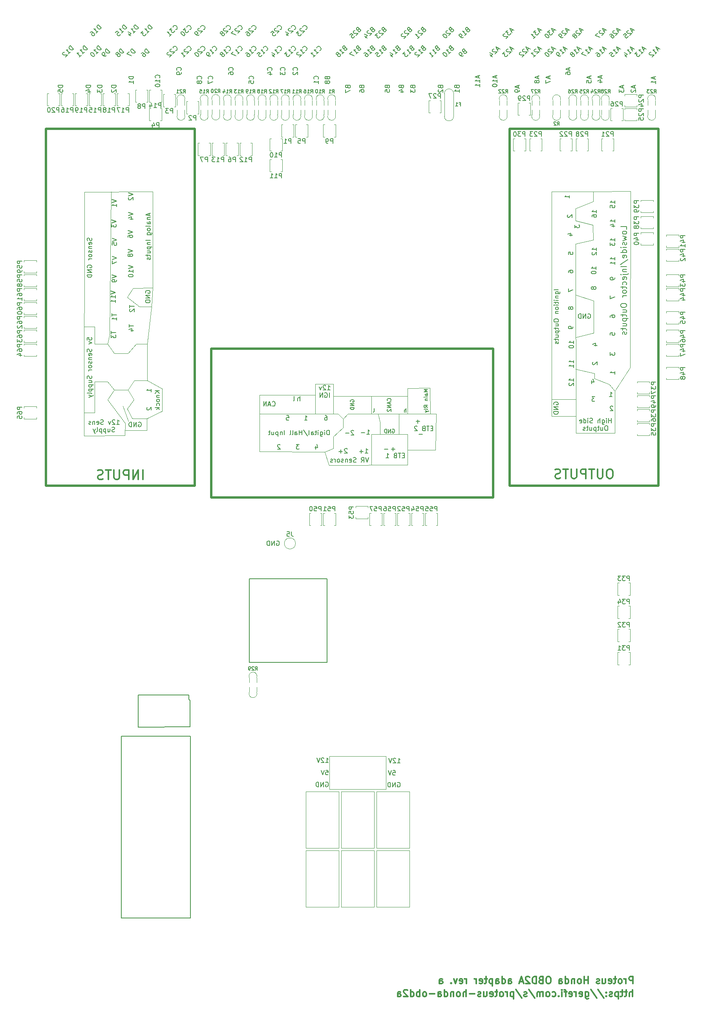
<source format=gbo>
G04 #@! TF.GenerationSoftware,KiCad,Pcbnew,7.0.11-7.0.11~ubuntu22.04.1*
G04 #@! TF.CreationDate,2024-03-12T21:10:04+00:00*
G04 #@! TF.ProjectId,proteusOBD2Ahonda,70726f74-6575-4734-9f42-443241686f6e,a*
G04 #@! TF.SameCoordinates,PX3473bc0PY108ee440*
G04 #@! TF.FileFunction,Legend,Bot*
G04 #@! TF.FilePolarity,Positive*
%FSLAX46Y46*%
G04 Gerber Fmt 4.6, Leading zero omitted, Abs format (unit mm)*
G04 Created by KiCad (PCBNEW 7.0.11-7.0.11~ubuntu22.04.1) date 2024-03-12 21:10:04*
%MOMM*%
%LPD*%
G01*
G04 APERTURE LIST*
%ADD10C,0.150000*%
%ADD11C,0.300000*%
%ADD12C,0.127000*%
%ADD13C,0.152400*%
%ADD14C,0.200000*%
%ADD15C,0.139700*%
%ADD16C,0.120000*%
%ADD17C,0.099060*%
%ADD18C,0.500000*%
G04 APERTURE END LIST*
D10*
X71693029Y51297562D02*
X71788267Y51345181D01*
X71788267Y51345181D02*
X71931124Y51345181D01*
X71931124Y51345181D02*
X72073981Y51297562D01*
X72073981Y51297562D02*
X72169219Y51202324D01*
X72169219Y51202324D02*
X72216838Y51107086D01*
X72216838Y51107086D02*
X72264457Y50916610D01*
X72264457Y50916610D02*
X72264457Y50773753D01*
X72264457Y50773753D02*
X72216838Y50583277D01*
X72216838Y50583277D02*
X72169219Y50488039D01*
X72169219Y50488039D02*
X72073981Y50392800D01*
X72073981Y50392800D02*
X71931124Y50345181D01*
X71931124Y50345181D02*
X71835886Y50345181D01*
X71835886Y50345181D02*
X71693029Y50392800D01*
X71693029Y50392800D02*
X71645410Y50440420D01*
X71645410Y50440420D02*
X71645410Y50773753D01*
X71645410Y50773753D02*
X71835886Y50773753D01*
X71216838Y50345181D02*
X71216838Y51345181D01*
X71216838Y51345181D02*
X70645410Y50345181D01*
X70645410Y50345181D02*
X70645410Y51345181D01*
X70169219Y50345181D02*
X70169219Y51345181D01*
X70169219Y51345181D02*
X69931124Y51345181D01*
X69931124Y51345181D02*
X69788267Y51297562D01*
X69788267Y51297562D02*
X69693029Y51202324D01*
X69693029Y51202324D02*
X69645410Y51107086D01*
X69645410Y51107086D02*
X69597791Y50916610D01*
X69597791Y50916610D02*
X69597791Y50773753D01*
X69597791Y50773753D02*
X69645410Y50583277D01*
X69645410Y50583277D02*
X69693029Y50488039D01*
X69693029Y50488039D02*
X69788267Y50392800D01*
X69788267Y50392800D02*
X69931124Y50345181D01*
X69931124Y50345181D02*
X70169219Y50345181D01*
X87193029Y55485181D02*
X87764457Y55485181D01*
X87478743Y55485181D02*
X87478743Y56485181D01*
X87478743Y56485181D02*
X87573981Y56342324D01*
X87573981Y56342324D02*
X87669219Y56247086D01*
X87669219Y56247086D02*
X87764457Y56199467D01*
X86812076Y56389943D02*
X86764457Y56437562D01*
X86764457Y56437562D02*
X86669219Y56485181D01*
X86669219Y56485181D02*
X86431124Y56485181D01*
X86431124Y56485181D02*
X86335886Y56437562D01*
X86335886Y56437562D02*
X86288267Y56389943D01*
X86288267Y56389943D02*
X86240648Y56294705D01*
X86240648Y56294705D02*
X86240648Y56199467D01*
X86240648Y56199467D02*
X86288267Y56056610D01*
X86288267Y56056610D02*
X86859695Y55485181D01*
X86859695Y55485181D02*
X86240648Y55485181D01*
X85954933Y56485181D02*
X85621600Y55485181D01*
X85621600Y55485181D02*
X85288267Y56485181D01*
X87193029Y51237562D02*
X87288267Y51285181D01*
X87288267Y51285181D02*
X87431124Y51285181D01*
X87431124Y51285181D02*
X87573981Y51237562D01*
X87573981Y51237562D02*
X87669219Y51142324D01*
X87669219Y51142324D02*
X87716838Y51047086D01*
X87716838Y51047086D02*
X87764457Y50856610D01*
X87764457Y50856610D02*
X87764457Y50713753D01*
X87764457Y50713753D02*
X87716838Y50523277D01*
X87716838Y50523277D02*
X87669219Y50428039D01*
X87669219Y50428039D02*
X87573981Y50332800D01*
X87573981Y50332800D02*
X87431124Y50285181D01*
X87431124Y50285181D02*
X87335886Y50285181D01*
X87335886Y50285181D02*
X87193029Y50332800D01*
X87193029Y50332800D02*
X87145410Y50380420D01*
X87145410Y50380420D02*
X87145410Y50713753D01*
X87145410Y50713753D02*
X87335886Y50713753D01*
X86716838Y50285181D02*
X86716838Y51285181D01*
X86716838Y51285181D02*
X86145410Y50285181D01*
X86145410Y50285181D02*
X86145410Y51285181D01*
X85669219Y50285181D02*
X85669219Y51285181D01*
X85669219Y51285181D02*
X85431124Y51285181D01*
X85431124Y51285181D02*
X85288267Y51237562D01*
X85288267Y51237562D02*
X85193029Y51142324D01*
X85193029Y51142324D02*
X85145410Y51047086D01*
X85145410Y51047086D02*
X85097791Y50856610D01*
X85097791Y50856610D02*
X85097791Y50713753D01*
X85097791Y50713753D02*
X85145410Y50523277D01*
X85145410Y50523277D02*
X85193029Y50428039D01*
X85193029Y50428039D02*
X85288267Y50332800D01*
X85288267Y50332800D02*
X85431124Y50285181D01*
X85431124Y50285181D02*
X85669219Y50285181D01*
X61139411Y103297562D02*
X61234649Y103345181D01*
X61234649Y103345181D02*
X61377506Y103345181D01*
X61377506Y103345181D02*
X61520363Y103297562D01*
X61520363Y103297562D02*
X61615601Y103202324D01*
X61615601Y103202324D02*
X61663220Y103107086D01*
X61663220Y103107086D02*
X61710839Y102916610D01*
X61710839Y102916610D02*
X61710839Y102773753D01*
X61710839Y102773753D02*
X61663220Y102583277D01*
X61663220Y102583277D02*
X61615601Y102488039D01*
X61615601Y102488039D02*
X61520363Y102392800D01*
X61520363Y102392800D02*
X61377506Y102345181D01*
X61377506Y102345181D02*
X61282268Y102345181D01*
X61282268Y102345181D02*
X61139411Y102392800D01*
X61139411Y102392800D02*
X61091792Y102440420D01*
X61091792Y102440420D02*
X61091792Y102773753D01*
X61091792Y102773753D02*
X61282268Y102773753D01*
X60663220Y102345181D02*
X60663220Y103345181D01*
X60663220Y103345181D02*
X60091792Y102345181D01*
X60091792Y102345181D02*
X60091792Y103345181D01*
X59615601Y102345181D02*
X59615601Y103345181D01*
X59615601Y103345181D02*
X59377506Y103345181D01*
X59377506Y103345181D02*
X59234649Y103297562D01*
X59234649Y103297562D02*
X59139411Y103202324D01*
X59139411Y103202324D02*
X59091792Y103107086D01*
X59091792Y103107086D02*
X59044173Y102916610D01*
X59044173Y102916610D02*
X59044173Y102773753D01*
X59044173Y102773753D02*
X59091792Y102583277D01*
X59091792Y102583277D02*
X59139411Y102488039D01*
X59139411Y102488039D02*
X59234649Y102392800D01*
X59234649Y102392800D02*
X59377506Y102345181D01*
X59377506Y102345181D02*
X59615601Y102345181D01*
D11*
X137861430Y5081672D02*
X137861430Y6581672D01*
X137218573Y5081672D02*
X137218573Y5867386D01*
X137218573Y5867386D02*
X137290001Y6010243D01*
X137290001Y6010243D02*
X137432858Y6081672D01*
X137432858Y6081672D02*
X137647144Y6081672D01*
X137647144Y6081672D02*
X137790001Y6010243D01*
X137790001Y6010243D02*
X137861430Y5938815D01*
X136718572Y6081672D02*
X136147144Y6081672D01*
X136504287Y6581672D02*
X136504287Y5295958D01*
X136504287Y5295958D02*
X136432858Y5153100D01*
X136432858Y5153100D02*
X136290001Y5081672D01*
X136290001Y5081672D02*
X136147144Y5081672D01*
X135861429Y6081672D02*
X135290001Y6081672D01*
X135647144Y6581672D02*
X135647144Y5295958D01*
X135647144Y5295958D02*
X135575715Y5153100D01*
X135575715Y5153100D02*
X135432858Y5081672D01*
X135432858Y5081672D02*
X135290001Y5081672D01*
X134790001Y6081672D02*
X134790001Y4581672D01*
X134790001Y6010243D02*
X134647144Y6081672D01*
X134647144Y6081672D02*
X134361429Y6081672D01*
X134361429Y6081672D02*
X134218572Y6010243D01*
X134218572Y6010243D02*
X134147144Y5938815D01*
X134147144Y5938815D02*
X134075715Y5795958D01*
X134075715Y5795958D02*
X134075715Y5367386D01*
X134075715Y5367386D02*
X134147144Y5224529D01*
X134147144Y5224529D02*
X134218572Y5153100D01*
X134218572Y5153100D02*
X134361429Y5081672D01*
X134361429Y5081672D02*
X134647144Y5081672D01*
X134647144Y5081672D02*
X134790001Y5153100D01*
X133504286Y5153100D02*
X133361429Y5081672D01*
X133361429Y5081672D02*
X133075715Y5081672D01*
X133075715Y5081672D02*
X132932858Y5153100D01*
X132932858Y5153100D02*
X132861429Y5295958D01*
X132861429Y5295958D02*
X132861429Y5367386D01*
X132861429Y5367386D02*
X132932858Y5510243D01*
X132932858Y5510243D02*
X133075715Y5581672D01*
X133075715Y5581672D02*
X133290001Y5581672D01*
X133290001Y5581672D02*
X133432858Y5653100D01*
X133432858Y5653100D02*
X133504286Y5795958D01*
X133504286Y5795958D02*
X133504286Y5867386D01*
X133504286Y5867386D02*
X133432858Y6010243D01*
X133432858Y6010243D02*
X133290001Y6081672D01*
X133290001Y6081672D02*
X133075715Y6081672D01*
X133075715Y6081672D02*
X132932858Y6010243D01*
X132218572Y5224529D02*
X132147143Y5153100D01*
X132147143Y5153100D02*
X132218572Y5081672D01*
X132218572Y5081672D02*
X132290000Y5153100D01*
X132290000Y5153100D02*
X132218572Y5224529D01*
X132218572Y5224529D02*
X132218572Y5081672D01*
X132218572Y6010243D02*
X132147143Y5938815D01*
X132147143Y5938815D02*
X132218572Y5867386D01*
X132218572Y5867386D02*
X132290000Y5938815D01*
X132290000Y5938815D02*
X132218572Y6010243D01*
X132218572Y6010243D02*
X132218572Y5867386D01*
X130432857Y6653100D02*
X131718571Y4724529D01*
X128861428Y6653100D02*
X130147142Y4724529D01*
X127718571Y6081672D02*
X127718571Y4867386D01*
X127718571Y4867386D02*
X127789999Y4724529D01*
X127789999Y4724529D02*
X127861428Y4653100D01*
X127861428Y4653100D02*
X128004285Y4581672D01*
X128004285Y4581672D02*
X128218571Y4581672D01*
X128218571Y4581672D02*
X128361428Y4653100D01*
X127718571Y5153100D02*
X127861428Y5081672D01*
X127861428Y5081672D02*
X128147142Y5081672D01*
X128147142Y5081672D02*
X128289999Y5153100D01*
X128289999Y5153100D02*
X128361428Y5224529D01*
X128361428Y5224529D02*
X128432856Y5367386D01*
X128432856Y5367386D02*
X128432856Y5795958D01*
X128432856Y5795958D02*
X128361428Y5938815D01*
X128361428Y5938815D02*
X128289999Y6010243D01*
X128289999Y6010243D02*
X128147142Y6081672D01*
X128147142Y6081672D02*
X127861428Y6081672D01*
X127861428Y6081672D02*
X127718571Y6010243D01*
X126432856Y5153100D02*
X126575713Y5081672D01*
X126575713Y5081672D02*
X126861428Y5081672D01*
X126861428Y5081672D02*
X127004285Y5153100D01*
X127004285Y5153100D02*
X127075713Y5295958D01*
X127075713Y5295958D02*
X127075713Y5867386D01*
X127075713Y5867386D02*
X127004285Y6010243D01*
X127004285Y6010243D02*
X126861428Y6081672D01*
X126861428Y6081672D02*
X126575713Y6081672D01*
X126575713Y6081672D02*
X126432856Y6010243D01*
X126432856Y6010243D02*
X126361428Y5867386D01*
X126361428Y5867386D02*
X126361428Y5724529D01*
X126361428Y5724529D02*
X127075713Y5581672D01*
X125718571Y5081672D02*
X125718571Y6081672D01*
X125718571Y5795958D02*
X125647142Y5938815D01*
X125647142Y5938815D02*
X125575714Y6010243D01*
X125575714Y6010243D02*
X125432856Y6081672D01*
X125432856Y6081672D02*
X125289999Y6081672D01*
X124218571Y5153100D02*
X124361428Y5081672D01*
X124361428Y5081672D02*
X124647143Y5081672D01*
X124647143Y5081672D02*
X124790000Y5153100D01*
X124790000Y5153100D02*
X124861428Y5295958D01*
X124861428Y5295958D02*
X124861428Y5867386D01*
X124861428Y5867386D02*
X124790000Y6010243D01*
X124790000Y6010243D02*
X124647143Y6081672D01*
X124647143Y6081672D02*
X124361428Y6081672D01*
X124361428Y6081672D02*
X124218571Y6010243D01*
X124218571Y6010243D02*
X124147143Y5867386D01*
X124147143Y5867386D02*
X124147143Y5724529D01*
X124147143Y5724529D02*
X124861428Y5581672D01*
X123718571Y6081672D02*
X123147143Y6081672D01*
X123504286Y5081672D02*
X123504286Y6367386D01*
X123504286Y6367386D02*
X123432857Y6510243D01*
X123432857Y6510243D02*
X123290000Y6581672D01*
X123290000Y6581672D02*
X123147143Y6581672D01*
X122647143Y5081672D02*
X122647143Y6081672D01*
X122647143Y6581672D02*
X122718571Y6510243D01*
X122718571Y6510243D02*
X122647143Y6438815D01*
X122647143Y6438815D02*
X122575714Y6510243D01*
X122575714Y6510243D02*
X122647143Y6581672D01*
X122647143Y6581672D02*
X122647143Y6438815D01*
X121932857Y5224529D02*
X121861428Y5153100D01*
X121861428Y5153100D02*
X121932857Y5081672D01*
X121932857Y5081672D02*
X122004285Y5153100D01*
X122004285Y5153100D02*
X121932857Y5224529D01*
X121932857Y5224529D02*
X121932857Y5081672D01*
X120575714Y5153100D02*
X120718571Y5081672D01*
X120718571Y5081672D02*
X121004285Y5081672D01*
X121004285Y5081672D02*
X121147142Y5153100D01*
X121147142Y5153100D02*
X121218571Y5224529D01*
X121218571Y5224529D02*
X121289999Y5367386D01*
X121289999Y5367386D02*
X121289999Y5795958D01*
X121289999Y5795958D02*
X121218571Y5938815D01*
X121218571Y5938815D02*
X121147142Y6010243D01*
X121147142Y6010243D02*
X121004285Y6081672D01*
X121004285Y6081672D02*
X120718571Y6081672D01*
X120718571Y6081672D02*
X120575714Y6010243D01*
X119718571Y5081672D02*
X119861428Y5153100D01*
X119861428Y5153100D02*
X119932857Y5224529D01*
X119932857Y5224529D02*
X120004285Y5367386D01*
X120004285Y5367386D02*
X120004285Y5795958D01*
X120004285Y5795958D02*
X119932857Y5938815D01*
X119932857Y5938815D02*
X119861428Y6010243D01*
X119861428Y6010243D02*
X119718571Y6081672D01*
X119718571Y6081672D02*
X119504285Y6081672D01*
X119504285Y6081672D02*
X119361428Y6010243D01*
X119361428Y6010243D02*
X119290000Y5938815D01*
X119290000Y5938815D02*
X119218571Y5795958D01*
X119218571Y5795958D02*
X119218571Y5367386D01*
X119218571Y5367386D02*
X119290000Y5224529D01*
X119290000Y5224529D02*
X119361428Y5153100D01*
X119361428Y5153100D02*
X119504285Y5081672D01*
X119504285Y5081672D02*
X119718571Y5081672D01*
X118575714Y5081672D02*
X118575714Y6081672D01*
X118575714Y5938815D02*
X118504285Y6010243D01*
X118504285Y6010243D02*
X118361428Y6081672D01*
X118361428Y6081672D02*
X118147142Y6081672D01*
X118147142Y6081672D02*
X118004285Y6010243D01*
X118004285Y6010243D02*
X117932857Y5867386D01*
X117932857Y5867386D02*
X117932857Y5081672D01*
X117932857Y5867386D02*
X117861428Y6010243D01*
X117861428Y6010243D02*
X117718571Y6081672D01*
X117718571Y6081672D02*
X117504285Y6081672D01*
X117504285Y6081672D02*
X117361428Y6010243D01*
X117361428Y6010243D02*
X117289999Y5867386D01*
X117289999Y5867386D02*
X117289999Y5081672D01*
X115504285Y6653100D02*
X116789999Y4724529D01*
X115075713Y5153100D02*
X114932856Y5081672D01*
X114932856Y5081672D02*
X114647142Y5081672D01*
X114647142Y5081672D02*
X114504285Y5153100D01*
X114504285Y5153100D02*
X114432856Y5295958D01*
X114432856Y5295958D02*
X114432856Y5367386D01*
X114432856Y5367386D02*
X114504285Y5510243D01*
X114504285Y5510243D02*
X114647142Y5581672D01*
X114647142Y5581672D02*
X114861428Y5581672D01*
X114861428Y5581672D02*
X115004285Y5653100D01*
X115004285Y5653100D02*
X115075713Y5795958D01*
X115075713Y5795958D02*
X115075713Y5867386D01*
X115075713Y5867386D02*
X115004285Y6010243D01*
X115004285Y6010243D02*
X114861428Y6081672D01*
X114861428Y6081672D02*
X114647142Y6081672D01*
X114647142Y6081672D02*
X114504285Y6010243D01*
X112718570Y6653100D02*
X114004284Y4724529D01*
X112218570Y6081672D02*
X112218570Y4581672D01*
X112218570Y6010243D02*
X112075713Y6081672D01*
X112075713Y6081672D02*
X111789998Y6081672D01*
X111789998Y6081672D02*
X111647141Y6010243D01*
X111647141Y6010243D02*
X111575713Y5938815D01*
X111575713Y5938815D02*
X111504284Y5795958D01*
X111504284Y5795958D02*
X111504284Y5367386D01*
X111504284Y5367386D02*
X111575713Y5224529D01*
X111575713Y5224529D02*
X111647141Y5153100D01*
X111647141Y5153100D02*
X111789998Y5081672D01*
X111789998Y5081672D02*
X112075713Y5081672D01*
X112075713Y5081672D02*
X112218570Y5153100D01*
X110861427Y5081672D02*
X110861427Y6081672D01*
X110861427Y5795958D02*
X110789998Y5938815D01*
X110789998Y5938815D02*
X110718570Y6010243D01*
X110718570Y6010243D02*
X110575712Y6081672D01*
X110575712Y6081672D02*
X110432855Y6081672D01*
X109718570Y5081672D02*
X109861427Y5153100D01*
X109861427Y5153100D02*
X109932856Y5224529D01*
X109932856Y5224529D02*
X110004284Y5367386D01*
X110004284Y5367386D02*
X110004284Y5795958D01*
X110004284Y5795958D02*
X109932856Y5938815D01*
X109932856Y5938815D02*
X109861427Y6010243D01*
X109861427Y6010243D02*
X109718570Y6081672D01*
X109718570Y6081672D02*
X109504284Y6081672D01*
X109504284Y6081672D02*
X109361427Y6010243D01*
X109361427Y6010243D02*
X109289999Y5938815D01*
X109289999Y5938815D02*
X109218570Y5795958D01*
X109218570Y5795958D02*
X109218570Y5367386D01*
X109218570Y5367386D02*
X109289999Y5224529D01*
X109289999Y5224529D02*
X109361427Y5153100D01*
X109361427Y5153100D02*
X109504284Y5081672D01*
X109504284Y5081672D02*
X109718570Y5081672D01*
X108789998Y6081672D02*
X108218570Y6081672D01*
X108575713Y6581672D02*
X108575713Y5295958D01*
X108575713Y5295958D02*
X108504284Y5153100D01*
X108504284Y5153100D02*
X108361427Y5081672D01*
X108361427Y5081672D02*
X108218570Y5081672D01*
X107147141Y5153100D02*
X107289998Y5081672D01*
X107289998Y5081672D02*
X107575713Y5081672D01*
X107575713Y5081672D02*
X107718570Y5153100D01*
X107718570Y5153100D02*
X107789998Y5295958D01*
X107789998Y5295958D02*
X107789998Y5867386D01*
X107789998Y5867386D02*
X107718570Y6010243D01*
X107718570Y6010243D02*
X107575713Y6081672D01*
X107575713Y6081672D02*
X107289998Y6081672D01*
X107289998Y6081672D02*
X107147141Y6010243D01*
X107147141Y6010243D02*
X107075713Y5867386D01*
X107075713Y5867386D02*
X107075713Y5724529D01*
X107075713Y5724529D02*
X107789998Y5581672D01*
X105789999Y6081672D02*
X105789999Y5081672D01*
X106432856Y6081672D02*
X106432856Y5295958D01*
X106432856Y5295958D02*
X106361427Y5153100D01*
X106361427Y5153100D02*
X106218570Y5081672D01*
X106218570Y5081672D02*
X106004284Y5081672D01*
X106004284Y5081672D02*
X105861427Y5153100D01*
X105861427Y5153100D02*
X105789999Y5224529D01*
X105147141Y5153100D02*
X105004284Y5081672D01*
X105004284Y5081672D02*
X104718570Y5081672D01*
X104718570Y5081672D02*
X104575713Y5153100D01*
X104575713Y5153100D02*
X104504284Y5295958D01*
X104504284Y5295958D02*
X104504284Y5367386D01*
X104504284Y5367386D02*
X104575713Y5510243D01*
X104575713Y5510243D02*
X104718570Y5581672D01*
X104718570Y5581672D02*
X104932856Y5581672D01*
X104932856Y5581672D02*
X105075713Y5653100D01*
X105075713Y5653100D02*
X105147141Y5795958D01*
X105147141Y5795958D02*
X105147141Y5867386D01*
X105147141Y5867386D02*
X105075713Y6010243D01*
X105075713Y6010243D02*
X104932856Y6081672D01*
X104932856Y6081672D02*
X104718570Y6081672D01*
X104718570Y6081672D02*
X104575713Y6010243D01*
X103861427Y5653100D02*
X102718570Y5653100D01*
X102004284Y5081672D02*
X102004284Y6581672D01*
X101361427Y5081672D02*
X101361427Y5867386D01*
X101361427Y5867386D02*
X101432855Y6010243D01*
X101432855Y6010243D02*
X101575712Y6081672D01*
X101575712Y6081672D02*
X101789998Y6081672D01*
X101789998Y6081672D02*
X101932855Y6010243D01*
X101932855Y6010243D02*
X102004284Y5938815D01*
X100432855Y5081672D02*
X100575712Y5153100D01*
X100575712Y5153100D02*
X100647141Y5224529D01*
X100647141Y5224529D02*
X100718569Y5367386D01*
X100718569Y5367386D02*
X100718569Y5795958D01*
X100718569Y5795958D02*
X100647141Y5938815D01*
X100647141Y5938815D02*
X100575712Y6010243D01*
X100575712Y6010243D02*
X100432855Y6081672D01*
X100432855Y6081672D02*
X100218569Y6081672D01*
X100218569Y6081672D02*
X100075712Y6010243D01*
X100075712Y6010243D02*
X100004284Y5938815D01*
X100004284Y5938815D02*
X99932855Y5795958D01*
X99932855Y5795958D02*
X99932855Y5367386D01*
X99932855Y5367386D02*
X100004284Y5224529D01*
X100004284Y5224529D02*
X100075712Y5153100D01*
X100075712Y5153100D02*
X100218569Y5081672D01*
X100218569Y5081672D02*
X100432855Y5081672D01*
X99289998Y6081672D02*
X99289998Y5081672D01*
X99289998Y5938815D02*
X99218569Y6010243D01*
X99218569Y6010243D02*
X99075712Y6081672D01*
X99075712Y6081672D02*
X98861426Y6081672D01*
X98861426Y6081672D02*
X98718569Y6010243D01*
X98718569Y6010243D02*
X98647141Y5867386D01*
X98647141Y5867386D02*
X98647141Y5081672D01*
X97289998Y5081672D02*
X97289998Y6581672D01*
X97289998Y5153100D02*
X97432855Y5081672D01*
X97432855Y5081672D02*
X97718569Y5081672D01*
X97718569Y5081672D02*
X97861426Y5153100D01*
X97861426Y5153100D02*
X97932855Y5224529D01*
X97932855Y5224529D02*
X98004283Y5367386D01*
X98004283Y5367386D02*
X98004283Y5795958D01*
X98004283Y5795958D02*
X97932855Y5938815D01*
X97932855Y5938815D02*
X97861426Y6010243D01*
X97861426Y6010243D02*
X97718569Y6081672D01*
X97718569Y6081672D02*
X97432855Y6081672D01*
X97432855Y6081672D02*
X97289998Y6010243D01*
X95932855Y5081672D02*
X95932855Y5867386D01*
X95932855Y5867386D02*
X96004283Y6010243D01*
X96004283Y6010243D02*
X96147140Y6081672D01*
X96147140Y6081672D02*
X96432855Y6081672D01*
X96432855Y6081672D02*
X96575712Y6010243D01*
X95932855Y5153100D02*
X96075712Y5081672D01*
X96075712Y5081672D02*
X96432855Y5081672D01*
X96432855Y5081672D02*
X96575712Y5153100D01*
X96575712Y5153100D02*
X96647140Y5295958D01*
X96647140Y5295958D02*
X96647140Y5438815D01*
X96647140Y5438815D02*
X96575712Y5581672D01*
X96575712Y5581672D02*
X96432855Y5653100D01*
X96432855Y5653100D02*
X96075712Y5653100D01*
X96075712Y5653100D02*
X95932855Y5724529D01*
X95218569Y5653100D02*
X94075712Y5653100D01*
X93147140Y5081672D02*
X93289997Y5153100D01*
X93289997Y5153100D02*
X93361426Y5224529D01*
X93361426Y5224529D02*
X93432854Y5367386D01*
X93432854Y5367386D02*
X93432854Y5795958D01*
X93432854Y5795958D02*
X93361426Y5938815D01*
X93361426Y5938815D02*
X93289997Y6010243D01*
X93289997Y6010243D02*
X93147140Y6081672D01*
X93147140Y6081672D02*
X92932854Y6081672D01*
X92932854Y6081672D02*
X92789997Y6010243D01*
X92789997Y6010243D02*
X92718569Y5938815D01*
X92718569Y5938815D02*
X92647140Y5795958D01*
X92647140Y5795958D02*
X92647140Y5367386D01*
X92647140Y5367386D02*
X92718569Y5224529D01*
X92718569Y5224529D02*
X92789997Y5153100D01*
X92789997Y5153100D02*
X92932854Y5081672D01*
X92932854Y5081672D02*
X93147140Y5081672D01*
X92004283Y5081672D02*
X92004283Y6581672D01*
X92004283Y6010243D02*
X91861426Y6081672D01*
X91861426Y6081672D02*
X91575711Y6081672D01*
X91575711Y6081672D02*
X91432854Y6010243D01*
X91432854Y6010243D02*
X91361426Y5938815D01*
X91361426Y5938815D02*
X91289997Y5795958D01*
X91289997Y5795958D02*
X91289997Y5367386D01*
X91289997Y5367386D02*
X91361426Y5224529D01*
X91361426Y5224529D02*
X91432854Y5153100D01*
X91432854Y5153100D02*
X91575711Y5081672D01*
X91575711Y5081672D02*
X91861426Y5081672D01*
X91861426Y5081672D02*
X92004283Y5153100D01*
X90004283Y5081672D02*
X90004283Y6581672D01*
X90004283Y5153100D02*
X90147140Y5081672D01*
X90147140Y5081672D02*
X90432854Y5081672D01*
X90432854Y5081672D02*
X90575711Y5153100D01*
X90575711Y5153100D02*
X90647140Y5224529D01*
X90647140Y5224529D02*
X90718568Y5367386D01*
X90718568Y5367386D02*
X90718568Y5795958D01*
X90718568Y5795958D02*
X90647140Y5938815D01*
X90647140Y5938815D02*
X90575711Y6010243D01*
X90575711Y6010243D02*
X90432854Y6081672D01*
X90432854Y6081672D02*
X90147140Y6081672D01*
X90147140Y6081672D02*
X90004283Y6010243D01*
X89361425Y6438815D02*
X89289997Y6510243D01*
X89289997Y6510243D02*
X89147140Y6581672D01*
X89147140Y6581672D02*
X88789997Y6581672D01*
X88789997Y6581672D02*
X88647140Y6510243D01*
X88647140Y6510243D02*
X88575711Y6438815D01*
X88575711Y6438815D02*
X88504282Y6295958D01*
X88504282Y6295958D02*
X88504282Y6153100D01*
X88504282Y6153100D02*
X88575711Y5938815D01*
X88575711Y5938815D02*
X89432854Y5081672D01*
X89432854Y5081672D02*
X88504282Y5081672D01*
X87218569Y5081672D02*
X87218569Y5867386D01*
X87218569Y5867386D02*
X87289997Y6010243D01*
X87289997Y6010243D02*
X87432854Y6081672D01*
X87432854Y6081672D02*
X87718569Y6081672D01*
X87718569Y6081672D02*
X87861426Y6010243D01*
X87218569Y5153100D02*
X87361426Y5081672D01*
X87361426Y5081672D02*
X87718569Y5081672D01*
X87718569Y5081672D02*
X87861426Y5153100D01*
X87861426Y5153100D02*
X87932854Y5295958D01*
X87932854Y5295958D02*
X87932854Y5438815D01*
X87932854Y5438815D02*
X87861426Y5581672D01*
X87861426Y5581672D02*
X87718569Y5653100D01*
X87718569Y5653100D02*
X87361426Y5653100D01*
X87361426Y5653100D02*
X87218569Y5724529D01*
X137957142Y7881672D02*
X137957142Y9381672D01*
X137957142Y9381672D02*
X137385713Y9381672D01*
X137385713Y9381672D02*
X137242856Y9310243D01*
X137242856Y9310243D02*
X137171427Y9238815D01*
X137171427Y9238815D02*
X137099999Y9095958D01*
X137099999Y9095958D02*
X137099999Y8881672D01*
X137099999Y8881672D02*
X137171427Y8738815D01*
X137171427Y8738815D02*
X137242856Y8667386D01*
X137242856Y8667386D02*
X137385713Y8595958D01*
X137385713Y8595958D02*
X137957142Y8595958D01*
X136457142Y7881672D02*
X136457142Y8881672D01*
X136457142Y8595958D02*
X136385713Y8738815D01*
X136385713Y8738815D02*
X136314285Y8810243D01*
X136314285Y8810243D02*
X136171427Y8881672D01*
X136171427Y8881672D02*
X136028570Y8881672D01*
X135314285Y7881672D02*
X135457142Y7953100D01*
X135457142Y7953100D02*
X135528571Y8024529D01*
X135528571Y8024529D02*
X135599999Y8167386D01*
X135599999Y8167386D02*
X135599999Y8595958D01*
X135599999Y8595958D02*
X135528571Y8738815D01*
X135528571Y8738815D02*
X135457142Y8810243D01*
X135457142Y8810243D02*
X135314285Y8881672D01*
X135314285Y8881672D02*
X135099999Y8881672D01*
X135099999Y8881672D02*
X134957142Y8810243D01*
X134957142Y8810243D02*
X134885714Y8738815D01*
X134885714Y8738815D02*
X134814285Y8595958D01*
X134814285Y8595958D02*
X134814285Y8167386D01*
X134814285Y8167386D02*
X134885714Y8024529D01*
X134885714Y8024529D02*
X134957142Y7953100D01*
X134957142Y7953100D02*
X135099999Y7881672D01*
X135099999Y7881672D02*
X135314285Y7881672D01*
X134385713Y8881672D02*
X133814285Y8881672D01*
X134171428Y9381672D02*
X134171428Y8095958D01*
X134171428Y8095958D02*
X134099999Y7953100D01*
X134099999Y7953100D02*
X133957142Y7881672D01*
X133957142Y7881672D02*
X133814285Y7881672D01*
X132742856Y7953100D02*
X132885713Y7881672D01*
X132885713Y7881672D02*
X133171428Y7881672D01*
X133171428Y7881672D02*
X133314285Y7953100D01*
X133314285Y7953100D02*
X133385713Y8095958D01*
X133385713Y8095958D02*
X133385713Y8667386D01*
X133385713Y8667386D02*
X133314285Y8810243D01*
X133314285Y8810243D02*
X133171428Y8881672D01*
X133171428Y8881672D02*
X132885713Y8881672D01*
X132885713Y8881672D02*
X132742856Y8810243D01*
X132742856Y8810243D02*
X132671428Y8667386D01*
X132671428Y8667386D02*
X132671428Y8524529D01*
X132671428Y8524529D02*
X133385713Y8381672D01*
X131385714Y8881672D02*
X131385714Y7881672D01*
X132028571Y8881672D02*
X132028571Y8095958D01*
X132028571Y8095958D02*
X131957142Y7953100D01*
X131957142Y7953100D02*
X131814285Y7881672D01*
X131814285Y7881672D02*
X131599999Y7881672D01*
X131599999Y7881672D02*
X131457142Y7953100D01*
X131457142Y7953100D02*
X131385714Y8024529D01*
X130742856Y7953100D02*
X130599999Y7881672D01*
X130599999Y7881672D02*
X130314285Y7881672D01*
X130314285Y7881672D02*
X130171428Y7953100D01*
X130171428Y7953100D02*
X130099999Y8095958D01*
X130099999Y8095958D02*
X130099999Y8167386D01*
X130099999Y8167386D02*
X130171428Y8310243D01*
X130171428Y8310243D02*
X130314285Y8381672D01*
X130314285Y8381672D02*
X130528571Y8381672D01*
X130528571Y8381672D02*
X130671428Y8453100D01*
X130671428Y8453100D02*
X130742856Y8595958D01*
X130742856Y8595958D02*
X130742856Y8667386D01*
X130742856Y8667386D02*
X130671428Y8810243D01*
X130671428Y8810243D02*
X130528571Y8881672D01*
X130528571Y8881672D02*
X130314285Y8881672D01*
X130314285Y8881672D02*
X130171428Y8810243D01*
X128314285Y7881672D02*
X128314285Y9381672D01*
X128314285Y8667386D02*
X127457142Y8667386D01*
X127457142Y7881672D02*
X127457142Y9381672D01*
X126528570Y7881672D02*
X126671427Y7953100D01*
X126671427Y7953100D02*
X126742856Y8024529D01*
X126742856Y8024529D02*
X126814284Y8167386D01*
X126814284Y8167386D02*
X126814284Y8595958D01*
X126814284Y8595958D02*
X126742856Y8738815D01*
X126742856Y8738815D02*
X126671427Y8810243D01*
X126671427Y8810243D02*
X126528570Y8881672D01*
X126528570Y8881672D02*
X126314284Y8881672D01*
X126314284Y8881672D02*
X126171427Y8810243D01*
X126171427Y8810243D02*
X126099999Y8738815D01*
X126099999Y8738815D02*
X126028570Y8595958D01*
X126028570Y8595958D02*
X126028570Y8167386D01*
X126028570Y8167386D02*
X126099999Y8024529D01*
X126099999Y8024529D02*
X126171427Y7953100D01*
X126171427Y7953100D02*
X126314284Y7881672D01*
X126314284Y7881672D02*
X126528570Y7881672D01*
X125385713Y8881672D02*
X125385713Y7881672D01*
X125385713Y8738815D02*
X125314284Y8810243D01*
X125314284Y8810243D02*
X125171427Y8881672D01*
X125171427Y8881672D02*
X124957141Y8881672D01*
X124957141Y8881672D02*
X124814284Y8810243D01*
X124814284Y8810243D02*
X124742856Y8667386D01*
X124742856Y8667386D02*
X124742856Y7881672D01*
X123385713Y7881672D02*
X123385713Y9381672D01*
X123385713Y7953100D02*
X123528570Y7881672D01*
X123528570Y7881672D02*
X123814284Y7881672D01*
X123814284Y7881672D02*
X123957141Y7953100D01*
X123957141Y7953100D02*
X124028570Y8024529D01*
X124028570Y8024529D02*
X124099998Y8167386D01*
X124099998Y8167386D02*
X124099998Y8595958D01*
X124099998Y8595958D02*
X124028570Y8738815D01*
X124028570Y8738815D02*
X123957141Y8810243D01*
X123957141Y8810243D02*
X123814284Y8881672D01*
X123814284Y8881672D02*
X123528570Y8881672D01*
X123528570Y8881672D02*
X123385713Y8810243D01*
X122028570Y7881672D02*
X122028570Y8667386D01*
X122028570Y8667386D02*
X122099998Y8810243D01*
X122099998Y8810243D02*
X122242855Y8881672D01*
X122242855Y8881672D02*
X122528570Y8881672D01*
X122528570Y8881672D02*
X122671427Y8810243D01*
X122028570Y7953100D02*
X122171427Y7881672D01*
X122171427Y7881672D02*
X122528570Y7881672D01*
X122528570Y7881672D02*
X122671427Y7953100D01*
X122671427Y7953100D02*
X122742855Y8095958D01*
X122742855Y8095958D02*
X122742855Y8238815D01*
X122742855Y8238815D02*
X122671427Y8381672D01*
X122671427Y8381672D02*
X122528570Y8453100D01*
X122528570Y8453100D02*
X122171427Y8453100D01*
X122171427Y8453100D02*
X122028570Y8524529D01*
X119885712Y9381672D02*
X119599998Y9381672D01*
X119599998Y9381672D02*
X119457141Y9310243D01*
X119457141Y9310243D02*
X119314284Y9167386D01*
X119314284Y9167386D02*
X119242855Y8881672D01*
X119242855Y8881672D02*
X119242855Y8381672D01*
X119242855Y8381672D02*
X119314284Y8095958D01*
X119314284Y8095958D02*
X119457141Y7953100D01*
X119457141Y7953100D02*
X119599998Y7881672D01*
X119599998Y7881672D02*
X119885712Y7881672D01*
X119885712Y7881672D02*
X120028570Y7953100D01*
X120028570Y7953100D02*
X120171427Y8095958D01*
X120171427Y8095958D02*
X120242855Y8381672D01*
X120242855Y8381672D02*
X120242855Y8881672D01*
X120242855Y8881672D02*
X120171427Y9167386D01*
X120171427Y9167386D02*
X120028570Y9310243D01*
X120028570Y9310243D02*
X119885712Y9381672D01*
X118099998Y8667386D02*
X117885712Y8595958D01*
X117885712Y8595958D02*
X117814283Y8524529D01*
X117814283Y8524529D02*
X117742855Y8381672D01*
X117742855Y8381672D02*
X117742855Y8167386D01*
X117742855Y8167386D02*
X117814283Y8024529D01*
X117814283Y8024529D02*
X117885712Y7953100D01*
X117885712Y7953100D02*
X118028569Y7881672D01*
X118028569Y7881672D02*
X118599998Y7881672D01*
X118599998Y7881672D02*
X118599998Y9381672D01*
X118599998Y9381672D02*
X118099998Y9381672D01*
X118099998Y9381672D02*
X117957141Y9310243D01*
X117957141Y9310243D02*
X117885712Y9238815D01*
X117885712Y9238815D02*
X117814283Y9095958D01*
X117814283Y9095958D02*
X117814283Y8953100D01*
X117814283Y8953100D02*
X117885712Y8810243D01*
X117885712Y8810243D02*
X117957141Y8738815D01*
X117957141Y8738815D02*
X118099998Y8667386D01*
X118099998Y8667386D02*
X118599998Y8667386D01*
X117099998Y7881672D02*
X117099998Y9381672D01*
X117099998Y9381672D02*
X116742855Y9381672D01*
X116742855Y9381672D02*
X116528569Y9310243D01*
X116528569Y9310243D02*
X116385712Y9167386D01*
X116385712Y9167386D02*
X116314283Y9024529D01*
X116314283Y9024529D02*
X116242855Y8738815D01*
X116242855Y8738815D02*
X116242855Y8524529D01*
X116242855Y8524529D02*
X116314283Y8238815D01*
X116314283Y8238815D02*
X116385712Y8095958D01*
X116385712Y8095958D02*
X116528569Y7953100D01*
X116528569Y7953100D02*
X116742855Y7881672D01*
X116742855Y7881672D02*
X117099998Y7881672D01*
X115671426Y9238815D02*
X115599998Y9310243D01*
X115599998Y9310243D02*
X115457141Y9381672D01*
X115457141Y9381672D02*
X115099998Y9381672D01*
X115099998Y9381672D02*
X114957141Y9310243D01*
X114957141Y9310243D02*
X114885712Y9238815D01*
X114885712Y9238815D02*
X114814283Y9095958D01*
X114814283Y9095958D02*
X114814283Y8953100D01*
X114814283Y8953100D02*
X114885712Y8738815D01*
X114885712Y8738815D02*
X115742855Y7881672D01*
X115742855Y7881672D02*
X114814283Y7881672D01*
X114242855Y8310243D02*
X113528570Y8310243D01*
X114385712Y7881672D02*
X113885712Y9381672D01*
X113885712Y9381672D02*
X113385712Y7881672D01*
X111099999Y7881672D02*
X111099999Y8667386D01*
X111099999Y8667386D02*
X111171427Y8810243D01*
X111171427Y8810243D02*
X111314284Y8881672D01*
X111314284Y8881672D02*
X111599999Y8881672D01*
X111599999Y8881672D02*
X111742856Y8810243D01*
X111099999Y7953100D02*
X111242856Y7881672D01*
X111242856Y7881672D02*
X111599999Y7881672D01*
X111599999Y7881672D02*
X111742856Y7953100D01*
X111742856Y7953100D02*
X111814284Y8095958D01*
X111814284Y8095958D02*
X111814284Y8238815D01*
X111814284Y8238815D02*
X111742856Y8381672D01*
X111742856Y8381672D02*
X111599999Y8453100D01*
X111599999Y8453100D02*
X111242856Y8453100D01*
X111242856Y8453100D02*
X111099999Y8524529D01*
X109742856Y7881672D02*
X109742856Y9381672D01*
X109742856Y7953100D02*
X109885713Y7881672D01*
X109885713Y7881672D02*
X110171427Y7881672D01*
X110171427Y7881672D02*
X110314284Y7953100D01*
X110314284Y7953100D02*
X110385713Y8024529D01*
X110385713Y8024529D02*
X110457141Y8167386D01*
X110457141Y8167386D02*
X110457141Y8595958D01*
X110457141Y8595958D02*
X110385713Y8738815D01*
X110385713Y8738815D02*
X110314284Y8810243D01*
X110314284Y8810243D02*
X110171427Y8881672D01*
X110171427Y8881672D02*
X109885713Y8881672D01*
X109885713Y8881672D02*
X109742856Y8810243D01*
X108385713Y7881672D02*
X108385713Y8667386D01*
X108385713Y8667386D02*
X108457141Y8810243D01*
X108457141Y8810243D02*
X108599998Y8881672D01*
X108599998Y8881672D02*
X108885713Y8881672D01*
X108885713Y8881672D02*
X109028570Y8810243D01*
X108385713Y7953100D02*
X108528570Y7881672D01*
X108528570Y7881672D02*
X108885713Y7881672D01*
X108885713Y7881672D02*
X109028570Y7953100D01*
X109028570Y7953100D02*
X109099998Y8095958D01*
X109099998Y8095958D02*
X109099998Y8238815D01*
X109099998Y8238815D02*
X109028570Y8381672D01*
X109028570Y8381672D02*
X108885713Y8453100D01*
X108885713Y8453100D02*
X108528570Y8453100D01*
X108528570Y8453100D02*
X108385713Y8524529D01*
X107671427Y8881672D02*
X107671427Y7381672D01*
X107671427Y8810243D02*
X107528570Y8881672D01*
X107528570Y8881672D02*
X107242855Y8881672D01*
X107242855Y8881672D02*
X107099998Y8810243D01*
X107099998Y8810243D02*
X107028570Y8738815D01*
X107028570Y8738815D02*
X106957141Y8595958D01*
X106957141Y8595958D02*
X106957141Y8167386D01*
X106957141Y8167386D02*
X107028570Y8024529D01*
X107028570Y8024529D02*
X107099998Y7953100D01*
X107099998Y7953100D02*
X107242855Y7881672D01*
X107242855Y7881672D02*
X107528570Y7881672D01*
X107528570Y7881672D02*
X107671427Y7953100D01*
X106528569Y8881672D02*
X105957141Y8881672D01*
X106314284Y9381672D02*
X106314284Y8095958D01*
X106314284Y8095958D02*
X106242855Y7953100D01*
X106242855Y7953100D02*
X106099998Y7881672D01*
X106099998Y7881672D02*
X105957141Y7881672D01*
X104885712Y7953100D02*
X105028569Y7881672D01*
X105028569Y7881672D02*
X105314284Y7881672D01*
X105314284Y7881672D02*
X105457141Y7953100D01*
X105457141Y7953100D02*
X105528569Y8095958D01*
X105528569Y8095958D02*
X105528569Y8667386D01*
X105528569Y8667386D02*
X105457141Y8810243D01*
X105457141Y8810243D02*
X105314284Y8881672D01*
X105314284Y8881672D02*
X105028569Y8881672D01*
X105028569Y8881672D02*
X104885712Y8810243D01*
X104885712Y8810243D02*
X104814284Y8667386D01*
X104814284Y8667386D02*
X104814284Y8524529D01*
X104814284Y8524529D02*
X105528569Y8381672D01*
X104171427Y7881672D02*
X104171427Y8881672D01*
X104171427Y8595958D02*
X104099998Y8738815D01*
X104099998Y8738815D02*
X104028570Y8810243D01*
X104028570Y8810243D02*
X103885712Y8881672D01*
X103885712Y8881672D02*
X103742855Y8881672D01*
X102099999Y7881672D02*
X102099999Y8881672D01*
X102099999Y8595958D02*
X102028570Y8738815D01*
X102028570Y8738815D02*
X101957142Y8810243D01*
X101957142Y8810243D02*
X101814284Y8881672D01*
X101814284Y8881672D02*
X101671427Y8881672D01*
X100599999Y7953100D02*
X100742856Y7881672D01*
X100742856Y7881672D02*
X101028571Y7881672D01*
X101028571Y7881672D02*
X101171428Y7953100D01*
X101171428Y7953100D02*
X101242856Y8095958D01*
X101242856Y8095958D02*
X101242856Y8667386D01*
X101242856Y8667386D02*
X101171428Y8810243D01*
X101171428Y8810243D02*
X101028571Y8881672D01*
X101028571Y8881672D02*
X100742856Y8881672D01*
X100742856Y8881672D02*
X100599999Y8810243D01*
X100599999Y8810243D02*
X100528571Y8667386D01*
X100528571Y8667386D02*
X100528571Y8524529D01*
X100528571Y8524529D02*
X101242856Y8381672D01*
X100028571Y8881672D02*
X99671428Y7881672D01*
X99671428Y7881672D02*
X99314285Y8881672D01*
X98742857Y8024529D02*
X98671428Y7953100D01*
X98671428Y7953100D02*
X98742857Y7881672D01*
X98742857Y7881672D02*
X98814285Y7953100D01*
X98814285Y7953100D02*
X98742857Y8024529D01*
X98742857Y8024529D02*
X98742857Y7881672D01*
X96242857Y7881672D02*
X96242857Y8667386D01*
X96242857Y8667386D02*
X96314285Y8810243D01*
X96314285Y8810243D02*
X96457142Y8881672D01*
X96457142Y8881672D02*
X96742857Y8881672D01*
X96742857Y8881672D02*
X96885714Y8810243D01*
X96242857Y7953100D02*
X96385714Y7881672D01*
X96385714Y7881672D02*
X96742857Y7881672D01*
X96742857Y7881672D02*
X96885714Y7953100D01*
X96885714Y7953100D02*
X96957142Y8095958D01*
X96957142Y8095958D02*
X96957142Y8238815D01*
X96957142Y8238815D02*
X96885714Y8381672D01*
X96885714Y8381672D02*
X96742857Y8453100D01*
X96742857Y8453100D02*
X96385714Y8453100D01*
X96385714Y8453100D02*
X96242857Y8524529D01*
D10*
X71711030Y53905181D02*
X72187220Y53905181D01*
X72187220Y53905181D02*
X72234839Y53428991D01*
X72234839Y53428991D02*
X72187220Y53476610D01*
X72187220Y53476610D02*
X72091982Y53524229D01*
X72091982Y53524229D02*
X71853887Y53524229D01*
X71853887Y53524229D02*
X71758649Y53476610D01*
X71758649Y53476610D02*
X71711030Y53428991D01*
X71711030Y53428991D02*
X71663411Y53333753D01*
X71663411Y53333753D02*
X71663411Y53095658D01*
X71663411Y53095658D02*
X71711030Y53000420D01*
X71711030Y53000420D02*
X71758649Y52952800D01*
X71758649Y52952800D02*
X71853887Y52905181D01*
X71853887Y52905181D02*
X72091982Y52905181D01*
X72091982Y52905181D02*
X72187220Y52952800D01*
X72187220Y52952800D02*
X72234839Y53000420D01*
X71377696Y53905181D02*
X71044363Y52905181D01*
X71044363Y52905181D02*
X70711030Y53905181D01*
X86187030Y53845181D02*
X86663220Y53845181D01*
X86663220Y53845181D02*
X86710839Y53368991D01*
X86710839Y53368991D02*
X86663220Y53416610D01*
X86663220Y53416610D02*
X86567982Y53464229D01*
X86567982Y53464229D02*
X86329887Y53464229D01*
X86329887Y53464229D02*
X86234649Y53416610D01*
X86234649Y53416610D02*
X86187030Y53368991D01*
X86187030Y53368991D02*
X86139411Y53273753D01*
X86139411Y53273753D02*
X86139411Y53035658D01*
X86139411Y53035658D02*
X86187030Y52940420D01*
X86187030Y52940420D02*
X86234649Y52892800D01*
X86234649Y52892800D02*
X86329887Y52845181D01*
X86329887Y52845181D02*
X86567982Y52845181D01*
X86567982Y52845181D02*
X86663220Y52892800D01*
X86663220Y52892800D02*
X86710839Y52940420D01*
X85853696Y53845181D02*
X85520363Y52845181D01*
X85520363Y52845181D02*
X85187030Y53845181D01*
X71693029Y55545181D02*
X72264457Y55545181D01*
X71978743Y55545181D02*
X71978743Y56545181D01*
X71978743Y56545181D02*
X72073981Y56402324D01*
X72073981Y56402324D02*
X72169219Y56307086D01*
X72169219Y56307086D02*
X72264457Y56259467D01*
X71312076Y56449943D02*
X71264457Y56497562D01*
X71264457Y56497562D02*
X71169219Y56545181D01*
X71169219Y56545181D02*
X70931124Y56545181D01*
X70931124Y56545181D02*
X70835886Y56497562D01*
X70835886Y56497562D02*
X70788267Y56449943D01*
X70788267Y56449943D02*
X70740648Y56354705D01*
X70740648Y56354705D02*
X70740648Y56259467D01*
X70740648Y56259467D02*
X70788267Y56116610D01*
X70788267Y56116610D02*
X71359695Y55545181D01*
X71359695Y55545181D02*
X70740648Y55545181D01*
X70454933Y56545181D02*
X70121600Y55545181D01*
X70121600Y55545181D02*
X69788267Y56545181D01*
X149204819Y145714286D02*
X148204819Y145714286D01*
X148204819Y145714286D02*
X148204819Y145333334D01*
X148204819Y145333334D02*
X148252438Y145238096D01*
X148252438Y145238096D02*
X148300057Y145190477D01*
X148300057Y145190477D02*
X148395295Y145142858D01*
X148395295Y145142858D02*
X148538152Y145142858D01*
X148538152Y145142858D02*
X148633390Y145190477D01*
X148633390Y145190477D02*
X148681009Y145238096D01*
X148681009Y145238096D02*
X148728628Y145333334D01*
X148728628Y145333334D02*
X148728628Y145714286D01*
X148538152Y144285715D02*
X149204819Y144285715D01*
X148157200Y144523810D02*
X148871485Y144761905D01*
X148871485Y144761905D02*
X148871485Y144142858D01*
X148204819Y143857143D02*
X148204819Y143190477D01*
X148204819Y143190477D02*
X149204819Y143619048D01*
X14214285Y195795181D02*
X14214285Y196795181D01*
X14214285Y196795181D02*
X13833333Y196795181D01*
X13833333Y196795181D02*
X13738095Y196747562D01*
X13738095Y196747562D02*
X13690476Y196699943D01*
X13690476Y196699943D02*
X13642857Y196604705D01*
X13642857Y196604705D02*
X13642857Y196461848D01*
X13642857Y196461848D02*
X13690476Y196366610D01*
X13690476Y196366610D02*
X13738095Y196318991D01*
X13738095Y196318991D02*
X13833333Y196271372D01*
X13833333Y196271372D02*
X14214285Y196271372D01*
X13261904Y196699943D02*
X13214285Y196747562D01*
X13214285Y196747562D02*
X13119047Y196795181D01*
X13119047Y196795181D02*
X12880952Y196795181D01*
X12880952Y196795181D02*
X12785714Y196747562D01*
X12785714Y196747562D02*
X12738095Y196699943D01*
X12738095Y196699943D02*
X12690476Y196604705D01*
X12690476Y196604705D02*
X12690476Y196509467D01*
X12690476Y196509467D02*
X12738095Y196366610D01*
X12738095Y196366610D02*
X13309523Y195795181D01*
X13309523Y195795181D02*
X12690476Y195795181D01*
X12071428Y196795181D02*
X11976190Y196795181D01*
X11976190Y196795181D02*
X11880952Y196747562D01*
X11880952Y196747562D02*
X11833333Y196699943D01*
X11833333Y196699943D02*
X11785714Y196604705D01*
X11785714Y196604705D02*
X11738095Y196414229D01*
X11738095Y196414229D02*
X11738095Y196176134D01*
X11738095Y196176134D02*
X11785714Y195985658D01*
X11785714Y195985658D02*
X11833333Y195890420D01*
X11833333Y195890420D02*
X11880952Y195842800D01*
X11880952Y195842800D02*
X11976190Y195795181D01*
X11976190Y195795181D02*
X12071428Y195795181D01*
X12071428Y195795181D02*
X12166666Y195842800D01*
X12166666Y195842800D02*
X12214285Y195890420D01*
X12214285Y195890420D02*
X12261904Y195985658D01*
X12261904Y195985658D02*
X12309523Y196176134D01*
X12309523Y196176134D02*
X12309523Y196414229D01*
X12309523Y196414229D02*
X12261904Y196604705D01*
X12261904Y196604705D02*
X12214285Y196699943D01*
X12214285Y196699943D02*
X12166666Y196747562D01*
X12166666Y196747562D02*
X12071428Y196795181D01*
X137214285Y94795181D02*
X137214285Y95795181D01*
X137214285Y95795181D02*
X136833333Y95795181D01*
X136833333Y95795181D02*
X136738095Y95747562D01*
X136738095Y95747562D02*
X136690476Y95699943D01*
X136690476Y95699943D02*
X136642857Y95604705D01*
X136642857Y95604705D02*
X136642857Y95461848D01*
X136642857Y95461848D02*
X136690476Y95366610D01*
X136690476Y95366610D02*
X136738095Y95318991D01*
X136738095Y95318991D02*
X136833333Y95271372D01*
X136833333Y95271372D02*
X137214285Y95271372D01*
X136309523Y95795181D02*
X135690476Y95795181D01*
X135690476Y95795181D02*
X136023809Y95414229D01*
X136023809Y95414229D02*
X135880952Y95414229D01*
X135880952Y95414229D02*
X135785714Y95366610D01*
X135785714Y95366610D02*
X135738095Y95318991D01*
X135738095Y95318991D02*
X135690476Y95223753D01*
X135690476Y95223753D02*
X135690476Y94985658D01*
X135690476Y94985658D02*
X135738095Y94890420D01*
X135738095Y94890420D02*
X135785714Y94842800D01*
X135785714Y94842800D02*
X135880952Y94795181D01*
X135880952Y94795181D02*
X136166666Y94795181D01*
X136166666Y94795181D02*
X136261904Y94842800D01*
X136261904Y94842800D02*
X136309523Y94890420D01*
X135357142Y95795181D02*
X134738095Y95795181D01*
X134738095Y95795181D02*
X135071428Y95414229D01*
X135071428Y95414229D02*
X134928571Y95414229D01*
X134928571Y95414229D02*
X134833333Y95366610D01*
X134833333Y95366610D02*
X134785714Y95318991D01*
X134785714Y95318991D02*
X134738095Y95223753D01*
X134738095Y95223753D02*
X134738095Y94985658D01*
X134738095Y94985658D02*
X134785714Y94890420D01*
X134785714Y94890420D02*
X134833333Y94842800D01*
X134833333Y94842800D02*
X134928571Y94795181D01*
X134928571Y94795181D02*
X135214285Y94795181D01*
X135214285Y94795181D02*
X135309523Y94842800D01*
X135309523Y94842800D02*
X135357142Y94890420D01*
D12*
X48489856Y200003609D02*
X48743856Y200366466D01*
X48925285Y200003609D02*
X48925285Y200765609D01*
X48925285Y200765609D02*
X48634999Y200765609D01*
X48634999Y200765609D02*
X48562428Y200729323D01*
X48562428Y200729323D02*
X48526142Y200693037D01*
X48526142Y200693037D02*
X48489856Y200620466D01*
X48489856Y200620466D02*
X48489856Y200511609D01*
X48489856Y200511609D02*
X48526142Y200439037D01*
X48526142Y200439037D02*
X48562428Y200402752D01*
X48562428Y200402752D02*
X48634999Y200366466D01*
X48634999Y200366466D02*
X48925285Y200366466D01*
X48199571Y200693037D02*
X48163285Y200729323D01*
X48163285Y200729323D02*
X48090714Y200765609D01*
X48090714Y200765609D02*
X47909285Y200765609D01*
X47909285Y200765609D02*
X47836714Y200729323D01*
X47836714Y200729323D02*
X47800428Y200693037D01*
X47800428Y200693037D02*
X47764142Y200620466D01*
X47764142Y200620466D02*
X47764142Y200547894D01*
X47764142Y200547894D02*
X47800428Y200439037D01*
X47800428Y200439037D02*
X48235856Y200003609D01*
X48235856Y200003609D02*
X47764142Y200003609D01*
X47292428Y200765609D02*
X47219857Y200765609D01*
X47219857Y200765609D02*
X47147285Y200729323D01*
X47147285Y200729323D02*
X47111000Y200693037D01*
X47111000Y200693037D02*
X47074714Y200620466D01*
X47074714Y200620466D02*
X47038428Y200475323D01*
X47038428Y200475323D02*
X47038428Y200293894D01*
X47038428Y200293894D02*
X47074714Y200148752D01*
X47074714Y200148752D02*
X47111000Y200076180D01*
X47111000Y200076180D02*
X47147285Y200039894D01*
X47147285Y200039894D02*
X47219857Y200003609D01*
X47219857Y200003609D02*
X47292428Y200003609D01*
X47292428Y200003609D02*
X47365000Y200039894D01*
X47365000Y200039894D02*
X47401285Y200076180D01*
X47401285Y200076180D02*
X47437571Y200148752D01*
X47437571Y200148752D02*
X47473857Y200293894D01*
X47473857Y200293894D02*
X47473857Y200475323D01*
X47473857Y200475323D02*
X47437571Y200620466D01*
X47437571Y200620466D02*
X47401285Y200693037D01*
X47401285Y200693037D02*
X47365000Y200729323D01*
X47365000Y200729323D02*
X47292428Y200765609D01*
D10*
X133714285Y190595181D02*
X133714285Y191595181D01*
X133714285Y191595181D02*
X133333333Y191595181D01*
X133333333Y191595181D02*
X133238095Y191547562D01*
X133238095Y191547562D02*
X133190476Y191499943D01*
X133190476Y191499943D02*
X133142857Y191404705D01*
X133142857Y191404705D02*
X133142857Y191261848D01*
X133142857Y191261848D02*
X133190476Y191166610D01*
X133190476Y191166610D02*
X133238095Y191118991D01*
X133238095Y191118991D02*
X133333333Y191071372D01*
X133333333Y191071372D02*
X133714285Y191071372D01*
X132761904Y191499943D02*
X132714285Y191547562D01*
X132714285Y191547562D02*
X132619047Y191595181D01*
X132619047Y191595181D02*
X132380952Y191595181D01*
X132380952Y191595181D02*
X132285714Y191547562D01*
X132285714Y191547562D02*
X132238095Y191499943D01*
X132238095Y191499943D02*
X132190476Y191404705D01*
X132190476Y191404705D02*
X132190476Y191309467D01*
X132190476Y191309467D02*
X132238095Y191166610D01*
X132238095Y191166610D02*
X132809523Y190595181D01*
X132809523Y190595181D02*
X132190476Y190595181D01*
X131238095Y190595181D02*
X131809523Y190595181D01*
X131523809Y190595181D02*
X131523809Y191595181D01*
X131523809Y191595181D02*
X131619047Y191452324D01*
X131619047Y191452324D02*
X131714285Y191357086D01*
X131714285Y191357086D02*
X131809523Y191309467D01*
X124714285Y190595181D02*
X124714285Y191595181D01*
X124714285Y191595181D02*
X124333333Y191595181D01*
X124333333Y191595181D02*
X124238095Y191547562D01*
X124238095Y191547562D02*
X124190476Y191499943D01*
X124190476Y191499943D02*
X124142857Y191404705D01*
X124142857Y191404705D02*
X124142857Y191261848D01*
X124142857Y191261848D02*
X124190476Y191166610D01*
X124190476Y191166610D02*
X124238095Y191118991D01*
X124238095Y191118991D02*
X124333333Y191071372D01*
X124333333Y191071372D02*
X124714285Y191071372D01*
X123761904Y191499943D02*
X123714285Y191547562D01*
X123714285Y191547562D02*
X123619047Y191595181D01*
X123619047Y191595181D02*
X123380952Y191595181D01*
X123380952Y191595181D02*
X123285714Y191547562D01*
X123285714Y191547562D02*
X123238095Y191499943D01*
X123238095Y191499943D02*
X123190476Y191404705D01*
X123190476Y191404705D02*
X123190476Y191309467D01*
X123190476Y191309467D02*
X123238095Y191166610D01*
X123238095Y191166610D02*
X123809523Y190595181D01*
X123809523Y190595181D02*
X123190476Y190595181D01*
X122809523Y191499943D02*
X122761904Y191547562D01*
X122761904Y191547562D02*
X122666666Y191595181D01*
X122666666Y191595181D02*
X122428571Y191595181D01*
X122428571Y191595181D02*
X122333333Y191547562D01*
X122333333Y191547562D02*
X122285714Y191499943D01*
X122285714Y191499943D02*
X122238095Y191404705D01*
X122238095Y191404705D02*
X122238095Y191309467D01*
X122238095Y191309467D02*
X122285714Y191166610D01*
X122285714Y191166610D02*
X122857142Y190595181D01*
X122857142Y190595181D02*
X122238095Y190595181D01*
D12*
X58489856Y199954089D02*
X58743856Y200316946D01*
X58925285Y199954089D02*
X58925285Y200716089D01*
X58925285Y200716089D02*
X58634999Y200716089D01*
X58634999Y200716089D02*
X58562428Y200679803D01*
X58562428Y200679803D02*
X58526142Y200643517D01*
X58526142Y200643517D02*
X58489856Y200570946D01*
X58489856Y200570946D02*
X58489856Y200462089D01*
X58489856Y200462089D02*
X58526142Y200389517D01*
X58526142Y200389517D02*
X58562428Y200353232D01*
X58562428Y200353232D02*
X58634999Y200316946D01*
X58634999Y200316946D02*
X58925285Y200316946D01*
X57764142Y199954089D02*
X58199571Y199954089D01*
X57981856Y199954089D02*
X57981856Y200716089D01*
X57981856Y200716089D02*
X58054428Y200607232D01*
X58054428Y200607232D02*
X58126999Y200534660D01*
X58126999Y200534660D02*
X58199571Y200498374D01*
X57328714Y200389517D02*
X57401285Y200425803D01*
X57401285Y200425803D02*
X57437571Y200462089D01*
X57437571Y200462089D02*
X57473857Y200534660D01*
X57473857Y200534660D02*
X57473857Y200570946D01*
X57473857Y200570946D02*
X57437571Y200643517D01*
X57437571Y200643517D02*
X57401285Y200679803D01*
X57401285Y200679803D02*
X57328714Y200716089D01*
X57328714Y200716089D02*
X57183571Y200716089D01*
X57183571Y200716089D02*
X57111000Y200679803D01*
X57111000Y200679803D02*
X57074714Y200643517D01*
X57074714Y200643517D02*
X57038428Y200570946D01*
X57038428Y200570946D02*
X57038428Y200534660D01*
X57038428Y200534660D02*
X57074714Y200462089D01*
X57074714Y200462089D02*
X57111000Y200425803D01*
X57111000Y200425803D02*
X57183571Y200389517D01*
X57183571Y200389517D02*
X57328714Y200389517D01*
X57328714Y200389517D02*
X57401285Y200353232D01*
X57401285Y200353232D02*
X57437571Y200316946D01*
X57437571Y200316946D02*
X57473857Y200244374D01*
X57473857Y200244374D02*
X57473857Y200099232D01*
X57473857Y200099232D02*
X57437571Y200026660D01*
X57437571Y200026660D02*
X57401285Y199990374D01*
X57401285Y199990374D02*
X57328714Y199954089D01*
X57328714Y199954089D02*
X57183571Y199954089D01*
X57183571Y199954089D02*
X57111000Y199990374D01*
X57111000Y199990374D02*
X57074714Y200026660D01*
X57074714Y200026660D02*
X57038428Y200099232D01*
X57038428Y200099232D02*
X57038428Y200244374D01*
X57038428Y200244374D02*
X57074714Y200316946D01*
X57074714Y200316946D02*
X57111000Y200353232D01*
X57111000Y200353232D02*
X57183571Y200389517D01*
D10*
X115714285Y198295181D02*
X115714285Y199295181D01*
X115714285Y199295181D02*
X115333333Y199295181D01*
X115333333Y199295181D02*
X115238095Y199247562D01*
X115238095Y199247562D02*
X115190476Y199199943D01*
X115190476Y199199943D02*
X115142857Y199104705D01*
X115142857Y199104705D02*
X115142857Y198961848D01*
X115142857Y198961848D02*
X115190476Y198866610D01*
X115190476Y198866610D02*
X115238095Y198818991D01*
X115238095Y198818991D02*
X115333333Y198771372D01*
X115333333Y198771372D02*
X115714285Y198771372D01*
X114761904Y199199943D02*
X114714285Y199247562D01*
X114714285Y199247562D02*
X114619047Y199295181D01*
X114619047Y199295181D02*
X114380952Y199295181D01*
X114380952Y199295181D02*
X114285714Y199247562D01*
X114285714Y199247562D02*
X114238095Y199199943D01*
X114238095Y199199943D02*
X114190476Y199104705D01*
X114190476Y199104705D02*
X114190476Y199009467D01*
X114190476Y199009467D02*
X114238095Y198866610D01*
X114238095Y198866610D02*
X114809523Y198295181D01*
X114809523Y198295181D02*
X114190476Y198295181D01*
X113714285Y198295181D02*
X113523809Y198295181D01*
X113523809Y198295181D02*
X113428571Y198342800D01*
X113428571Y198342800D02*
X113380952Y198390420D01*
X113380952Y198390420D02*
X113285714Y198533277D01*
X113285714Y198533277D02*
X113238095Y198723753D01*
X113238095Y198723753D02*
X113238095Y199104705D01*
X113238095Y199104705D02*
X113285714Y199199943D01*
X113285714Y199199943D02*
X113333333Y199247562D01*
X113333333Y199247562D02*
X113428571Y199295181D01*
X113428571Y199295181D02*
X113619047Y199295181D01*
X113619047Y199295181D02*
X113714285Y199247562D01*
X113714285Y199247562D02*
X113761904Y199199943D01*
X113761904Y199199943D02*
X113809523Y199104705D01*
X113809523Y199104705D02*
X113809523Y198866610D01*
X113809523Y198866610D02*
X113761904Y198771372D01*
X113761904Y198771372D02*
X113714285Y198723753D01*
X113714285Y198723753D02*
X113619047Y198676134D01*
X113619047Y198676134D02*
X113428571Y198676134D01*
X113428571Y198676134D02*
X113333333Y198723753D01*
X113333333Y198723753D02*
X113285714Y198771372D01*
X113285714Y198771372D02*
X113238095Y198866610D01*
X114714285Y190595181D02*
X114714285Y191595181D01*
X114714285Y191595181D02*
X114333333Y191595181D01*
X114333333Y191595181D02*
X114238095Y191547562D01*
X114238095Y191547562D02*
X114190476Y191499943D01*
X114190476Y191499943D02*
X114142857Y191404705D01*
X114142857Y191404705D02*
X114142857Y191261848D01*
X114142857Y191261848D02*
X114190476Y191166610D01*
X114190476Y191166610D02*
X114238095Y191118991D01*
X114238095Y191118991D02*
X114333333Y191071372D01*
X114333333Y191071372D02*
X114714285Y191071372D01*
X113809523Y191595181D02*
X113190476Y191595181D01*
X113190476Y191595181D02*
X113523809Y191214229D01*
X113523809Y191214229D02*
X113380952Y191214229D01*
X113380952Y191214229D02*
X113285714Y191166610D01*
X113285714Y191166610D02*
X113238095Y191118991D01*
X113238095Y191118991D02*
X113190476Y191023753D01*
X113190476Y191023753D02*
X113190476Y190785658D01*
X113190476Y190785658D02*
X113238095Y190690420D01*
X113238095Y190690420D02*
X113285714Y190642800D01*
X113285714Y190642800D02*
X113380952Y190595181D01*
X113380952Y190595181D02*
X113666666Y190595181D01*
X113666666Y190595181D02*
X113761904Y190642800D01*
X113761904Y190642800D02*
X113809523Y190690420D01*
X112571428Y191595181D02*
X112476190Y191595181D01*
X112476190Y191595181D02*
X112380952Y191547562D01*
X112380952Y191547562D02*
X112333333Y191499943D01*
X112333333Y191499943D02*
X112285714Y191404705D01*
X112285714Y191404705D02*
X112238095Y191214229D01*
X112238095Y191214229D02*
X112238095Y190976134D01*
X112238095Y190976134D02*
X112285714Y190785658D01*
X112285714Y190785658D02*
X112333333Y190690420D01*
X112333333Y190690420D02*
X112380952Y190642800D01*
X112380952Y190642800D02*
X112476190Y190595181D01*
X112476190Y190595181D02*
X112571428Y190595181D01*
X112571428Y190595181D02*
X112666666Y190642800D01*
X112666666Y190642800D02*
X112714285Y190690420D01*
X112714285Y190690420D02*
X112761904Y190785658D01*
X112761904Y190785658D02*
X112809523Y190976134D01*
X112809523Y190976134D02*
X112809523Y191214229D01*
X112809523Y191214229D02*
X112761904Y191404705D01*
X112761904Y191404705D02*
X112714285Y191499943D01*
X112714285Y191499943D02*
X112666666Y191547562D01*
X112666666Y191547562D02*
X112571428Y191595181D01*
X137214285Y84795181D02*
X137214285Y85795181D01*
X137214285Y85795181D02*
X136833333Y85795181D01*
X136833333Y85795181D02*
X136738095Y85747562D01*
X136738095Y85747562D02*
X136690476Y85699943D01*
X136690476Y85699943D02*
X136642857Y85604705D01*
X136642857Y85604705D02*
X136642857Y85461848D01*
X136642857Y85461848D02*
X136690476Y85366610D01*
X136690476Y85366610D02*
X136738095Y85318991D01*
X136738095Y85318991D02*
X136833333Y85271372D01*
X136833333Y85271372D02*
X137214285Y85271372D01*
X136309523Y85795181D02*
X135690476Y85795181D01*
X135690476Y85795181D02*
X136023809Y85414229D01*
X136023809Y85414229D02*
X135880952Y85414229D01*
X135880952Y85414229D02*
X135785714Y85366610D01*
X135785714Y85366610D02*
X135738095Y85318991D01*
X135738095Y85318991D02*
X135690476Y85223753D01*
X135690476Y85223753D02*
X135690476Y84985658D01*
X135690476Y84985658D02*
X135738095Y84890420D01*
X135738095Y84890420D02*
X135785714Y84842800D01*
X135785714Y84842800D02*
X135880952Y84795181D01*
X135880952Y84795181D02*
X136166666Y84795181D01*
X136166666Y84795181D02*
X136261904Y84842800D01*
X136261904Y84842800D02*
X136309523Y84890420D01*
X135309523Y85699943D02*
X135261904Y85747562D01*
X135261904Y85747562D02*
X135166666Y85795181D01*
X135166666Y85795181D02*
X134928571Y85795181D01*
X134928571Y85795181D02*
X134833333Y85747562D01*
X134833333Y85747562D02*
X134785714Y85699943D01*
X134785714Y85699943D02*
X134738095Y85604705D01*
X134738095Y85604705D02*
X134738095Y85509467D01*
X134738095Y85509467D02*
X134785714Y85366610D01*
X134785714Y85366610D02*
X135357142Y84795181D01*
X135357142Y84795181D02*
X134738095Y84795181D01*
D12*
X127989856Y199954089D02*
X128243856Y200316946D01*
X128425285Y199954089D02*
X128425285Y200716089D01*
X128425285Y200716089D02*
X128134999Y200716089D01*
X128134999Y200716089D02*
X128062428Y200679803D01*
X128062428Y200679803D02*
X128026142Y200643517D01*
X128026142Y200643517D02*
X127989856Y200570946D01*
X127989856Y200570946D02*
X127989856Y200462089D01*
X127989856Y200462089D02*
X128026142Y200389517D01*
X128026142Y200389517D02*
X128062428Y200353232D01*
X128062428Y200353232D02*
X128134999Y200316946D01*
X128134999Y200316946D02*
X128425285Y200316946D01*
X127699571Y200643517D02*
X127663285Y200679803D01*
X127663285Y200679803D02*
X127590714Y200716089D01*
X127590714Y200716089D02*
X127409285Y200716089D01*
X127409285Y200716089D02*
X127336714Y200679803D01*
X127336714Y200679803D02*
X127300428Y200643517D01*
X127300428Y200643517D02*
X127264142Y200570946D01*
X127264142Y200570946D02*
X127264142Y200498374D01*
X127264142Y200498374D02*
X127300428Y200389517D01*
X127300428Y200389517D02*
X127735856Y199954089D01*
X127735856Y199954089D02*
X127264142Y199954089D01*
X126574714Y200716089D02*
X126937571Y200716089D01*
X126937571Y200716089D02*
X126973857Y200353232D01*
X126973857Y200353232D02*
X126937571Y200389517D01*
X126937571Y200389517D02*
X126865000Y200425803D01*
X126865000Y200425803D02*
X126683571Y200425803D01*
X126683571Y200425803D02*
X126611000Y200389517D01*
X126611000Y200389517D02*
X126574714Y200353232D01*
X126574714Y200353232D02*
X126538428Y200280660D01*
X126538428Y200280660D02*
X126538428Y200099232D01*
X126538428Y200099232D02*
X126574714Y200026660D01*
X126574714Y200026660D02*
X126611000Y199990374D01*
X126611000Y199990374D02*
X126683571Y199954089D01*
X126683571Y199954089D02*
X126865000Y199954089D01*
X126865000Y199954089D02*
X126937571Y199990374D01*
X126937571Y199990374D02*
X126973857Y200026660D01*
D10*
X6204819Y151714286D02*
X5204819Y151714286D01*
X5204819Y151714286D02*
X5204819Y151333334D01*
X5204819Y151333334D02*
X5252438Y151238096D01*
X5252438Y151238096D02*
X5300057Y151190477D01*
X5300057Y151190477D02*
X5395295Y151142858D01*
X5395295Y151142858D02*
X5538152Y151142858D01*
X5538152Y151142858D02*
X5633390Y151190477D01*
X5633390Y151190477D02*
X5681009Y151238096D01*
X5681009Y151238096D02*
X5728628Y151333334D01*
X5728628Y151333334D02*
X5728628Y151714286D01*
X5204819Y150285715D02*
X5204819Y150476191D01*
X5204819Y150476191D02*
X5252438Y150571429D01*
X5252438Y150571429D02*
X5300057Y150619048D01*
X5300057Y150619048D02*
X5442914Y150714286D01*
X5442914Y150714286D02*
X5633390Y150761905D01*
X5633390Y150761905D02*
X6014342Y150761905D01*
X6014342Y150761905D02*
X6109580Y150714286D01*
X6109580Y150714286D02*
X6157200Y150666667D01*
X6157200Y150666667D02*
X6204819Y150571429D01*
X6204819Y150571429D02*
X6204819Y150380953D01*
X6204819Y150380953D02*
X6157200Y150285715D01*
X6157200Y150285715D02*
X6109580Y150238096D01*
X6109580Y150238096D02*
X6014342Y150190477D01*
X6014342Y150190477D02*
X5776247Y150190477D01*
X5776247Y150190477D02*
X5681009Y150238096D01*
X5681009Y150238096D02*
X5633390Y150285715D01*
X5633390Y150285715D02*
X5585771Y150380953D01*
X5585771Y150380953D02*
X5585771Y150571429D01*
X5585771Y150571429D02*
X5633390Y150666667D01*
X5633390Y150666667D02*
X5681009Y150714286D01*
X5681009Y150714286D02*
X5776247Y150761905D01*
X5300057Y149809524D02*
X5252438Y149761905D01*
X5252438Y149761905D02*
X5204819Y149666667D01*
X5204819Y149666667D02*
X5204819Y149428572D01*
X5204819Y149428572D02*
X5252438Y149333334D01*
X5252438Y149333334D02*
X5300057Y149285715D01*
X5300057Y149285715D02*
X5395295Y149238096D01*
X5395295Y149238096D02*
X5490533Y149238096D01*
X5490533Y149238096D02*
X5633390Y149285715D01*
X5633390Y149285715D02*
X6204819Y149857143D01*
X6204819Y149857143D02*
X6204819Y149238096D01*
X149204819Y152714286D02*
X148204819Y152714286D01*
X148204819Y152714286D02*
X148204819Y152333334D01*
X148204819Y152333334D02*
X148252438Y152238096D01*
X148252438Y152238096D02*
X148300057Y152190477D01*
X148300057Y152190477D02*
X148395295Y152142858D01*
X148395295Y152142858D02*
X148538152Y152142858D01*
X148538152Y152142858D02*
X148633390Y152190477D01*
X148633390Y152190477D02*
X148681009Y152238096D01*
X148681009Y152238096D02*
X148728628Y152333334D01*
X148728628Y152333334D02*
X148728628Y152714286D01*
X148538152Y151285715D02*
X149204819Y151285715D01*
X148157200Y151523810D02*
X148871485Y151761905D01*
X148871485Y151761905D02*
X148871485Y151142858D01*
X148204819Y150285715D02*
X148204819Y150761905D01*
X148204819Y150761905D02*
X148681009Y150809524D01*
X148681009Y150809524D02*
X148633390Y150761905D01*
X148633390Y150761905D02*
X148585771Y150666667D01*
X148585771Y150666667D02*
X148585771Y150428572D01*
X148585771Y150428572D02*
X148633390Y150333334D01*
X148633390Y150333334D02*
X148681009Y150285715D01*
X148681009Y150285715D02*
X148776247Y150238096D01*
X148776247Y150238096D02*
X149014342Y150238096D01*
X149014342Y150238096D02*
X149109580Y150285715D01*
X149109580Y150285715D02*
X149157200Y150333334D01*
X149157200Y150333334D02*
X149204819Y150428572D01*
X149204819Y150428572D02*
X149204819Y150666667D01*
X149204819Y150666667D02*
X149157200Y150761905D01*
X149157200Y150761905D02*
X149109580Y150809524D01*
X64238094Y189095181D02*
X64238094Y190095181D01*
X64238094Y190095181D02*
X63857142Y190095181D01*
X63857142Y190095181D02*
X63761904Y190047562D01*
X63761904Y190047562D02*
X63714285Y189999943D01*
X63714285Y189999943D02*
X63666666Y189904705D01*
X63666666Y189904705D02*
X63666666Y189761848D01*
X63666666Y189761848D02*
X63714285Y189666610D01*
X63714285Y189666610D02*
X63761904Y189618991D01*
X63761904Y189618991D02*
X63857142Y189571372D01*
X63857142Y189571372D02*
X64238094Y189571372D01*
X62714285Y189095181D02*
X63285713Y189095181D01*
X62999999Y189095181D02*
X62999999Y190095181D01*
X62999999Y190095181D02*
X63095237Y189952324D01*
X63095237Y189952324D02*
X63190475Y189857086D01*
X63190475Y189857086D02*
X63285713Y189809467D01*
X35753146Y192539674D02*
X35753146Y193539674D01*
X35753146Y193539674D02*
X35372194Y193539674D01*
X35372194Y193539674D02*
X35276956Y193492055D01*
X35276956Y193492055D02*
X35229337Y193444436D01*
X35229337Y193444436D02*
X35181718Y193349198D01*
X35181718Y193349198D02*
X35181718Y193206341D01*
X35181718Y193206341D02*
X35229337Y193111103D01*
X35229337Y193111103D02*
X35276956Y193063484D01*
X35276956Y193063484D02*
X35372194Y193015865D01*
X35372194Y193015865D02*
X35753146Y193015865D01*
X34324575Y193206341D02*
X34324575Y192539674D01*
X34562670Y193587293D02*
X34800765Y192873008D01*
X34800765Y192873008D02*
X34181718Y192873008D01*
X6204819Y145714286D02*
X5204819Y145714286D01*
X5204819Y145714286D02*
X5204819Y145333334D01*
X5204819Y145333334D02*
X5252438Y145238096D01*
X5252438Y145238096D02*
X5300057Y145190477D01*
X5300057Y145190477D02*
X5395295Y145142858D01*
X5395295Y145142858D02*
X5538152Y145142858D01*
X5538152Y145142858D02*
X5633390Y145190477D01*
X5633390Y145190477D02*
X5681009Y145238096D01*
X5681009Y145238096D02*
X5728628Y145333334D01*
X5728628Y145333334D02*
X5728628Y145714286D01*
X5204819Y144285715D02*
X5204819Y144476191D01*
X5204819Y144476191D02*
X5252438Y144571429D01*
X5252438Y144571429D02*
X5300057Y144619048D01*
X5300057Y144619048D02*
X5442914Y144714286D01*
X5442914Y144714286D02*
X5633390Y144761905D01*
X5633390Y144761905D02*
X6014342Y144761905D01*
X6014342Y144761905D02*
X6109580Y144714286D01*
X6109580Y144714286D02*
X6157200Y144666667D01*
X6157200Y144666667D02*
X6204819Y144571429D01*
X6204819Y144571429D02*
X6204819Y144380953D01*
X6204819Y144380953D02*
X6157200Y144285715D01*
X6157200Y144285715D02*
X6109580Y144238096D01*
X6109580Y144238096D02*
X6014342Y144190477D01*
X6014342Y144190477D02*
X5776247Y144190477D01*
X5776247Y144190477D02*
X5681009Y144238096D01*
X5681009Y144238096D02*
X5633390Y144285715D01*
X5633390Y144285715D02*
X5585771Y144380953D01*
X5585771Y144380953D02*
X5585771Y144571429D01*
X5585771Y144571429D02*
X5633390Y144666667D01*
X5633390Y144666667D02*
X5681009Y144714286D01*
X5681009Y144714286D02*
X5776247Y144761905D01*
X5538152Y143333334D02*
X6204819Y143333334D01*
X5157200Y143571429D02*
X5871485Y143809524D01*
X5871485Y143809524D02*
X5871485Y143190477D01*
X73714285Y109795181D02*
X73714285Y110795181D01*
X73714285Y110795181D02*
X73333333Y110795181D01*
X73333333Y110795181D02*
X73238095Y110747562D01*
X73238095Y110747562D02*
X73190476Y110699943D01*
X73190476Y110699943D02*
X73142857Y110604705D01*
X73142857Y110604705D02*
X73142857Y110461848D01*
X73142857Y110461848D02*
X73190476Y110366610D01*
X73190476Y110366610D02*
X73238095Y110318991D01*
X73238095Y110318991D02*
X73333333Y110271372D01*
X73333333Y110271372D02*
X73714285Y110271372D01*
X72238095Y110795181D02*
X72714285Y110795181D01*
X72714285Y110795181D02*
X72761904Y110318991D01*
X72761904Y110318991D02*
X72714285Y110366610D01*
X72714285Y110366610D02*
X72619047Y110414229D01*
X72619047Y110414229D02*
X72380952Y110414229D01*
X72380952Y110414229D02*
X72285714Y110366610D01*
X72285714Y110366610D02*
X72238095Y110318991D01*
X72238095Y110318991D02*
X72190476Y110223753D01*
X72190476Y110223753D02*
X72190476Y109985658D01*
X72190476Y109985658D02*
X72238095Y109890420D01*
X72238095Y109890420D02*
X72285714Y109842800D01*
X72285714Y109842800D02*
X72380952Y109795181D01*
X72380952Y109795181D02*
X72619047Y109795181D01*
X72619047Y109795181D02*
X72714285Y109842800D01*
X72714285Y109842800D02*
X72761904Y109890420D01*
X71238095Y109795181D02*
X71809523Y109795181D01*
X71523809Y109795181D02*
X71523809Y110795181D01*
X71523809Y110795181D02*
X71619047Y110652324D01*
X71619047Y110652324D02*
X71714285Y110557086D01*
X71714285Y110557086D02*
X71809523Y110509467D01*
X20214286Y195795181D02*
X20214286Y196795181D01*
X20214286Y196795181D02*
X19833334Y196795181D01*
X19833334Y196795181D02*
X19738096Y196747562D01*
X19738096Y196747562D02*
X19690477Y196699943D01*
X19690477Y196699943D02*
X19642858Y196604705D01*
X19642858Y196604705D02*
X19642858Y196461848D01*
X19642858Y196461848D02*
X19690477Y196366610D01*
X19690477Y196366610D02*
X19738096Y196318991D01*
X19738096Y196318991D02*
X19833334Y196271372D01*
X19833334Y196271372D02*
X20214286Y196271372D01*
X18690477Y195795181D02*
X19261905Y195795181D01*
X18976191Y195795181D02*
X18976191Y196795181D01*
X18976191Y196795181D02*
X19071429Y196652324D01*
X19071429Y196652324D02*
X19166667Y196557086D01*
X19166667Y196557086D02*
X19261905Y196509467D01*
X18214286Y195795181D02*
X18023810Y195795181D01*
X18023810Y195795181D02*
X17928572Y195842800D01*
X17928572Y195842800D02*
X17880953Y195890420D01*
X17880953Y195890420D02*
X17785715Y196033277D01*
X17785715Y196033277D02*
X17738096Y196223753D01*
X17738096Y196223753D02*
X17738096Y196604705D01*
X17738096Y196604705D02*
X17785715Y196699943D01*
X17785715Y196699943D02*
X17833334Y196747562D01*
X17833334Y196747562D02*
X17928572Y196795181D01*
X17928572Y196795181D02*
X18119048Y196795181D01*
X18119048Y196795181D02*
X18214286Y196747562D01*
X18214286Y196747562D02*
X18261905Y196699943D01*
X18261905Y196699943D02*
X18309524Y196604705D01*
X18309524Y196604705D02*
X18309524Y196366610D01*
X18309524Y196366610D02*
X18261905Y196271372D01*
X18261905Y196271372D02*
X18214286Y196223753D01*
X18214286Y196223753D02*
X18119048Y196176134D01*
X18119048Y196176134D02*
X17928572Y196176134D01*
X17928572Y196176134D02*
X17833334Y196223753D01*
X17833334Y196223753D02*
X17785715Y196271372D01*
X17785715Y196271372D02*
X17738096Y196366610D01*
X140204819Y196514286D02*
X139204819Y196514286D01*
X139204819Y196514286D02*
X139204819Y196133334D01*
X139204819Y196133334D02*
X139252438Y196038096D01*
X139252438Y196038096D02*
X139300057Y195990477D01*
X139300057Y195990477D02*
X139395295Y195942858D01*
X139395295Y195942858D02*
X139538152Y195942858D01*
X139538152Y195942858D02*
X139633390Y195990477D01*
X139633390Y195990477D02*
X139681009Y196038096D01*
X139681009Y196038096D02*
X139728628Y196133334D01*
X139728628Y196133334D02*
X139728628Y196514286D01*
X139300057Y195561905D02*
X139252438Y195514286D01*
X139252438Y195514286D02*
X139204819Y195419048D01*
X139204819Y195419048D02*
X139204819Y195180953D01*
X139204819Y195180953D02*
X139252438Y195085715D01*
X139252438Y195085715D02*
X139300057Y195038096D01*
X139300057Y195038096D02*
X139395295Y194990477D01*
X139395295Y194990477D02*
X139490533Y194990477D01*
X139490533Y194990477D02*
X139633390Y195038096D01*
X139633390Y195038096D02*
X140204819Y195609524D01*
X140204819Y195609524D02*
X140204819Y194990477D01*
X139204819Y194085715D02*
X139204819Y194561905D01*
X139204819Y194561905D02*
X139681009Y194609524D01*
X139681009Y194609524D02*
X139633390Y194561905D01*
X139633390Y194561905D02*
X139585771Y194466667D01*
X139585771Y194466667D02*
X139585771Y194228572D01*
X139585771Y194228572D02*
X139633390Y194133334D01*
X139633390Y194133334D02*
X139681009Y194085715D01*
X139681009Y194085715D02*
X139776247Y194038096D01*
X139776247Y194038096D02*
X140014342Y194038096D01*
X140014342Y194038096D02*
X140109580Y194085715D01*
X140109580Y194085715D02*
X140157200Y194133334D01*
X140157200Y194133334D02*
X140204819Y194228572D01*
X140204819Y194228572D02*
X140204819Y194466667D01*
X140204819Y194466667D02*
X140157200Y194561905D01*
X140157200Y194561905D02*
X140109580Y194609524D01*
X137214285Y79795181D02*
X137214285Y80795181D01*
X137214285Y80795181D02*
X136833333Y80795181D01*
X136833333Y80795181D02*
X136738095Y80747562D01*
X136738095Y80747562D02*
X136690476Y80699943D01*
X136690476Y80699943D02*
X136642857Y80604705D01*
X136642857Y80604705D02*
X136642857Y80461848D01*
X136642857Y80461848D02*
X136690476Y80366610D01*
X136690476Y80366610D02*
X136738095Y80318991D01*
X136738095Y80318991D02*
X136833333Y80271372D01*
X136833333Y80271372D02*
X137214285Y80271372D01*
X136309523Y80795181D02*
X135690476Y80795181D01*
X135690476Y80795181D02*
X136023809Y80414229D01*
X136023809Y80414229D02*
X135880952Y80414229D01*
X135880952Y80414229D02*
X135785714Y80366610D01*
X135785714Y80366610D02*
X135738095Y80318991D01*
X135738095Y80318991D02*
X135690476Y80223753D01*
X135690476Y80223753D02*
X135690476Y79985658D01*
X135690476Y79985658D02*
X135738095Y79890420D01*
X135738095Y79890420D02*
X135785714Y79842800D01*
X135785714Y79842800D02*
X135880952Y79795181D01*
X135880952Y79795181D02*
X136166666Y79795181D01*
X136166666Y79795181D02*
X136261904Y79842800D01*
X136261904Y79842800D02*
X136309523Y79890420D01*
X134738095Y79795181D02*
X135309523Y79795181D01*
X135023809Y79795181D02*
X135023809Y80795181D01*
X135023809Y80795181D02*
X135119047Y80652324D01*
X135119047Y80652324D02*
X135214285Y80557086D01*
X135214285Y80557086D02*
X135309523Y80509467D01*
X142904819Y128614286D02*
X141904819Y128614286D01*
X141904819Y128614286D02*
X141904819Y128233334D01*
X141904819Y128233334D02*
X141952438Y128138096D01*
X141952438Y128138096D02*
X142000057Y128090477D01*
X142000057Y128090477D02*
X142095295Y128042858D01*
X142095295Y128042858D02*
X142238152Y128042858D01*
X142238152Y128042858D02*
X142333390Y128090477D01*
X142333390Y128090477D02*
X142381009Y128138096D01*
X142381009Y128138096D02*
X142428628Y128233334D01*
X142428628Y128233334D02*
X142428628Y128614286D01*
X141904819Y127709524D02*
X141904819Y127090477D01*
X141904819Y127090477D02*
X142285771Y127423810D01*
X142285771Y127423810D02*
X142285771Y127280953D01*
X142285771Y127280953D02*
X142333390Y127185715D01*
X142333390Y127185715D02*
X142381009Y127138096D01*
X142381009Y127138096D02*
X142476247Y127090477D01*
X142476247Y127090477D02*
X142714342Y127090477D01*
X142714342Y127090477D02*
X142809580Y127138096D01*
X142809580Y127138096D02*
X142857200Y127185715D01*
X142857200Y127185715D02*
X142904819Y127280953D01*
X142904819Y127280953D02*
X142904819Y127566667D01*
X142904819Y127566667D02*
X142857200Y127661905D01*
X142857200Y127661905D02*
X142809580Y127709524D01*
X141904819Y126185715D02*
X141904819Y126661905D01*
X141904819Y126661905D02*
X142381009Y126709524D01*
X142381009Y126709524D02*
X142333390Y126661905D01*
X142333390Y126661905D02*
X142285771Y126566667D01*
X142285771Y126566667D02*
X142285771Y126328572D01*
X142285771Y126328572D02*
X142333390Y126233334D01*
X142333390Y126233334D02*
X142381009Y126185715D01*
X142381009Y126185715D02*
X142476247Y126138096D01*
X142476247Y126138096D02*
X142714342Y126138096D01*
X142714342Y126138096D02*
X142809580Y126185715D01*
X142809580Y126185715D02*
X142857200Y126233334D01*
X142857200Y126233334D02*
X142904819Y126328572D01*
X142904819Y126328572D02*
X142904819Y126566667D01*
X142904819Y126566667D02*
X142857200Y126661905D01*
X142857200Y126661905D02*
X142809580Y126709524D01*
X46238094Y185095181D02*
X46238094Y186095181D01*
X46238094Y186095181D02*
X45857142Y186095181D01*
X45857142Y186095181D02*
X45761904Y186047562D01*
X45761904Y186047562D02*
X45714285Y185999943D01*
X45714285Y185999943D02*
X45666666Y185904705D01*
X45666666Y185904705D02*
X45666666Y185761848D01*
X45666666Y185761848D02*
X45714285Y185666610D01*
X45714285Y185666610D02*
X45761904Y185618991D01*
X45761904Y185618991D02*
X45857142Y185571372D01*
X45857142Y185571372D02*
X46238094Y185571372D01*
X45333332Y186095181D02*
X44666666Y186095181D01*
X44666666Y186095181D02*
X45095237Y185095181D01*
X140204819Y199514286D02*
X139204819Y199514286D01*
X139204819Y199514286D02*
X139204819Y199133334D01*
X139204819Y199133334D02*
X139252438Y199038096D01*
X139252438Y199038096D02*
X139300057Y198990477D01*
X139300057Y198990477D02*
X139395295Y198942858D01*
X139395295Y198942858D02*
X139538152Y198942858D01*
X139538152Y198942858D02*
X139633390Y198990477D01*
X139633390Y198990477D02*
X139681009Y199038096D01*
X139681009Y199038096D02*
X139728628Y199133334D01*
X139728628Y199133334D02*
X139728628Y199514286D01*
X139300057Y198561905D02*
X139252438Y198514286D01*
X139252438Y198514286D02*
X139204819Y198419048D01*
X139204819Y198419048D02*
X139204819Y198180953D01*
X139204819Y198180953D02*
X139252438Y198085715D01*
X139252438Y198085715D02*
X139300057Y198038096D01*
X139300057Y198038096D02*
X139395295Y197990477D01*
X139395295Y197990477D02*
X139490533Y197990477D01*
X139490533Y197990477D02*
X139633390Y198038096D01*
X139633390Y198038096D02*
X140204819Y198609524D01*
X140204819Y198609524D02*
X140204819Y197990477D01*
X139538152Y197133334D02*
X140204819Y197133334D01*
X139157200Y197371429D02*
X139871485Y197609524D01*
X139871485Y197609524D02*
X139871485Y196990477D01*
X149204819Y157714286D02*
X148204819Y157714286D01*
X148204819Y157714286D02*
X148204819Y157333334D01*
X148204819Y157333334D02*
X148252438Y157238096D01*
X148252438Y157238096D02*
X148300057Y157190477D01*
X148300057Y157190477D02*
X148395295Y157142858D01*
X148395295Y157142858D02*
X148538152Y157142858D01*
X148538152Y157142858D02*
X148633390Y157190477D01*
X148633390Y157190477D02*
X148681009Y157238096D01*
X148681009Y157238096D02*
X148728628Y157333334D01*
X148728628Y157333334D02*
X148728628Y157714286D01*
X148538152Y156285715D02*
X149204819Y156285715D01*
X148157200Y156523810D02*
X148871485Y156761905D01*
X148871485Y156761905D02*
X148871485Y156142858D01*
X148538152Y155333334D02*
X149204819Y155333334D01*
X148157200Y155571429D02*
X148871485Y155809524D01*
X148871485Y155809524D02*
X148871485Y155190477D01*
X67147286Y129369181D02*
X67718714Y129369181D01*
X67433000Y129369181D02*
X67433000Y130369181D01*
X67433000Y130369181D02*
X67528238Y130226324D01*
X67528238Y130226324D02*
X67623476Y130131086D01*
X67623476Y130131086D02*
X67718714Y130083467D01*
X124037820Y161256524D02*
X124037820Y161447000D01*
X124037820Y161447000D02*
X124085439Y161542238D01*
X124085439Y161542238D02*
X124133058Y161589857D01*
X124133058Y161589857D02*
X124275915Y161685095D01*
X124275915Y161685095D02*
X124466391Y161732714D01*
X124466391Y161732714D02*
X124847343Y161732714D01*
X124847343Y161732714D02*
X124942581Y161685095D01*
X124942581Y161685095D02*
X124990201Y161637476D01*
X124990201Y161637476D02*
X125037820Y161542238D01*
X125037820Y161542238D02*
X125037820Y161351762D01*
X125037820Y161351762D02*
X124990201Y161256524D01*
X124990201Y161256524D02*
X124942581Y161208905D01*
X124942581Y161208905D02*
X124847343Y161161286D01*
X124847343Y161161286D02*
X124609248Y161161286D01*
X124609248Y161161286D02*
X124514010Y161208905D01*
X124514010Y161208905D02*
X124466391Y161256524D01*
X124466391Y161256524D02*
X124418772Y161351762D01*
X124418772Y161351762D02*
X124418772Y161542238D01*
X124418772Y161542238D02*
X124466391Y161637476D01*
X124466391Y161637476D02*
X124514010Y161685095D01*
X124514010Y161685095D02*
X124609248Y161732714D01*
D11*
X133161906Y118815362D02*
X132780953Y118815362D01*
X132780953Y118815362D02*
X132590477Y118720124D01*
X132590477Y118720124D02*
X132400001Y118529648D01*
X132400001Y118529648D02*
X132304763Y118148696D01*
X132304763Y118148696D02*
X132304763Y117482029D01*
X132304763Y117482029D02*
X132400001Y117101077D01*
X132400001Y117101077D02*
X132590477Y116910600D01*
X132590477Y116910600D02*
X132780953Y116815362D01*
X132780953Y116815362D02*
X133161906Y116815362D01*
X133161906Y116815362D02*
X133352382Y116910600D01*
X133352382Y116910600D02*
X133542858Y117101077D01*
X133542858Y117101077D02*
X133638096Y117482029D01*
X133638096Y117482029D02*
X133638096Y118148696D01*
X133638096Y118148696D02*
X133542858Y118529648D01*
X133542858Y118529648D02*
X133352382Y118720124D01*
X133352382Y118720124D02*
X133161906Y118815362D01*
X131447620Y118815362D02*
X131447620Y117196315D01*
X131447620Y117196315D02*
X131352382Y117005839D01*
X131352382Y117005839D02*
X131257144Y116910600D01*
X131257144Y116910600D02*
X131066668Y116815362D01*
X131066668Y116815362D02*
X130685715Y116815362D01*
X130685715Y116815362D02*
X130495239Y116910600D01*
X130495239Y116910600D02*
X130400001Y117005839D01*
X130400001Y117005839D02*
X130304763Y117196315D01*
X130304763Y117196315D02*
X130304763Y118815362D01*
X129638096Y118815362D02*
X128495239Y118815362D01*
X129066668Y116815362D02*
X129066668Y118815362D01*
X127828572Y116815362D02*
X127828572Y118815362D01*
X127828572Y118815362D02*
X127066667Y118815362D01*
X127066667Y118815362D02*
X126876191Y118720124D01*
X126876191Y118720124D02*
X126780953Y118624886D01*
X126780953Y118624886D02*
X126685715Y118434410D01*
X126685715Y118434410D02*
X126685715Y118148696D01*
X126685715Y118148696D02*
X126780953Y117958220D01*
X126780953Y117958220D02*
X126876191Y117862981D01*
X126876191Y117862981D02*
X127066667Y117767743D01*
X127066667Y117767743D02*
X127828572Y117767743D01*
X125828572Y118815362D02*
X125828572Y117196315D01*
X125828572Y117196315D02*
X125733334Y117005839D01*
X125733334Y117005839D02*
X125638096Y116910600D01*
X125638096Y116910600D02*
X125447620Y116815362D01*
X125447620Y116815362D02*
X125066667Y116815362D01*
X125066667Y116815362D02*
X124876191Y116910600D01*
X124876191Y116910600D02*
X124780953Y117005839D01*
X124780953Y117005839D02*
X124685715Y117196315D01*
X124685715Y117196315D02*
X124685715Y118815362D01*
X124019048Y118815362D02*
X122876191Y118815362D01*
X123447620Y116815362D02*
X123447620Y118815362D01*
X122304762Y116910600D02*
X122019048Y116815362D01*
X122019048Y116815362D02*
X121542857Y116815362D01*
X121542857Y116815362D02*
X121352381Y116910600D01*
X121352381Y116910600D02*
X121257143Y117005839D01*
X121257143Y117005839D02*
X121161905Y117196315D01*
X121161905Y117196315D02*
X121161905Y117386791D01*
X121161905Y117386791D02*
X121257143Y117577267D01*
X121257143Y117577267D02*
X121352381Y117672505D01*
X121352381Y117672505D02*
X121542857Y117767743D01*
X121542857Y117767743D02*
X121923810Y117862981D01*
X121923810Y117862981D02*
X122114286Y117958220D01*
X122114286Y117958220D02*
X122209524Y118053458D01*
X122209524Y118053458D02*
X122304762Y118243934D01*
X122304762Y118243934D02*
X122304762Y118434410D01*
X122304762Y118434410D02*
X122209524Y118624886D01*
X122209524Y118624886D02*
X122114286Y118720124D01*
X122114286Y118720124D02*
X121923810Y118815362D01*
X121923810Y118815362D02*
X121447619Y118815362D01*
X121447619Y118815362D02*
X121161905Y118720124D01*
D10*
X125164820Y145889477D02*
X125164820Y146460905D01*
X125164820Y146175191D02*
X124164820Y146175191D01*
X124164820Y146175191D02*
X124307677Y146270429D01*
X124307677Y146270429D02*
X124402915Y146365667D01*
X124402915Y146365667D02*
X124450534Y146460905D01*
X124164820Y145270429D02*
X124164820Y145175191D01*
X124164820Y145175191D02*
X124212439Y145079953D01*
X124212439Y145079953D02*
X124260058Y145032334D01*
X124260058Y145032334D02*
X124355296Y144984715D01*
X124355296Y144984715D02*
X124545772Y144937096D01*
X124545772Y144937096D02*
X124783867Y144937096D01*
X124783867Y144937096D02*
X124974343Y144984715D01*
X124974343Y144984715D02*
X125069581Y145032334D01*
X125069581Y145032334D02*
X125117201Y145079953D01*
X125117201Y145079953D02*
X125164820Y145175191D01*
X125164820Y145175191D02*
X125164820Y145270429D01*
X125164820Y145270429D02*
X125117201Y145365667D01*
X125117201Y145365667D02*
X125069581Y145413286D01*
X125069581Y145413286D02*
X124974343Y145460905D01*
X124974343Y145460905D02*
X124783867Y145508524D01*
X124783867Y145508524D02*
X124545772Y145508524D01*
X124545772Y145508524D02*
X124355296Y145460905D01*
X124355296Y145460905D02*
X124260058Y145413286D01*
X124260058Y145413286D02*
X124212439Y145365667D01*
X124212439Y145365667D02*
X124164820Y145270429D01*
D13*
X77059997Y133364276D02*
X77021292Y133441686D01*
X77021292Y133441686D02*
X77021292Y133557800D01*
X77021292Y133557800D02*
X77059997Y133673914D01*
X77059997Y133673914D02*
X77137407Y133751324D01*
X77137407Y133751324D02*
X77214816Y133790029D01*
X77214816Y133790029D02*
X77369635Y133828733D01*
X77369635Y133828733D02*
X77485749Y133828733D01*
X77485749Y133828733D02*
X77640568Y133790029D01*
X77640568Y133790029D02*
X77717978Y133751324D01*
X77717978Y133751324D02*
X77795388Y133673914D01*
X77795388Y133673914D02*
X77834092Y133557800D01*
X77834092Y133557800D02*
X77834092Y133480391D01*
X77834092Y133480391D02*
X77795388Y133364276D01*
X77795388Y133364276D02*
X77756683Y133325572D01*
X77756683Y133325572D02*
X77485749Y133325572D01*
X77485749Y133325572D02*
X77485749Y133480391D01*
X77834092Y132977229D02*
X77021292Y132977229D01*
X77021292Y132977229D02*
X77834092Y132512772D01*
X77834092Y132512772D02*
X77021292Y132512772D01*
X77834092Y132125724D02*
X77021292Y132125724D01*
X77021292Y132125724D02*
X77021292Y131932200D01*
X77021292Y131932200D02*
X77059997Y131816086D01*
X77059997Y131816086D02*
X77137407Y131738676D01*
X77137407Y131738676D02*
X77214816Y131699971D01*
X77214816Y131699971D02*
X77369635Y131661267D01*
X77369635Y131661267D02*
X77485749Y131661267D01*
X77485749Y131661267D02*
X77640568Y131699971D01*
X77640568Y131699971D02*
X77717978Y131738676D01*
X77717978Y131738676D02*
X77795388Y131816086D01*
X77795388Y131816086D02*
X77834092Y131932200D01*
X77834092Y131932200D02*
X77834092Y132125724D01*
D10*
X129742333Y134433181D02*
X129123286Y134433181D01*
X129123286Y134433181D02*
X129456619Y134052229D01*
X129456619Y134052229D02*
X129313762Y134052229D01*
X129313762Y134052229D02*
X129218524Y134004610D01*
X129218524Y134004610D02*
X129170905Y133956991D01*
X129170905Y133956991D02*
X129123286Y133861753D01*
X129123286Y133861753D02*
X129123286Y133623658D01*
X129123286Y133623658D02*
X129170905Y133528420D01*
X129170905Y133528420D02*
X129218524Y133480800D01*
X129218524Y133480800D02*
X129313762Y133433181D01*
X129313762Y133433181D02*
X129599476Y133433181D01*
X129599476Y133433181D02*
X129694714Y133480800D01*
X129694714Y133480800D02*
X129742333Y133528420D01*
X134054820Y172051477D02*
X134054820Y172622905D01*
X134054820Y172337191D02*
X133054820Y172337191D01*
X133054820Y172337191D02*
X133197677Y172432429D01*
X133197677Y172432429D02*
X133292915Y172527667D01*
X133292915Y172527667D02*
X133340534Y172622905D01*
X133388153Y171194334D02*
X134054820Y171194334D01*
X133007201Y171432429D02*
X133721486Y171670524D01*
X133721486Y171670524D02*
X133721486Y171051477D01*
X69528524Y123812848D02*
X69528524Y123146181D01*
X69766619Y124193800D02*
X70004714Y123479515D01*
X70004714Y123479515D02*
X69385667Y123479515D01*
X33619105Y173951191D02*
X33619105Y173475001D01*
X33904820Y174046429D02*
X32904820Y173713096D01*
X32904820Y173713096D02*
X33904820Y173379763D01*
X33238153Y173046429D02*
X33904820Y173046429D01*
X33333391Y173046429D02*
X33285772Y172998810D01*
X33285772Y172998810D02*
X33238153Y172903572D01*
X33238153Y172903572D02*
X33238153Y172760715D01*
X33238153Y172760715D02*
X33285772Y172665477D01*
X33285772Y172665477D02*
X33381010Y172617858D01*
X33381010Y172617858D02*
X33904820Y172617858D01*
X33904820Y171713096D02*
X33381010Y171713096D01*
X33381010Y171713096D02*
X33285772Y171760715D01*
X33285772Y171760715D02*
X33238153Y171855953D01*
X33238153Y171855953D02*
X33238153Y172046429D01*
X33238153Y172046429D02*
X33285772Y172141667D01*
X33857201Y171713096D02*
X33904820Y171808334D01*
X33904820Y171808334D02*
X33904820Y172046429D01*
X33904820Y172046429D02*
X33857201Y172141667D01*
X33857201Y172141667D02*
X33761962Y172189286D01*
X33761962Y172189286D02*
X33666724Y172189286D01*
X33666724Y172189286D02*
X33571486Y172141667D01*
X33571486Y172141667D02*
X33523867Y172046429D01*
X33523867Y172046429D02*
X33523867Y171808334D01*
X33523867Y171808334D02*
X33476248Y171713096D01*
X33904820Y171094048D02*
X33857201Y171189286D01*
X33857201Y171189286D02*
X33761962Y171236905D01*
X33761962Y171236905D02*
X32904820Y171236905D01*
X33904820Y170570238D02*
X33857201Y170665476D01*
X33857201Y170665476D02*
X33809581Y170713095D01*
X33809581Y170713095D02*
X33714343Y170760714D01*
X33714343Y170760714D02*
X33428629Y170760714D01*
X33428629Y170760714D02*
X33333391Y170713095D01*
X33333391Y170713095D02*
X33285772Y170665476D01*
X33285772Y170665476D02*
X33238153Y170570238D01*
X33238153Y170570238D02*
X33238153Y170427381D01*
X33238153Y170427381D02*
X33285772Y170332143D01*
X33285772Y170332143D02*
X33333391Y170284524D01*
X33333391Y170284524D02*
X33428629Y170236905D01*
X33428629Y170236905D02*
X33714343Y170236905D01*
X33714343Y170236905D02*
X33809581Y170284524D01*
X33809581Y170284524D02*
X33857201Y170332143D01*
X33857201Y170332143D02*
X33904820Y170427381D01*
X33904820Y170427381D02*
X33904820Y170570238D01*
X33238153Y169379762D02*
X34047677Y169379762D01*
X34047677Y169379762D02*
X34142915Y169427381D01*
X34142915Y169427381D02*
X34190534Y169475000D01*
X34190534Y169475000D02*
X34238153Y169570238D01*
X34238153Y169570238D02*
X34238153Y169713095D01*
X34238153Y169713095D02*
X34190534Y169808333D01*
X33857201Y169379762D02*
X33904820Y169475000D01*
X33904820Y169475000D02*
X33904820Y169665476D01*
X33904820Y169665476D02*
X33857201Y169760714D01*
X33857201Y169760714D02*
X33809581Y169808333D01*
X33809581Y169808333D02*
X33714343Y169855952D01*
X33714343Y169855952D02*
X33428629Y169855952D01*
X33428629Y169855952D02*
X33333391Y169808333D01*
X33333391Y169808333D02*
X33285772Y169760714D01*
X33285772Y169760714D02*
X33238153Y169665476D01*
X33238153Y169665476D02*
X33238153Y169475000D01*
X33238153Y169475000D02*
X33285772Y169379762D01*
X33904820Y168141666D02*
X32904820Y168141666D01*
X33238153Y167665476D02*
X33904820Y167665476D01*
X33333391Y167665476D02*
X33285772Y167617857D01*
X33285772Y167617857D02*
X33238153Y167522619D01*
X33238153Y167522619D02*
X33238153Y167379762D01*
X33238153Y167379762D02*
X33285772Y167284524D01*
X33285772Y167284524D02*
X33381010Y167236905D01*
X33381010Y167236905D02*
X33904820Y167236905D01*
X33238153Y166760714D02*
X34238153Y166760714D01*
X33285772Y166760714D02*
X33238153Y166665476D01*
X33238153Y166665476D02*
X33238153Y166475000D01*
X33238153Y166475000D02*
X33285772Y166379762D01*
X33285772Y166379762D02*
X33333391Y166332143D01*
X33333391Y166332143D02*
X33428629Y166284524D01*
X33428629Y166284524D02*
X33714343Y166284524D01*
X33714343Y166284524D02*
X33809581Y166332143D01*
X33809581Y166332143D02*
X33857201Y166379762D01*
X33857201Y166379762D02*
X33904820Y166475000D01*
X33904820Y166475000D02*
X33904820Y166665476D01*
X33904820Y166665476D02*
X33857201Y166760714D01*
X33238153Y165427381D02*
X33904820Y165427381D01*
X33238153Y165855952D02*
X33761962Y165855952D01*
X33761962Y165855952D02*
X33857201Y165808333D01*
X33857201Y165808333D02*
X33904820Y165713095D01*
X33904820Y165713095D02*
X33904820Y165570238D01*
X33904820Y165570238D02*
X33857201Y165475000D01*
X33857201Y165475000D02*
X33809581Y165427381D01*
X33238153Y165094047D02*
X33238153Y164713095D01*
X32904820Y164951190D02*
X33761962Y164951190D01*
X33761962Y164951190D02*
X33857201Y164903571D01*
X33857201Y164903571D02*
X33904820Y164808333D01*
X33904820Y164808333D02*
X33904820Y164713095D01*
X33857201Y164427380D02*
X33904820Y164332142D01*
X33904820Y164332142D02*
X33904820Y164141666D01*
X33904820Y164141666D02*
X33857201Y164046428D01*
X33857201Y164046428D02*
X33761962Y163998809D01*
X33761962Y163998809D02*
X33714343Y163998809D01*
X33714343Y163998809D02*
X33619105Y164046428D01*
X33619105Y164046428D02*
X33571486Y164141666D01*
X33571486Y164141666D02*
X33571486Y164284523D01*
X33571486Y164284523D02*
X33523867Y164379761D01*
X33523867Y164379761D02*
X33428629Y164427380D01*
X33428629Y164427380D02*
X33381010Y164427380D01*
X33381010Y164427380D02*
X33285772Y164379761D01*
X33285772Y164379761D02*
X33238153Y164284523D01*
X33238153Y164284523D02*
X33238153Y164141666D01*
X33238153Y164141666D02*
X33285772Y164046428D01*
X133054820Y151604524D02*
X133054820Y151795000D01*
X133054820Y151795000D02*
X133102439Y151890238D01*
X133102439Y151890238D02*
X133150058Y151937857D01*
X133150058Y151937857D02*
X133292915Y152033095D01*
X133292915Y152033095D02*
X133483391Y152080714D01*
X133483391Y152080714D02*
X133864343Y152080714D01*
X133864343Y152080714D02*
X133959581Y152033095D01*
X133959581Y152033095D02*
X134007201Y151985476D01*
X134007201Y151985476D02*
X134054820Y151890238D01*
X134054820Y151890238D02*
X134054820Y151699762D01*
X134054820Y151699762D02*
X134007201Y151604524D01*
X134007201Y151604524D02*
X133959581Y151556905D01*
X133959581Y151556905D02*
X133864343Y151509286D01*
X133864343Y151509286D02*
X133626248Y151509286D01*
X133626248Y151509286D02*
X133531010Y151556905D01*
X133531010Y151556905D02*
X133483391Y151604524D01*
X133483391Y151604524D02*
X133435772Y151699762D01*
X133435772Y151699762D02*
X133435772Y151890238D01*
X133435772Y151890238D02*
X133483391Y151985476D01*
X133483391Y151985476D02*
X133531010Y152033095D01*
X133531010Y152033095D02*
X133626248Y152080714D01*
X134054820Y167987477D02*
X134054820Y168558905D01*
X134054820Y168273191D02*
X133054820Y168273191D01*
X133054820Y168273191D02*
X133197677Y168368429D01*
X133197677Y168368429D02*
X133292915Y168463667D01*
X133292915Y168463667D02*
X133340534Y168558905D01*
X133054820Y167654143D02*
X133054820Y167035096D01*
X133054820Y167035096D02*
X133435772Y167368429D01*
X133435772Y167368429D02*
X133435772Y167225572D01*
X133435772Y167225572D02*
X133483391Y167130334D01*
X133483391Y167130334D02*
X133531010Y167082715D01*
X133531010Y167082715D02*
X133626248Y167035096D01*
X133626248Y167035096D02*
X133864343Y167035096D01*
X133864343Y167035096D02*
X133959581Y167082715D01*
X133959581Y167082715D02*
X134007201Y167130334D01*
X134007201Y167130334D02*
X134054820Y167225572D01*
X134054820Y167225572D02*
X134054820Y167511286D01*
X134054820Y167511286D02*
X134007201Y167606524D01*
X134007201Y167606524D02*
X133959581Y167654143D01*
X92578952Y126321134D02*
X91817048Y126321134D01*
X26614287Y128475181D02*
X27185715Y128475181D01*
X26900001Y128475181D02*
X26900001Y129475181D01*
X26900001Y129475181D02*
X26995239Y129332324D01*
X26995239Y129332324D02*
X27090477Y129237086D01*
X27090477Y129237086D02*
X27185715Y129189467D01*
X26233334Y129379943D02*
X26185715Y129427562D01*
X26185715Y129427562D02*
X26090477Y129475181D01*
X26090477Y129475181D02*
X25852382Y129475181D01*
X25852382Y129475181D02*
X25757144Y129427562D01*
X25757144Y129427562D02*
X25709525Y129379943D01*
X25709525Y129379943D02*
X25661906Y129284705D01*
X25661906Y129284705D02*
X25661906Y129189467D01*
X25661906Y129189467D02*
X25709525Y129046610D01*
X25709525Y129046610D02*
X26280953Y128475181D01*
X26280953Y128475181D02*
X25661906Y128475181D01*
X25328572Y129141848D02*
X25090477Y128475181D01*
X25090477Y128475181D02*
X24852382Y129141848D01*
X23757143Y128522800D02*
X23614286Y128475181D01*
X23614286Y128475181D02*
X23376191Y128475181D01*
X23376191Y128475181D02*
X23280953Y128522800D01*
X23280953Y128522800D02*
X23233334Y128570420D01*
X23233334Y128570420D02*
X23185715Y128665658D01*
X23185715Y128665658D02*
X23185715Y128760896D01*
X23185715Y128760896D02*
X23233334Y128856134D01*
X23233334Y128856134D02*
X23280953Y128903753D01*
X23280953Y128903753D02*
X23376191Y128951372D01*
X23376191Y128951372D02*
X23566667Y128998991D01*
X23566667Y128998991D02*
X23661905Y129046610D01*
X23661905Y129046610D02*
X23709524Y129094229D01*
X23709524Y129094229D02*
X23757143Y129189467D01*
X23757143Y129189467D02*
X23757143Y129284705D01*
X23757143Y129284705D02*
X23709524Y129379943D01*
X23709524Y129379943D02*
X23661905Y129427562D01*
X23661905Y129427562D02*
X23566667Y129475181D01*
X23566667Y129475181D02*
X23328572Y129475181D01*
X23328572Y129475181D02*
X23185715Y129427562D01*
X22376191Y128522800D02*
X22471429Y128475181D01*
X22471429Y128475181D02*
X22661905Y128475181D01*
X22661905Y128475181D02*
X22757143Y128522800D01*
X22757143Y128522800D02*
X22804762Y128618039D01*
X22804762Y128618039D02*
X22804762Y128998991D01*
X22804762Y128998991D02*
X22757143Y129094229D01*
X22757143Y129094229D02*
X22661905Y129141848D01*
X22661905Y129141848D02*
X22471429Y129141848D01*
X22471429Y129141848D02*
X22376191Y129094229D01*
X22376191Y129094229D02*
X22328572Y128998991D01*
X22328572Y128998991D02*
X22328572Y128903753D01*
X22328572Y128903753D02*
X22804762Y128808515D01*
X21900000Y129141848D02*
X21900000Y128475181D01*
X21900000Y129046610D02*
X21852381Y129094229D01*
X21852381Y129094229D02*
X21757143Y129141848D01*
X21757143Y129141848D02*
X21614286Y129141848D01*
X21614286Y129141848D02*
X21519048Y129094229D01*
X21519048Y129094229D02*
X21471429Y128998991D01*
X21471429Y128998991D02*
X21471429Y128475181D01*
X21042857Y128522800D02*
X20947619Y128475181D01*
X20947619Y128475181D02*
X20757143Y128475181D01*
X20757143Y128475181D02*
X20661905Y128522800D01*
X20661905Y128522800D02*
X20614286Y128618039D01*
X20614286Y128618039D02*
X20614286Y128665658D01*
X20614286Y128665658D02*
X20661905Y128760896D01*
X20661905Y128760896D02*
X20757143Y128808515D01*
X20757143Y128808515D02*
X20900000Y128808515D01*
X20900000Y128808515D02*
X20995238Y128856134D01*
X20995238Y128856134D02*
X21042857Y128951372D01*
X21042857Y128951372D02*
X21042857Y128998991D01*
X21042857Y128998991D02*
X20995238Y129094229D01*
X20995238Y129094229D02*
X20900000Y129141848D01*
X20900000Y129141848D02*
X20757143Y129141848D01*
X20757143Y129141848D02*
X20661905Y129094229D01*
X26185715Y126912800D02*
X26042858Y126865181D01*
X26042858Y126865181D02*
X25804763Y126865181D01*
X25804763Y126865181D02*
X25709525Y126912800D01*
X25709525Y126912800D02*
X25661906Y126960420D01*
X25661906Y126960420D02*
X25614287Y127055658D01*
X25614287Y127055658D02*
X25614287Y127150896D01*
X25614287Y127150896D02*
X25661906Y127246134D01*
X25661906Y127246134D02*
X25709525Y127293753D01*
X25709525Y127293753D02*
X25804763Y127341372D01*
X25804763Y127341372D02*
X25995239Y127388991D01*
X25995239Y127388991D02*
X26090477Y127436610D01*
X26090477Y127436610D02*
X26138096Y127484229D01*
X26138096Y127484229D02*
X26185715Y127579467D01*
X26185715Y127579467D02*
X26185715Y127674705D01*
X26185715Y127674705D02*
X26138096Y127769943D01*
X26138096Y127769943D02*
X26090477Y127817562D01*
X26090477Y127817562D02*
X25995239Y127865181D01*
X25995239Y127865181D02*
X25757144Y127865181D01*
X25757144Y127865181D02*
X25614287Y127817562D01*
X24757144Y127531848D02*
X24757144Y126865181D01*
X25185715Y127531848D02*
X25185715Y127008039D01*
X25185715Y127008039D02*
X25138096Y126912800D01*
X25138096Y126912800D02*
X25042858Y126865181D01*
X25042858Y126865181D02*
X24900001Y126865181D01*
X24900001Y126865181D02*
X24804763Y126912800D01*
X24804763Y126912800D02*
X24757144Y126960420D01*
X24280953Y127531848D02*
X24280953Y126531848D01*
X24280953Y127484229D02*
X24185715Y127531848D01*
X24185715Y127531848D02*
X23995239Y127531848D01*
X23995239Y127531848D02*
X23900001Y127484229D01*
X23900001Y127484229D02*
X23852382Y127436610D01*
X23852382Y127436610D02*
X23804763Y127341372D01*
X23804763Y127341372D02*
X23804763Y127055658D01*
X23804763Y127055658D02*
X23852382Y126960420D01*
X23852382Y126960420D02*
X23900001Y126912800D01*
X23900001Y126912800D02*
X23995239Y126865181D01*
X23995239Y126865181D02*
X24185715Y126865181D01*
X24185715Y126865181D02*
X24280953Y126912800D01*
X23376191Y127531848D02*
X23376191Y126531848D01*
X23376191Y127484229D02*
X23280953Y127531848D01*
X23280953Y127531848D02*
X23090477Y127531848D01*
X23090477Y127531848D02*
X22995239Y127484229D01*
X22995239Y127484229D02*
X22947620Y127436610D01*
X22947620Y127436610D02*
X22900001Y127341372D01*
X22900001Y127341372D02*
X22900001Y127055658D01*
X22900001Y127055658D02*
X22947620Y126960420D01*
X22947620Y126960420D02*
X22995239Y126912800D01*
X22995239Y126912800D02*
X23090477Y126865181D01*
X23090477Y126865181D02*
X23280953Y126865181D01*
X23280953Y126865181D02*
X23376191Y126912800D01*
X22328572Y126865181D02*
X22423810Y126912800D01*
X22423810Y126912800D02*
X22471429Y127008039D01*
X22471429Y127008039D02*
X22471429Y127865181D01*
X22042857Y127531848D02*
X21804762Y126865181D01*
X21566667Y127531848D02*
X21804762Y126865181D01*
X21804762Y126865181D02*
X21900000Y126627086D01*
X21900000Y126627086D02*
X21947619Y126579467D01*
X21947619Y126579467D02*
X22042857Y126531848D01*
D11*
X32259524Y116615362D02*
X32259524Y118615362D01*
X31307143Y116615362D02*
X31307143Y118615362D01*
X31307143Y118615362D02*
X30164286Y116615362D01*
X30164286Y116615362D02*
X30164286Y118615362D01*
X29211905Y116615362D02*
X29211905Y118615362D01*
X29211905Y118615362D02*
X28450000Y118615362D01*
X28450000Y118615362D02*
X28259524Y118520124D01*
X28259524Y118520124D02*
X28164286Y118424886D01*
X28164286Y118424886D02*
X28069048Y118234410D01*
X28069048Y118234410D02*
X28069048Y117948696D01*
X28069048Y117948696D02*
X28164286Y117758220D01*
X28164286Y117758220D02*
X28259524Y117662981D01*
X28259524Y117662981D02*
X28450000Y117567743D01*
X28450000Y117567743D02*
X29211905Y117567743D01*
X27211905Y118615362D02*
X27211905Y116996315D01*
X27211905Y116996315D02*
X27116667Y116805839D01*
X27116667Y116805839D02*
X27021429Y116710600D01*
X27021429Y116710600D02*
X26830953Y116615362D01*
X26830953Y116615362D02*
X26450000Y116615362D01*
X26450000Y116615362D02*
X26259524Y116710600D01*
X26259524Y116710600D02*
X26164286Y116805839D01*
X26164286Y116805839D02*
X26069048Y116996315D01*
X26069048Y116996315D02*
X26069048Y118615362D01*
X25402381Y118615362D02*
X24259524Y118615362D01*
X24830953Y116615362D02*
X24830953Y118615362D01*
X23688095Y116710600D02*
X23402381Y116615362D01*
X23402381Y116615362D02*
X22926190Y116615362D01*
X22926190Y116615362D02*
X22735714Y116710600D01*
X22735714Y116710600D02*
X22640476Y116805839D01*
X22640476Y116805839D02*
X22545238Y116996315D01*
X22545238Y116996315D02*
X22545238Y117186791D01*
X22545238Y117186791D02*
X22640476Y117377267D01*
X22640476Y117377267D02*
X22735714Y117472505D01*
X22735714Y117472505D02*
X22926190Y117567743D01*
X22926190Y117567743D02*
X23307143Y117662981D01*
X23307143Y117662981D02*
X23497619Y117758220D01*
X23497619Y117758220D02*
X23592857Y117853458D01*
X23592857Y117853458D02*
X23688095Y118043934D01*
X23688095Y118043934D02*
X23688095Y118234410D01*
X23688095Y118234410D02*
X23592857Y118424886D01*
X23592857Y118424886D02*
X23497619Y118520124D01*
X23497619Y118520124D02*
X23307143Y118615362D01*
X23307143Y118615362D02*
X22830952Y118615362D01*
X22830952Y118615362D02*
X22545238Y118520124D01*
D10*
X125154820Y141715477D02*
X125154820Y142286905D01*
X125154820Y142001191D02*
X124154820Y142001191D01*
X124154820Y142001191D02*
X124297677Y142096429D01*
X124297677Y142096429D02*
X124392915Y142191667D01*
X124392915Y142191667D02*
X124440534Y142286905D01*
X125154820Y140763096D02*
X125154820Y141334524D01*
X125154820Y141048810D02*
X124154820Y141048810D01*
X124154820Y141048810D02*
X124297677Y141144048D01*
X124297677Y141144048D02*
X124392915Y141239286D01*
X124392915Y141239286D02*
X124440534Y141334524D01*
X124037820Y165145905D02*
X124037820Y165622095D01*
X124037820Y165622095D02*
X124514010Y165669714D01*
X124514010Y165669714D02*
X124466391Y165622095D01*
X124466391Y165622095D02*
X124418772Y165526857D01*
X124418772Y165526857D02*
X124418772Y165288762D01*
X124418772Y165288762D02*
X124466391Y165193524D01*
X124466391Y165193524D02*
X124514010Y165145905D01*
X124514010Y165145905D02*
X124609248Y165098286D01*
X124609248Y165098286D02*
X124847343Y165098286D01*
X124847343Y165098286D02*
X124942581Y165145905D01*
X124942581Y165145905D02*
X124990201Y165193524D01*
X124990201Y165193524D02*
X125037820Y165288762D01*
X125037820Y165288762D02*
X125037820Y165526857D01*
X125037820Y165526857D02*
X124990201Y165622095D01*
X124990201Y165622095D02*
X124942581Y165669714D01*
X124466391Y153668238D02*
X124418772Y153763476D01*
X124418772Y153763476D02*
X124371153Y153811095D01*
X124371153Y153811095D02*
X124275915Y153858714D01*
X124275915Y153858714D02*
X124228296Y153858714D01*
X124228296Y153858714D02*
X124133058Y153811095D01*
X124133058Y153811095D02*
X124085439Y153763476D01*
X124085439Y153763476D02*
X124037820Y153668238D01*
X124037820Y153668238D02*
X124037820Y153477762D01*
X124037820Y153477762D02*
X124085439Y153382524D01*
X124085439Y153382524D02*
X124133058Y153334905D01*
X124133058Y153334905D02*
X124228296Y153287286D01*
X124228296Y153287286D02*
X124275915Y153287286D01*
X124275915Y153287286D02*
X124371153Y153334905D01*
X124371153Y153334905D02*
X124418772Y153382524D01*
X124418772Y153382524D02*
X124466391Y153477762D01*
X124466391Y153477762D02*
X124466391Y153668238D01*
X124466391Y153668238D02*
X124514010Y153763476D01*
X124514010Y153763476D02*
X124561629Y153811095D01*
X124561629Y153811095D02*
X124656867Y153858714D01*
X124656867Y153858714D02*
X124847343Y153858714D01*
X124847343Y153858714D02*
X124942581Y153811095D01*
X124942581Y153811095D02*
X124990201Y153763476D01*
X124990201Y153763476D02*
X125037820Y153668238D01*
X125037820Y153668238D02*
X125037820Y153477762D01*
X125037820Y153477762D02*
X124990201Y153382524D01*
X124990201Y153382524D02*
X124942581Y153334905D01*
X124942581Y153334905D02*
X124847343Y153287286D01*
X124847343Y153287286D02*
X124656867Y153287286D01*
X124656867Y153287286D02*
X124561629Y153334905D01*
X124561629Y153334905D02*
X124514010Y153382524D01*
X124514010Y153382524D02*
X124466391Y153477762D01*
X35883820Y135761000D02*
X34883820Y135761000D01*
X35883820Y135189572D02*
X35312391Y135618143D01*
X34883820Y135189572D02*
X35455248Y135761000D01*
X35217153Y134761000D02*
X35883820Y134761000D01*
X35312391Y134761000D02*
X35264772Y134713381D01*
X35264772Y134713381D02*
X35217153Y134618143D01*
X35217153Y134618143D02*
X35217153Y134475286D01*
X35217153Y134475286D02*
X35264772Y134380048D01*
X35264772Y134380048D02*
X35360010Y134332429D01*
X35360010Y134332429D02*
X35883820Y134332429D01*
X35883820Y133713381D02*
X35836201Y133808619D01*
X35836201Y133808619D02*
X35788581Y133856238D01*
X35788581Y133856238D02*
X35693343Y133903857D01*
X35693343Y133903857D02*
X35407629Y133903857D01*
X35407629Y133903857D02*
X35312391Y133856238D01*
X35312391Y133856238D02*
X35264772Y133808619D01*
X35264772Y133808619D02*
X35217153Y133713381D01*
X35217153Y133713381D02*
X35217153Y133570524D01*
X35217153Y133570524D02*
X35264772Y133475286D01*
X35264772Y133475286D02*
X35312391Y133427667D01*
X35312391Y133427667D02*
X35407629Y133380048D01*
X35407629Y133380048D02*
X35693343Y133380048D01*
X35693343Y133380048D02*
X35788581Y133427667D01*
X35788581Y133427667D02*
X35836201Y133475286D01*
X35836201Y133475286D02*
X35883820Y133570524D01*
X35883820Y133570524D02*
X35883820Y133713381D01*
X35836201Y132522905D02*
X35883820Y132618143D01*
X35883820Y132618143D02*
X35883820Y132808619D01*
X35883820Y132808619D02*
X35836201Y132903857D01*
X35836201Y132903857D02*
X35788581Y132951476D01*
X35788581Y132951476D02*
X35693343Y132999095D01*
X35693343Y132999095D02*
X35407629Y132999095D01*
X35407629Y132999095D02*
X35312391Y132951476D01*
X35312391Y132951476D02*
X35264772Y132903857D01*
X35264772Y132903857D02*
X35217153Y132808619D01*
X35217153Y132808619D02*
X35217153Y132618143D01*
X35217153Y132618143D02*
X35264772Y132522905D01*
X35883820Y132094333D02*
X34883820Y132094333D01*
X35502867Y131999095D02*
X35883820Y131713381D01*
X35217153Y131713381D02*
X35598105Y132094333D01*
X120910439Y132744905D02*
X120862820Y132840143D01*
X120862820Y132840143D02*
X120862820Y132983000D01*
X120862820Y132983000D02*
X120910439Y133125857D01*
X120910439Y133125857D02*
X121005677Y133221095D01*
X121005677Y133221095D02*
X121100915Y133268714D01*
X121100915Y133268714D02*
X121291391Y133316333D01*
X121291391Y133316333D02*
X121434248Y133316333D01*
X121434248Y133316333D02*
X121624724Y133268714D01*
X121624724Y133268714D02*
X121719962Y133221095D01*
X121719962Y133221095D02*
X121815201Y133125857D01*
X121815201Y133125857D02*
X121862820Y132983000D01*
X121862820Y132983000D02*
X121862820Y132887762D01*
X121862820Y132887762D02*
X121815201Y132744905D01*
X121815201Y132744905D02*
X121767581Y132697286D01*
X121767581Y132697286D02*
X121434248Y132697286D01*
X121434248Y132697286D02*
X121434248Y132887762D01*
X121862820Y132268714D02*
X120862820Y132268714D01*
X120862820Y132268714D02*
X121862820Y131697286D01*
X121862820Y131697286D02*
X120862820Y131697286D01*
X121862820Y131221095D02*
X120862820Y131221095D01*
X120862820Y131221095D02*
X120862820Y130983000D01*
X120862820Y130983000D02*
X120910439Y130840143D01*
X120910439Y130840143D02*
X121005677Y130744905D01*
X121005677Y130744905D02*
X121100915Y130697286D01*
X121100915Y130697286D02*
X121291391Y130649667D01*
X121291391Y130649667D02*
X121434248Y130649667D01*
X121434248Y130649667D02*
X121624724Y130697286D01*
X121624724Y130697286D02*
X121719962Y130744905D01*
X121719962Y130744905D02*
X121815201Y130840143D01*
X121815201Y130840143D02*
X121862820Y130983000D01*
X121862820Y130983000D02*
X121862820Y131221095D01*
X130117820Y165955477D02*
X130117820Y166526905D01*
X130117820Y166241191D02*
X129117820Y166241191D01*
X129117820Y166241191D02*
X129260677Y166336429D01*
X129260677Y166336429D02*
X129355915Y166431667D01*
X129355915Y166431667D02*
X129403534Y166526905D01*
X129213058Y165574524D02*
X129165439Y165526905D01*
X129165439Y165526905D02*
X129117820Y165431667D01*
X129117820Y165431667D02*
X129117820Y165193572D01*
X129117820Y165193572D02*
X129165439Y165098334D01*
X129165439Y165098334D02*
X129213058Y165050715D01*
X129213058Y165050715D02*
X129308296Y165003096D01*
X129308296Y165003096D02*
X129403534Y165003096D01*
X129403534Y165003096D02*
X129546391Y165050715D01*
X129546391Y165050715D02*
X130117820Y165622143D01*
X130117820Y165622143D02*
X130117820Y165003096D01*
X129578153Y145508524D02*
X130244820Y145508524D01*
X129197201Y145746619D02*
X129911486Y145984714D01*
X129911486Y145984714D02*
X129911486Y145365667D01*
X129091524Y137909848D02*
X129091524Y137243181D01*
X129329619Y138290800D02*
X129567714Y137576515D01*
X129567714Y137576515D02*
X128948667Y137576515D01*
X25477820Y148576905D02*
X25477820Y148005477D01*
X26477820Y148291191D02*
X25477820Y148291191D01*
X25477820Y147767381D02*
X25477820Y147148334D01*
X25477820Y147148334D02*
X25858772Y147481667D01*
X25858772Y147481667D02*
X25858772Y147338810D01*
X25858772Y147338810D02*
X25906391Y147243572D01*
X25906391Y147243572D02*
X25954010Y147195953D01*
X25954010Y147195953D02*
X26049248Y147148334D01*
X26049248Y147148334D02*
X26287343Y147148334D01*
X26287343Y147148334D02*
X26382581Y147195953D01*
X26382581Y147195953D02*
X26430201Y147243572D01*
X26430201Y147243572D02*
X26477820Y147338810D01*
X26477820Y147338810D02*
X26477820Y147624524D01*
X26477820Y147624524D02*
X26430201Y147719762D01*
X26430201Y147719762D02*
X26382581Y147767381D01*
X132914286Y134449181D02*
X133485714Y134449181D01*
X133200000Y134449181D02*
X133200000Y135449181D01*
X133200000Y135449181D02*
X133295238Y135306324D01*
X133295238Y135306324D02*
X133390476Y135211086D01*
X133390476Y135211086D02*
X133485714Y135163467D01*
X129419391Y157986238D02*
X129371772Y158081476D01*
X129371772Y158081476D02*
X129324153Y158129095D01*
X129324153Y158129095D02*
X129228915Y158176714D01*
X129228915Y158176714D02*
X129181296Y158176714D01*
X129181296Y158176714D02*
X129086058Y158129095D01*
X129086058Y158129095D02*
X129038439Y158081476D01*
X129038439Y158081476D02*
X128990820Y157986238D01*
X128990820Y157986238D02*
X128990820Y157795762D01*
X128990820Y157795762D02*
X129038439Y157700524D01*
X129038439Y157700524D02*
X129086058Y157652905D01*
X129086058Y157652905D02*
X129181296Y157605286D01*
X129181296Y157605286D02*
X129228915Y157605286D01*
X129228915Y157605286D02*
X129324153Y157652905D01*
X129324153Y157652905D02*
X129371772Y157700524D01*
X129371772Y157700524D02*
X129419391Y157795762D01*
X129419391Y157795762D02*
X129419391Y157986238D01*
X129419391Y157986238D02*
X129467010Y158081476D01*
X129467010Y158081476D02*
X129514629Y158129095D01*
X129514629Y158129095D02*
X129609867Y158176714D01*
X129609867Y158176714D02*
X129800343Y158176714D01*
X129800343Y158176714D02*
X129895581Y158129095D01*
X129895581Y158129095D02*
X129943201Y158081476D01*
X129943201Y158081476D02*
X129990820Y157986238D01*
X129990820Y157986238D02*
X129990820Y157795762D01*
X129990820Y157795762D02*
X129943201Y157700524D01*
X129943201Y157700524D02*
X129895581Y157652905D01*
X129895581Y157652905D02*
X129800343Y157605286D01*
X129800343Y157605286D02*
X129609867Y157605286D01*
X129609867Y157605286D02*
X129514629Y157652905D01*
X129514629Y157652905D02*
X129467010Y157700524D01*
X129467010Y157700524D02*
X129419391Y157795762D01*
X31364905Y128924562D02*
X31460143Y128972181D01*
X31460143Y128972181D02*
X31603000Y128972181D01*
X31603000Y128972181D02*
X31745857Y128924562D01*
X31745857Y128924562D02*
X31841095Y128829324D01*
X31841095Y128829324D02*
X31888714Y128734086D01*
X31888714Y128734086D02*
X31936333Y128543610D01*
X31936333Y128543610D02*
X31936333Y128400753D01*
X31936333Y128400753D02*
X31888714Y128210277D01*
X31888714Y128210277D02*
X31841095Y128115039D01*
X31841095Y128115039D02*
X31745857Y128019800D01*
X31745857Y128019800D02*
X31603000Y127972181D01*
X31603000Y127972181D02*
X31507762Y127972181D01*
X31507762Y127972181D02*
X31364905Y128019800D01*
X31364905Y128019800D02*
X31317286Y128067420D01*
X31317286Y128067420D02*
X31317286Y128400753D01*
X31317286Y128400753D02*
X31507762Y128400753D01*
X30888714Y127972181D02*
X30888714Y128972181D01*
X30888714Y128972181D02*
X30317286Y127972181D01*
X30317286Y127972181D02*
X30317286Y128972181D01*
X29841095Y127972181D02*
X29841095Y128972181D01*
X29841095Y128972181D02*
X29603000Y128972181D01*
X29603000Y128972181D02*
X29460143Y128924562D01*
X29460143Y128924562D02*
X29364905Y128829324D01*
X29364905Y128829324D02*
X29317286Y128734086D01*
X29317286Y128734086D02*
X29269667Y128543610D01*
X29269667Y128543610D02*
X29269667Y128400753D01*
X29269667Y128400753D02*
X29317286Y128210277D01*
X29317286Y128210277D02*
X29364905Y128115039D01*
X29364905Y128115039D02*
X29460143Y128019800D01*
X29460143Y128019800D02*
X29603000Y127972181D01*
X29603000Y127972181D02*
X29841095Y127972181D01*
D13*
X85715683Y133584563D02*
X85754388Y133623267D01*
X85754388Y133623267D02*
X85793092Y133739382D01*
X85793092Y133739382D02*
X85793092Y133816791D01*
X85793092Y133816791D02*
X85754388Y133932905D01*
X85754388Y133932905D02*
X85676978Y134010315D01*
X85676978Y134010315D02*
X85599568Y134049020D01*
X85599568Y134049020D02*
X85444749Y134087724D01*
X85444749Y134087724D02*
X85328635Y134087724D01*
X85328635Y134087724D02*
X85173816Y134049020D01*
X85173816Y134049020D02*
X85096407Y134010315D01*
X85096407Y134010315D02*
X85018997Y133932905D01*
X85018997Y133932905D02*
X84980292Y133816791D01*
X84980292Y133816791D02*
X84980292Y133739382D01*
X84980292Y133739382D02*
X85018997Y133623267D01*
X85018997Y133623267D02*
X85057702Y133584563D01*
X85560864Y133274924D02*
X85560864Y132887877D01*
X85793092Y133352334D02*
X84980292Y133081401D01*
X84980292Y133081401D02*
X85793092Y132810467D01*
X85793092Y132539534D02*
X84980292Y132539534D01*
X84980292Y132539534D02*
X85793092Y132075077D01*
X85793092Y132075077D02*
X84980292Y132075077D01*
X85057702Y131726733D02*
X85018997Y131688029D01*
X85018997Y131688029D02*
X84980292Y131610619D01*
X84980292Y131610619D02*
X84980292Y131417095D01*
X84980292Y131417095D02*
X85018997Y131339686D01*
X85018997Y131339686D02*
X85057702Y131300981D01*
X85057702Y131300981D02*
X85135111Y131262276D01*
X85135111Y131262276D02*
X85212521Y131262276D01*
X85212521Y131262276D02*
X85328635Y131300981D01*
X85328635Y131300981D02*
X85793092Y131765438D01*
X85793092Y131765438D02*
X85793092Y131262276D01*
D10*
X77735762Y127098943D02*
X77688143Y127146562D01*
X77688143Y127146562D02*
X77592905Y127194181D01*
X77592905Y127194181D02*
X77354810Y127194181D01*
X77354810Y127194181D02*
X77259572Y127146562D01*
X77259572Y127146562D02*
X77211953Y127098943D01*
X77211953Y127098943D02*
X77164334Y127003705D01*
X77164334Y127003705D02*
X77164334Y126908467D01*
X77164334Y126908467D02*
X77211953Y126765610D01*
X77211953Y126765610D02*
X77783381Y126194181D01*
X77783381Y126194181D02*
X77164334Y126194181D01*
X76735762Y126575134D02*
X75973858Y126575134D01*
X129990820Y161891477D02*
X129990820Y162462905D01*
X129990820Y162177191D02*
X128990820Y162177191D01*
X128990820Y162177191D02*
X129133677Y162272429D01*
X129133677Y162272429D02*
X129228915Y162367667D01*
X129228915Y162367667D02*
X129276534Y162462905D01*
X128990820Y161272429D02*
X128990820Y161177191D01*
X128990820Y161177191D02*
X129038439Y161081953D01*
X129038439Y161081953D02*
X129086058Y161034334D01*
X129086058Y161034334D02*
X129181296Y160986715D01*
X129181296Y160986715D02*
X129371772Y160939096D01*
X129371772Y160939096D02*
X129609867Y160939096D01*
X129609867Y160939096D02*
X129800343Y160986715D01*
X129800343Y160986715D02*
X129895581Y161034334D01*
X129895581Y161034334D02*
X129943201Y161081953D01*
X129943201Y161081953D02*
X129990820Y161177191D01*
X129990820Y161177191D02*
X129990820Y161272429D01*
X129990820Y161272429D02*
X129943201Y161367667D01*
X129943201Y161367667D02*
X129895581Y161415286D01*
X129895581Y161415286D02*
X129800343Y161462905D01*
X129800343Y161462905D02*
X129609867Y161510524D01*
X129609867Y161510524D02*
X129371772Y161510524D01*
X129371772Y161510524D02*
X129181296Y161462905D01*
X129181296Y161462905D02*
X129086058Y161415286D01*
X129086058Y161415286D02*
X129038439Y161367667D01*
X129038439Y161367667D02*
X128990820Y161272429D01*
X66123286Y133560181D02*
X66123286Y134560181D01*
X65694715Y133560181D02*
X65694715Y134083991D01*
X65694715Y134083991D02*
X65742334Y134179229D01*
X65742334Y134179229D02*
X65837572Y134226848D01*
X65837572Y134226848D02*
X65980429Y134226848D01*
X65980429Y134226848D02*
X66075667Y134179229D01*
X66075667Y134179229D02*
X66123286Y134131610D01*
X29422820Y154207905D02*
X29422820Y153636477D01*
X30422820Y153922191D02*
X29422820Y153922191D01*
X29518058Y153350762D02*
X29470439Y153303143D01*
X29470439Y153303143D02*
X29422820Y153207905D01*
X29422820Y153207905D02*
X29422820Y152969810D01*
X29422820Y152969810D02*
X29470439Y152874572D01*
X29470439Y152874572D02*
X29518058Y152826953D01*
X29518058Y152826953D02*
X29613296Y152779334D01*
X29613296Y152779334D02*
X29708534Y152779334D01*
X29708534Y152779334D02*
X29851391Y152826953D01*
X29851391Y152826953D02*
X30422820Y153398381D01*
X30422820Y153398381D02*
X30422820Y152779334D01*
X133304762Y128775181D02*
X133304762Y129775181D01*
X133304762Y129298991D02*
X132733334Y129298991D01*
X132733334Y128775181D02*
X132733334Y129775181D01*
X132257143Y128775181D02*
X132257143Y129441848D01*
X132257143Y129775181D02*
X132304762Y129727562D01*
X132304762Y129727562D02*
X132257143Y129679943D01*
X132257143Y129679943D02*
X132209524Y129727562D01*
X132209524Y129727562D02*
X132257143Y129775181D01*
X132257143Y129775181D02*
X132257143Y129679943D01*
X131352382Y129441848D02*
X131352382Y128632324D01*
X131352382Y128632324D02*
X131400001Y128537086D01*
X131400001Y128537086D02*
X131447620Y128489467D01*
X131447620Y128489467D02*
X131542858Y128441848D01*
X131542858Y128441848D02*
X131685715Y128441848D01*
X131685715Y128441848D02*
X131780953Y128489467D01*
X131352382Y128822800D02*
X131447620Y128775181D01*
X131447620Y128775181D02*
X131638096Y128775181D01*
X131638096Y128775181D02*
X131733334Y128822800D01*
X131733334Y128822800D02*
X131780953Y128870420D01*
X131780953Y128870420D02*
X131828572Y128965658D01*
X131828572Y128965658D02*
X131828572Y129251372D01*
X131828572Y129251372D02*
X131780953Y129346610D01*
X131780953Y129346610D02*
X131733334Y129394229D01*
X131733334Y129394229D02*
X131638096Y129441848D01*
X131638096Y129441848D02*
X131447620Y129441848D01*
X131447620Y129441848D02*
X131352382Y129394229D01*
X130876191Y128775181D02*
X130876191Y129775181D01*
X130447620Y128775181D02*
X130447620Y129298991D01*
X130447620Y129298991D02*
X130495239Y129394229D01*
X130495239Y129394229D02*
X130590477Y129441848D01*
X130590477Y129441848D02*
X130733334Y129441848D01*
X130733334Y129441848D02*
X130828572Y129394229D01*
X130828572Y129394229D02*
X130876191Y129346610D01*
X129257143Y128822800D02*
X129114286Y128775181D01*
X129114286Y128775181D02*
X128876191Y128775181D01*
X128876191Y128775181D02*
X128780953Y128822800D01*
X128780953Y128822800D02*
X128733334Y128870420D01*
X128733334Y128870420D02*
X128685715Y128965658D01*
X128685715Y128965658D02*
X128685715Y129060896D01*
X128685715Y129060896D02*
X128733334Y129156134D01*
X128733334Y129156134D02*
X128780953Y129203753D01*
X128780953Y129203753D02*
X128876191Y129251372D01*
X128876191Y129251372D02*
X129066667Y129298991D01*
X129066667Y129298991D02*
X129161905Y129346610D01*
X129161905Y129346610D02*
X129209524Y129394229D01*
X129209524Y129394229D02*
X129257143Y129489467D01*
X129257143Y129489467D02*
X129257143Y129584705D01*
X129257143Y129584705D02*
X129209524Y129679943D01*
X129209524Y129679943D02*
X129161905Y129727562D01*
X129161905Y129727562D02*
X129066667Y129775181D01*
X129066667Y129775181D02*
X128828572Y129775181D01*
X128828572Y129775181D02*
X128685715Y129727562D01*
X128257143Y128775181D02*
X128257143Y129441848D01*
X128257143Y129775181D02*
X128304762Y129727562D01*
X128304762Y129727562D02*
X128257143Y129679943D01*
X128257143Y129679943D02*
X128209524Y129727562D01*
X128209524Y129727562D02*
X128257143Y129775181D01*
X128257143Y129775181D02*
X128257143Y129679943D01*
X127352382Y128775181D02*
X127352382Y129775181D01*
X127352382Y128822800D02*
X127447620Y128775181D01*
X127447620Y128775181D02*
X127638096Y128775181D01*
X127638096Y128775181D02*
X127733334Y128822800D01*
X127733334Y128822800D02*
X127780953Y128870420D01*
X127780953Y128870420D02*
X127828572Y128965658D01*
X127828572Y128965658D02*
X127828572Y129251372D01*
X127828572Y129251372D02*
X127780953Y129346610D01*
X127780953Y129346610D02*
X127733334Y129394229D01*
X127733334Y129394229D02*
X127638096Y129441848D01*
X127638096Y129441848D02*
X127447620Y129441848D01*
X127447620Y129441848D02*
X127352382Y129394229D01*
X126495239Y128822800D02*
X126590477Y128775181D01*
X126590477Y128775181D02*
X126780953Y128775181D01*
X126780953Y128775181D02*
X126876191Y128822800D01*
X126876191Y128822800D02*
X126923810Y128918039D01*
X126923810Y128918039D02*
X126923810Y129298991D01*
X126923810Y129298991D02*
X126876191Y129394229D01*
X126876191Y129394229D02*
X126780953Y129441848D01*
X126780953Y129441848D02*
X126590477Y129441848D01*
X126590477Y129441848D02*
X126495239Y129394229D01*
X126495239Y129394229D02*
X126447620Y129298991D01*
X126447620Y129298991D02*
X126447620Y129203753D01*
X126447620Y129203753D02*
X126923810Y129108515D01*
X132328572Y128165181D02*
X132138096Y128165181D01*
X132138096Y128165181D02*
X132042858Y128117562D01*
X132042858Y128117562D02*
X131947620Y128022324D01*
X131947620Y128022324D02*
X131900001Y127831848D01*
X131900001Y127831848D02*
X131900001Y127498515D01*
X131900001Y127498515D02*
X131947620Y127308039D01*
X131947620Y127308039D02*
X132042858Y127212800D01*
X132042858Y127212800D02*
X132138096Y127165181D01*
X132138096Y127165181D02*
X132328572Y127165181D01*
X132328572Y127165181D02*
X132423810Y127212800D01*
X132423810Y127212800D02*
X132519048Y127308039D01*
X132519048Y127308039D02*
X132566667Y127498515D01*
X132566667Y127498515D02*
X132566667Y127831848D01*
X132566667Y127831848D02*
X132519048Y128022324D01*
X132519048Y128022324D02*
X132423810Y128117562D01*
X132423810Y128117562D02*
X132328572Y128165181D01*
X131042858Y127831848D02*
X131042858Y127165181D01*
X131471429Y127831848D02*
X131471429Y127308039D01*
X131471429Y127308039D02*
X131423810Y127212800D01*
X131423810Y127212800D02*
X131328572Y127165181D01*
X131328572Y127165181D02*
X131185715Y127165181D01*
X131185715Y127165181D02*
X131090477Y127212800D01*
X131090477Y127212800D02*
X131042858Y127260420D01*
X130709524Y127831848D02*
X130328572Y127831848D01*
X130566667Y128165181D02*
X130566667Y127308039D01*
X130566667Y127308039D02*
X130519048Y127212800D01*
X130519048Y127212800D02*
X130423810Y127165181D01*
X130423810Y127165181D02*
X130328572Y127165181D01*
X129995238Y127831848D02*
X129995238Y126831848D01*
X129995238Y127784229D02*
X129900000Y127831848D01*
X129900000Y127831848D02*
X129709524Y127831848D01*
X129709524Y127831848D02*
X129614286Y127784229D01*
X129614286Y127784229D02*
X129566667Y127736610D01*
X129566667Y127736610D02*
X129519048Y127641372D01*
X129519048Y127641372D02*
X129519048Y127355658D01*
X129519048Y127355658D02*
X129566667Y127260420D01*
X129566667Y127260420D02*
X129614286Y127212800D01*
X129614286Y127212800D02*
X129709524Y127165181D01*
X129709524Y127165181D02*
X129900000Y127165181D01*
X129900000Y127165181D02*
X129995238Y127212800D01*
X128661905Y127831848D02*
X128661905Y127165181D01*
X129090476Y127831848D02*
X129090476Y127308039D01*
X129090476Y127308039D02*
X129042857Y127212800D01*
X129042857Y127212800D02*
X128947619Y127165181D01*
X128947619Y127165181D02*
X128804762Y127165181D01*
X128804762Y127165181D02*
X128709524Y127212800D01*
X128709524Y127212800D02*
X128661905Y127260420D01*
X128328571Y127831848D02*
X127947619Y127831848D01*
X128185714Y128165181D02*
X128185714Y127308039D01*
X128185714Y127308039D02*
X128138095Y127212800D01*
X128138095Y127212800D02*
X128042857Y127165181D01*
X128042857Y127165181D02*
X127947619Y127165181D01*
X127661904Y127212800D02*
X127566666Y127165181D01*
X127566666Y127165181D02*
X127376190Y127165181D01*
X127376190Y127165181D02*
X127280952Y127212800D01*
X127280952Y127212800D02*
X127233333Y127308039D01*
X127233333Y127308039D02*
X127233333Y127355658D01*
X127233333Y127355658D02*
X127280952Y127450896D01*
X127280952Y127450896D02*
X127376190Y127498515D01*
X127376190Y127498515D02*
X127519047Y127498515D01*
X127519047Y127498515D02*
X127614285Y127546134D01*
X127614285Y127546134D02*
X127661904Y127641372D01*
X127661904Y127641372D02*
X127661904Y127688991D01*
X127661904Y127688991D02*
X127614285Y127784229D01*
X127614285Y127784229D02*
X127519047Y127831848D01*
X127519047Y127831848D02*
X127376190Y127831848D01*
X127376190Y127831848D02*
X127280952Y127784229D01*
X25350820Y157228714D02*
X26350820Y156895381D01*
X26350820Y156895381D02*
X25350820Y156562048D01*
X26350820Y155704905D02*
X26350820Y156276333D01*
X26350820Y155990619D02*
X25350820Y155990619D01*
X25350820Y155990619D02*
X25493677Y156085857D01*
X25493677Y156085857D02*
X25588915Y156181095D01*
X25588915Y156181095D02*
X25636534Y156276333D01*
X26350820Y154752524D02*
X26350820Y155323952D01*
X26350820Y155038238D02*
X25350820Y155038238D01*
X25350820Y155038238D02*
X25493677Y155133476D01*
X25493677Y155133476D02*
X25588915Y155228714D01*
X25588915Y155228714D02*
X25636534Y155323952D01*
X29168820Y162732714D02*
X30168820Y162399381D01*
X30168820Y162399381D02*
X29168820Y162066048D01*
X30168820Y161208905D02*
X30168820Y161780333D01*
X30168820Y161494619D02*
X29168820Y161494619D01*
X29168820Y161494619D02*
X29311677Y161589857D01*
X29311677Y161589857D02*
X29406915Y161685095D01*
X29406915Y161685095D02*
X29454534Y161780333D01*
X29168820Y160589857D02*
X29168820Y160494619D01*
X29168820Y160494619D02*
X29216439Y160399381D01*
X29216439Y160399381D02*
X29264058Y160351762D01*
X29264058Y160351762D02*
X29359296Y160304143D01*
X29359296Y160304143D02*
X29549772Y160256524D01*
X29549772Y160256524D02*
X29787867Y160256524D01*
X29787867Y160256524D02*
X29978343Y160304143D01*
X29978343Y160304143D02*
X30073581Y160351762D01*
X30073581Y160351762D02*
X30121201Y160399381D01*
X30121201Y160399381D02*
X30168820Y160494619D01*
X30168820Y160494619D02*
X30168820Y160589857D01*
X30168820Y160589857D02*
X30121201Y160685095D01*
X30121201Y160685095D02*
X30073581Y160732714D01*
X30073581Y160732714D02*
X29978343Y160780333D01*
X29978343Y160780333D02*
X29787867Y160827952D01*
X29787867Y160827952D02*
X29549772Y160827952D01*
X29549772Y160827952D02*
X29359296Y160780333D01*
X29359296Y160780333D02*
X29264058Y160732714D01*
X29264058Y160732714D02*
X29216439Y160685095D01*
X29216439Y160685095D02*
X29168820Y160589857D01*
X133054820Y156192333D02*
X133054820Y155525667D01*
X133054820Y155525667D02*
X134054820Y155954238D01*
X125037820Y149572476D02*
X125037820Y149382000D01*
X125037820Y149382000D02*
X124990201Y149286762D01*
X124990201Y149286762D02*
X124942581Y149239143D01*
X124942581Y149239143D02*
X124799724Y149143905D01*
X124799724Y149143905D02*
X124609248Y149096286D01*
X124609248Y149096286D02*
X124228296Y149096286D01*
X124228296Y149096286D02*
X124133058Y149143905D01*
X124133058Y149143905D02*
X124085439Y149191524D01*
X124085439Y149191524D02*
X124037820Y149286762D01*
X124037820Y149286762D02*
X124037820Y149477238D01*
X124037820Y149477238D02*
X124085439Y149572476D01*
X124085439Y149572476D02*
X124133058Y149620095D01*
X124133058Y149620095D02*
X124228296Y149667714D01*
X124228296Y149667714D02*
X124466391Y149667714D01*
X124466391Y149667714D02*
X124561629Y149620095D01*
X124561629Y149620095D02*
X124609248Y149572476D01*
X124609248Y149572476D02*
X124656867Y149477238D01*
X124656867Y149477238D02*
X124656867Y149286762D01*
X124656867Y149286762D02*
X124609248Y149191524D01*
X124609248Y149191524D02*
X124561629Y149143905D01*
X124561629Y149143905D02*
X124466391Y149096286D01*
X80593334Y126321181D02*
X81164762Y126321181D01*
X80879048Y126321181D02*
X80879048Y127321181D01*
X80879048Y127321181D02*
X80974286Y127178324D01*
X80974286Y127178324D02*
X81069524Y127083086D01*
X81069524Y127083086D02*
X81164762Y127035467D01*
X80164762Y126702134D02*
X79402858Y126702134D01*
X124037820Y157716333D02*
X124037820Y157049667D01*
X124037820Y157049667D02*
X125037820Y157478238D01*
X121904820Y157534524D02*
X120904820Y157534524D01*
X121238153Y156629763D02*
X122047677Y156629763D01*
X122047677Y156629763D02*
X122142915Y156677382D01*
X122142915Y156677382D02*
X122190534Y156725001D01*
X122190534Y156725001D02*
X122238153Y156820239D01*
X122238153Y156820239D02*
X122238153Y156963096D01*
X122238153Y156963096D02*
X122190534Y157058334D01*
X121857201Y156629763D02*
X121904820Y156725001D01*
X121904820Y156725001D02*
X121904820Y156915477D01*
X121904820Y156915477D02*
X121857201Y157010715D01*
X121857201Y157010715D02*
X121809581Y157058334D01*
X121809581Y157058334D02*
X121714343Y157105953D01*
X121714343Y157105953D02*
X121428629Y157105953D01*
X121428629Y157105953D02*
X121333391Y157058334D01*
X121333391Y157058334D02*
X121285772Y157010715D01*
X121285772Y157010715D02*
X121238153Y156915477D01*
X121238153Y156915477D02*
X121238153Y156725001D01*
X121238153Y156725001D02*
X121285772Y156629763D01*
X121238153Y156153572D02*
X121904820Y156153572D01*
X121333391Y156153572D02*
X121285772Y156105953D01*
X121285772Y156105953D02*
X121238153Y156010715D01*
X121238153Y156010715D02*
X121238153Y155867858D01*
X121238153Y155867858D02*
X121285772Y155772620D01*
X121285772Y155772620D02*
X121381010Y155725001D01*
X121381010Y155725001D02*
X121904820Y155725001D01*
X121904820Y155248810D02*
X121238153Y155248810D01*
X120904820Y155248810D02*
X120952439Y155296429D01*
X120952439Y155296429D02*
X121000058Y155248810D01*
X121000058Y155248810D02*
X120952439Y155201191D01*
X120952439Y155201191D02*
X120904820Y155248810D01*
X120904820Y155248810D02*
X121000058Y155248810D01*
X121238153Y154915477D02*
X121238153Y154534525D01*
X120904820Y154772620D02*
X121761962Y154772620D01*
X121761962Y154772620D02*
X121857201Y154725001D01*
X121857201Y154725001D02*
X121904820Y154629763D01*
X121904820Y154629763D02*
X121904820Y154534525D01*
X121904820Y154201191D02*
X121238153Y154201191D01*
X120904820Y154201191D02*
X120952439Y154248810D01*
X120952439Y154248810D02*
X121000058Y154201191D01*
X121000058Y154201191D02*
X120952439Y154153572D01*
X120952439Y154153572D02*
X120904820Y154201191D01*
X120904820Y154201191D02*
X121000058Y154201191D01*
X121904820Y153582144D02*
X121857201Y153677382D01*
X121857201Y153677382D02*
X121809581Y153725001D01*
X121809581Y153725001D02*
X121714343Y153772620D01*
X121714343Y153772620D02*
X121428629Y153772620D01*
X121428629Y153772620D02*
X121333391Y153725001D01*
X121333391Y153725001D02*
X121285772Y153677382D01*
X121285772Y153677382D02*
X121238153Y153582144D01*
X121238153Y153582144D02*
X121238153Y153439287D01*
X121238153Y153439287D02*
X121285772Y153344049D01*
X121285772Y153344049D02*
X121333391Y153296430D01*
X121333391Y153296430D02*
X121428629Y153248811D01*
X121428629Y153248811D02*
X121714343Y153248811D01*
X121714343Y153248811D02*
X121809581Y153296430D01*
X121809581Y153296430D02*
X121857201Y153344049D01*
X121857201Y153344049D02*
X121904820Y153439287D01*
X121904820Y153439287D02*
X121904820Y153582144D01*
X121238153Y152820239D02*
X121904820Y152820239D01*
X121333391Y152820239D02*
X121285772Y152772620D01*
X121285772Y152772620D02*
X121238153Y152677382D01*
X121238153Y152677382D02*
X121238153Y152534525D01*
X121238153Y152534525D02*
X121285772Y152439287D01*
X121285772Y152439287D02*
X121381010Y152391668D01*
X121381010Y152391668D02*
X121904820Y152391668D01*
X120904820Y150963096D02*
X120904820Y150772620D01*
X120904820Y150772620D02*
X120952439Y150677382D01*
X120952439Y150677382D02*
X121047677Y150582144D01*
X121047677Y150582144D02*
X121238153Y150534525D01*
X121238153Y150534525D02*
X121571486Y150534525D01*
X121571486Y150534525D02*
X121761962Y150582144D01*
X121761962Y150582144D02*
X121857201Y150677382D01*
X121857201Y150677382D02*
X121904820Y150772620D01*
X121904820Y150772620D02*
X121904820Y150963096D01*
X121904820Y150963096D02*
X121857201Y151058334D01*
X121857201Y151058334D02*
X121761962Y151153572D01*
X121761962Y151153572D02*
X121571486Y151201191D01*
X121571486Y151201191D02*
X121238153Y151201191D01*
X121238153Y151201191D02*
X121047677Y151153572D01*
X121047677Y151153572D02*
X120952439Y151058334D01*
X120952439Y151058334D02*
X120904820Y150963096D01*
X121238153Y149677382D02*
X121904820Y149677382D01*
X121238153Y150105953D02*
X121761962Y150105953D01*
X121761962Y150105953D02*
X121857201Y150058334D01*
X121857201Y150058334D02*
X121904820Y149963096D01*
X121904820Y149963096D02*
X121904820Y149820239D01*
X121904820Y149820239D02*
X121857201Y149725001D01*
X121857201Y149725001D02*
X121809581Y149677382D01*
X121238153Y149344048D02*
X121238153Y148963096D01*
X120904820Y149201191D02*
X121761962Y149201191D01*
X121761962Y149201191D02*
X121857201Y149153572D01*
X121857201Y149153572D02*
X121904820Y149058334D01*
X121904820Y149058334D02*
X121904820Y148963096D01*
X121238153Y148629762D02*
X122238153Y148629762D01*
X121285772Y148629762D02*
X121238153Y148534524D01*
X121238153Y148534524D02*
X121238153Y148344048D01*
X121238153Y148344048D02*
X121285772Y148248810D01*
X121285772Y148248810D02*
X121333391Y148201191D01*
X121333391Y148201191D02*
X121428629Y148153572D01*
X121428629Y148153572D02*
X121714343Y148153572D01*
X121714343Y148153572D02*
X121809581Y148201191D01*
X121809581Y148201191D02*
X121857201Y148248810D01*
X121857201Y148248810D02*
X121904820Y148344048D01*
X121904820Y148344048D02*
X121904820Y148534524D01*
X121904820Y148534524D02*
X121857201Y148629762D01*
X121238153Y147296429D02*
X121904820Y147296429D01*
X121238153Y147725000D02*
X121761962Y147725000D01*
X121761962Y147725000D02*
X121857201Y147677381D01*
X121857201Y147677381D02*
X121904820Y147582143D01*
X121904820Y147582143D02*
X121904820Y147439286D01*
X121904820Y147439286D02*
X121857201Y147344048D01*
X121857201Y147344048D02*
X121809581Y147296429D01*
X121238153Y146963095D02*
X121238153Y146582143D01*
X120904820Y146820238D02*
X121761962Y146820238D01*
X121761962Y146820238D02*
X121857201Y146772619D01*
X121857201Y146772619D02*
X121904820Y146677381D01*
X121904820Y146677381D02*
X121904820Y146582143D01*
X121857201Y146296428D02*
X121904820Y146201190D01*
X121904820Y146201190D02*
X121904820Y146010714D01*
X121904820Y146010714D02*
X121857201Y145915476D01*
X121857201Y145915476D02*
X121761962Y145867857D01*
X121761962Y145867857D02*
X121714343Y145867857D01*
X121714343Y145867857D02*
X121619105Y145915476D01*
X121619105Y145915476D02*
X121571486Y146010714D01*
X121571486Y146010714D02*
X121571486Y146153571D01*
X121571486Y146153571D02*
X121523867Y146248809D01*
X121523867Y146248809D02*
X121428629Y146296428D01*
X121428629Y146296428D02*
X121381010Y146296428D01*
X121381010Y146296428D02*
X121285772Y146248809D01*
X121285772Y146248809D02*
X121238153Y146153571D01*
X121238153Y146153571D02*
X121238153Y146010714D01*
X121238153Y146010714D02*
X121285772Y145915476D01*
X29295820Y150016905D02*
X29295820Y149445477D01*
X30295820Y149731191D02*
X29295820Y149731191D01*
X29629153Y148683572D02*
X30295820Y148683572D01*
X29248201Y148921667D02*
X29962486Y149159762D01*
X29962486Y149159762D02*
X29962486Y148540715D01*
X130117820Y174083477D02*
X130117820Y174654905D01*
X130117820Y174369191D02*
X129117820Y174369191D01*
X129117820Y174369191D02*
X129260677Y174464429D01*
X129260677Y174464429D02*
X129355915Y174559667D01*
X129355915Y174559667D02*
X129403534Y174654905D01*
X129117820Y173226334D02*
X129117820Y173416810D01*
X129117820Y173416810D02*
X129165439Y173512048D01*
X129165439Y173512048D02*
X129213058Y173559667D01*
X129213058Y173559667D02*
X129355915Y173654905D01*
X129355915Y173654905D02*
X129546391Y173702524D01*
X129546391Y173702524D02*
X129927343Y173702524D01*
X129927343Y173702524D02*
X130022581Y173654905D01*
X130022581Y173654905D02*
X130070201Y173607286D01*
X130070201Y173607286D02*
X130117820Y173512048D01*
X130117820Y173512048D02*
X130117820Y173321572D01*
X130117820Y173321572D02*
X130070201Y173226334D01*
X130070201Y173226334D02*
X130022581Y173178715D01*
X130022581Y173178715D02*
X129927343Y173131096D01*
X129927343Y173131096D02*
X129689248Y173131096D01*
X129689248Y173131096D02*
X129594010Y173178715D01*
X129594010Y173178715D02*
X129546391Y173226334D01*
X129546391Y173226334D02*
X129498772Y173321572D01*
X129498772Y173321572D02*
X129498772Y173512048D01*
X129498772Y173512048D02*
X129546391Y173607286D01*
X129546391Y173607286D02*
X129594010Y173654905D01*
X129594010Y173654905D02*
X129689248Y173702524D01*
X133054820Y147746905D02*
X133054820Y148223095D01*
X133054820Y148223095D02*
X133531010Y148270714D01*
X133531010Y148270714D02*
X133483391Y148223095D01*
X133483391Y148223095D02*
X133435772Y148127857D01*
X133435772Y148127857D02*
X133435772Y147889762D01*
X133435772Y147889762D02*
X133483391Y147794524D01*
X133483391Y147794524D02*
X133531010Y147746905D01*
X133531010Y147746905D02*
X133626248Y147699286D01*
X133626248Y147699286D02*
X133864343Y147699286D01*
X133864343Y147699286D02*
X133959581Y147746905D01*
X133959581Y147746905D02*
X134007201Y147794524D01*
X134007201Y147794524D02*
X134054820Y147889762D01*
X134054820Y147889762D02*
X134054820Y148127857D01*
X134054820Y148127857D02*
X134007201Y148223095D01*
X134007201Y148223095D02*
X133959581Y148270714D01*
X125404820Y171508333D02*
X125404820Y170889286D01*
X125404820Y170889286D02*
X125785772Y171222619D01*
X125785772Y171222619D02*
X125785772Y171079762D01*
X125785772Y171079762D02*
X125833391Y170984524D01*
X125833391Y170984524D02*
X125881010Y170936905D01*
X125881010Y170936905D02*
X125976248Y170889286D01*
X125976248Y170889286D02*
X126214343Y170889286D01*
X126214343Y170889286D02*
X126309581Y170936905D01*
X126309581Y170936905D02*
X126357201Y170984524D01*
X126357201Y170984524D02*
X126404820Y171079762D01*
X126404820Y171079762D02*
X126404820Y171365476D01*
X126404820Y171365476D02*
X126357201Y171460714D01*
X126357201Y171460714D02*
X126309581Y171508333D01*
X25654820Y168621524D02*
X26654820Y168288191D01*
X26654820Y168288191D02*
X25654820Y167954858D01*
X25654820Y167145334D02*
X25654820Y167621524D01*
X25654820Y167621524D02*
X26131010Y167669143D01*
X26131010Y167669143D02*
X26083391Y167621524D01*
X26083391Y167621524D02*
X26035772Y167526286D01*
X26035772Y167526286D02*
X26035772Y167288191D01*
X26035772Y167288191D02*
X26083391Y167192953D01*
X26083391Y167192953D02*
X26131010Y167145334D01*
X26131010Y167145334D02*
X26226248Y167097715D01*
X26226248Y167097715D02*
X26464343Y167097715D01*
X26464343Y167097715D02*
X26559581Y167145334D01*
X26559581Y167145334D02*
X26607201Y167192953D01*
X26607201Y167192953D02*
X26654820Y167288191D01*
X26654820Y167288191D02*
X26654820Y167526286D01*
X26654820Y167526286D02*
X26607201Y167621524D01*
X26607201Y167621524D02*
X26559581Y167669143D01*
D13*
X82028238Y131106909D02*
X82105648Y131145613D01*
X82105648Y131145613D02*
X82144353Y131223023D01*
X82144353Y131223023D02*
X82144353Y131919709D01*
D10*
X33201058Y132141714D02*
X33153439Y132094095D01*
X33153439Y132094095D02*
X33105820Y131998857D01*
X33105820Y131998857D02*
X33105820Y131760762D01*
X33105820Y131760762D02*
X33153439Y131665524D01*
X33153439Y131665524D02*
X33201058Y131617905D01*
X33201058Y131617905D02*
X33296296Y131570286D01*
X33296296Y131570286D02*
X33391534Y131570286D01*
X33391534Y131570286D02*
X33534391Y131617905D01*
X33534391Y131617905D02*
X34105820Y132189333D01*
X34105820Y132189333D02*
X34105820Y131570286D01*
X128265905Y152292562D02*
X128361143Y152340181D01*
X128361143Y152340181D02*
X128504000Y152340181D01*
X128504000Y152340181D02*
X128646857Y152292562D01*
X128646857Y152292562D02*
X128742095Y152197324D01*
X128742095Y152197324D02*
X128789714Y152102086D01*
X128789714Y152102086D02*
X128837333Y151911610D01*
X128837333Y151911610D02*
X128837333Y151768753D01*
X128837333Y151768753D02*
X128789714Y151578277D01*
X128789714Y151578277D02*
X128742095Y151483039D01*
X128742095Y151483039D02*
X128646857Y151387800D01*
X128646857Y151387800D02*
X128504000Y151340181D01*
X128504000Y151340181D02*
X128408762Y151340181D01*
X128408762Y151340181D02*
X128265905Y151387800D01*
X128265905Y151387800D02*
X128218286Y151435420D01*
X128218286Y151435420D02*
X128218286Y151768753D01*
X128218286Y151768753D02*
X128408762Y151768753D01*
X127789714Y151340181D02*
X127789714Y152340181D01*
X127789714Y152340181D02*
X127218286Y151340181D01*
X127218286Y151340181D02*
X127218286Y152340181D01*
X126742095Y151340181D02*
X126742095Y152340181D01*
X126742095Y152340181D02*
X126504000Y152340181D01*
X126504000Y152340181D02*
X126361143Y152292562D01*
X126361143Y152292562D02*
X126265905Y152197324D01*
X126265905Y152197324D02*
X126218286Y152102086D01*
X126218286Y152102086D02*
X126170667Y151911610D01*
X126170667Y151911610D02*
X126170667Y151768753D01*
X126170667Y151768753D02*
X126218286Y151578277D01*
X126218286Y151578277D02*
X126265905Y151483039D01*
X126265905Y151483039D02*
X126361143Y151387800D01*
X126361143Y151387800D02*
X126504000Y151340181D01*
X126504000Y151340181D02*
X126742095Y151340181D01*
X72476191Y126220181D02*
X72476191Y127220181D01*
X72476191Y127220181D02*
X72238096Y127220181D01*
X72238096Y127220181D02*
X72095239Y127172562D01*
X72095239Y127172562D02*
X72000001Y127077324D01*
X72000001Y127077324D02*
X71952382Y126982086D01*
X71952382Y126982086D02*
X71904763Y126791610D01*
X71904763Y126791610D02*
X71904763Y126648753D01*
X71904763Y126648753D02*
X71952382Y126458277D01*
X71952382Y126458277D02*
X72000001Y126363039D01*
X72000001Y126363039D02*
X72095239Y126267800D01*
X72095239Y126267800D02*
X72238096Y126220181D01*
X72238096Y126220181D02*
X72476191Y126220181D01*
X71476191Y126220181D02*
X71476191Y126886848D01*
X71476191Y127220181D02*
X71523810Y127172562D01*
X71523810Y127172562D02*
X71476191Y127124943D01*
X71476191Y127124943D02*
X71428572Y127172562D01*
X71428572Y127172562D02*
X71476191Y127220181D01*
X71476191Y127220181D02*
X71476191Y127124943D01*
X70571430Y126886848D02*
X70571430Y126077324D01*
X70571430Y126077324D02*
X70619049Y125982086D01*
X70619049Y125982086D02*
X70666668Y125934467D01*
X70666668Y125934467D02*
X70761906Y125886848D01*
X70761906Y125886848D02*
X70904763Y125886848D01*
X70904763Y125886848D02*
X71000001Y125934467D01*
X70571430Y126267800D02*
X70666668Y126220181D01*
X70666668Y126220181D02*
X70857144Y126220181D01*
X70857144Y126220181D02*
X70952382Y126267800D01*
X70952382Y126267800D02*
X71000001Y126315420D01*
X71000001Y126315420D02*
X71047620Y126410658D01*
X71047620Y126410658D02*
X71047620Y126696372D01*
X71047620Y126696372D02*
X71000001Y126791610D01*
X71000001Y126791610D02*
X70952382Y126839229D01*
X70952382Y126839229D02*
X70857144Y126886848D01*
X70857144Y126886848D02*
X70666668Y126886848D01*
X70666668Y126886848D02*
X70571430Y126839229D01*
X70095239Y126220181D02*
X70095239Y126886848D01*
X70095239Y127220181D02*
X70142858Y127172562D01*
X70142858Y127172562D02*
X70095239Y127124943D01*
X70095239Y127124943D02*
X70047620Y127172562D01*
X70047620Y127172562D02*
X70095239Y127220181D01*
X70095239Y127220181D02*
X70095239Y127124943D01*
X69761906Y126886848D02*
X69380954Y126886848D01*
X69619049Y127220181D02*
X69619049Y126363039D01*
X69619049Y126363039D02*
X69571430Y126267800D01*
X69571430Y126267800D02*
X69476192Y126220181D01*
X69476192Y126220181D02*
X69380954Y126220181D01*
X68619049Y126220181D02*
X68619049Y126743991D01*
X68619049Y126743991D02*
X68666668Y126839229D01*
X68666668Y126839229D02*
X68761906Y126886848D01*
X68761906Y126886848D02*
X68952382Y126886848D01*
X68952382Y126886848D02*
X69047620Y126839229D01*
X68619049Y126267800D02*
X68714287Y126220181D01*
X68714287Y126220181D02*
X68952382Y126220181D01*
X68952382Y126220181D02*
X69047620Y126267800D01*
X69047620Y126267800D02*
X69095239Y126363039D01*
X69095239Y126363039D02*
X69095239Y126458277D01*
X69095239Y126458277D02*
X69047620Y126553515D01*
X69047620Y126553515D02*
X68952382Y126601134D01*
X68952382Y126601134D02*
X68714287Y126601134D01*
X68714287Y126601134D02*
X68619049Y126648753D01*
X68000001Y126220181D02*
X68095239Y126267800D01*
X68095239Y126267800D02*
X68142858Y126363039D01*
X68142858Y126363039D02*
X68142858Y127220181D01*
X66904763Y127267800D02*
X67761905Y125982086D01*
X66571429Y126220181D02*
X66571429Y127220181D01*
X66571429Y126743991D02*
X66000001Y126743991D01*
X66000001Y126220181D02*
X66000001Y127220181D01*
X65095239Y126220181D02*
X65095239Y126743991D01*
X65095239Y126743991D02*
X65142858Y126839229D01*
X65142858Y126839229D02*
X65238096Y126886848D01*
X65238096Y126886848D02*
X65428572Y126886848D01*
X65428572Y126886848D02*
X65523810Y126839229D01*
X65095239Y126267800D02*
X65190477Y126220181D01*
X65190477Y126220181D02*
X65428572Y126220181D01*
X65428572Y126220181D02*
X65523810Y126267800D01*
X65523810Y126267800D02*
X65571429Y126363039D01*
X65571429Y126363039D02*
X65571429Y126458277D01*
X65571429Y126458277D02*
X65523810Y126553515D01*
X65523810Y126553515D02*
X65428572Y126601134D01*
X65428572Y126601134D02*
X65190477Y126601134D01*
X65190477Y126601134D02*
X65095239Y126648753D01*
X64476191Y126220181D02*
X64571429Y126267800D01*
X64571429Y126267800D02*
X64619048Y126363039D01*
X64619048Y126363039D02*
X64619048Y127220181D01*
X63952381Y126220181D02*
X64047619Y126267800D01*
X64047619Y126267800D02*
X64095238Y126363039D01*
X64095238Y126363039D02*
X64095238Y127220181D01*
X62809523Y126220181D02*
X62809523Y127220181D01*
X62333333Y126886848D02*
X62333333Y126220181D01*
X62333333Y126791610D02*
X62285714Y126839229D01*
X62285714Y126839229D02*
X62190476Y126886848D01*
X62190476Y126886848D02*
X62047619Y126886848D01*
X62047619Y126886848D02*
X61952381Y126839229D01*
X61952381Y126839229D02*
X61904762Y126743991D01*
X61904762Y126743991D02*
X61904762Y126220181D01*
X61428571Y126886848D02*
X61428571Y125886848D01*
X61428571Y126839229D02*
X61333333Y126886848D01*
X61333333Y126886848D02*
X61142857Y126886848D01*
X61142857Y126886848D02*
X61047619Y126839229D01*
X61047619Y126839229D02*
X61000000Y126791610D01*
X61000000Y126791610D02*
X60952381Y126696372D01*
X60952381Y126696372D02*
X60952381Y126410658D01*
X60952381Y126410658D02*
X61000000Y126315420D01*
X61000000Y126315420D02*
X61047619Y126267800D01*
X61047619Y126267800D02*
X61142857Y126220181D01*
X61142857Y126220181D02*
X61333333Y126220181D01*
X61333333Y126220181D02*
X61428571Y126267800D01*
X60095238Y126886848D02*
X60095238Y126220181D01*
X60523809Y126886848D02*
X60523809Y126363039D01*
X60523809Y126363039D02*
X60476190Y126267800D01*
X60476190Y126267800D02*
X60380952Y126220181D01*
X60380952Y126220181D02*
X60238095Y126220181D01*
X60238095Y126220181D02*
X60142857Y126267800D01*
X60142857Y126267800D02*
X60095238Y126315420D01*
X59761904Y126886848D02*
X59380952Y126886848D01*
X59619047Y127220181D02*
X59619047Y126363039D01*
X59619047Y126363039D02*
X59571428Y126267800D01*
X59571428Y126267800D02*
X59476190Y126220181D01*
X59476190Y126220181D02*
X59380952Y126220181D01*
X60201858Y132512420D02*
X60249477Y132464800D01*
X60249477Y132464800D02*
X60392334Y132417181D01*
X60392334Y132417181D02*
X60487572Y132417181D01*
X60487572Y132417181D02*
X60630429Y132464800D01*
X60630429Y132464800D02*
X60725667Y132560039D01*
X60725667Y132560039D02*
X60773286Y132655277D01*
X60773286Y132655277D02*
X60820905Y132845753D01*
X60820905Y132845753D02*
X60820905Y132988610D01*
X60820905Y132988610D02*
X60773286Y133179086D01*
X60773286Y133179086D02*
X60725667Y133274324D01*
X60725667Y133274324D02*
X60630429Y133369562D01*
X60630429Y133369562D02*
X60487572Y133417181D01*
X60487572Y133417181D02*
X60392334Y133417181D01*
X60392334Y133417181D02*
X60249477Y133369562D01*
X60249477Y133369562D02*
X60201858Y133321943D01*
X59820905Y132702896D02*
X59344715Y132702896D01*
X59916143Y132417181D02*
X59582810Y133417181D01*
X59582810Y133417181D02*
X59249477Y132417181D01*
X58916143Y132417181D02*
X58916143Y133417181D01*
X58916143Y133417181D02*
X58344715Y132417181D01*
X58344715Y132417181D02*
X58344715Y133417181D01*
X25604820Y152386905D02*
X25604820Y151815477D01*
X26604820Y152101191D02*
X25604820Y152101191D01*
X26604820Y150958334D02*
X26604820Y151529762D01*
X26604820Y151244048D02*
X25604820Y151244048D01*
X25604820Y151244048D02*
X25747677Y151339286D01*
X25747677Y151339286D02*
X25842915Y151434524D01*
X25842915Y151434524D02*
X25890534Y151529762D01*
X61876714Y124050943D02*
X61829095Y124098562D01*
X61829095Y124098562D02*
X61733857Y124146181D01*
X61733857Y124146181D02*
X61495762Y124146181D01*
X61495762Y124146181D02*
X61400524Y124098562D01*
X61400524Y124098562D02*
X61352905Y124050943D01*
X61352905Y124050943D02*
X61305286Y123955705D01*
X61305286Y123955705D02*
X61305286Y123860467D01*
X61305286Y123860467D02*
X61352905Y123717610D01*
X61352905Y123717610D02*
X61924333Y123146181D01*
X61924333Y123146181D02*
X61305286Y123146181D01*
X80212334Y122257181D02*
X80783762Y122257181D01*
X80498048Y122257181D02*
X80498048Y123257181D01*
X80498048Y123257181D02*
X80593286Y123114324D01*
X80593286Y123114324D02*
X80688524Y123019086D01*
X80688524Y123019086D02*
X80783762Y122971467D01*
X79783762Y122638134D02*
X79021858Y122638134D01*
X79402810Y122257181D02*
X79402810Y123019086D01*
X20254820Y146679764D02*
X20254820Y147155954D01*
X20254820Y147155954D02*
X20731010Y147203573D01*
X20731010Y147203573D02*
X20683391Y147155954D01*
X20683391Y147155954D02*
X20635772Y147060716D01*
X20635772Y147060716D02*
X20635772Y146822621D01*
X20635772Y146822621D02*
X20683391Y146727383D01*
X20683391Y146727383D02*
X20731010Y146679764D01*
X20731010Y146679764D02*
X20826248Y146632145D01*
X20826248Y146632145D02*
X21064343Y146632145D01*
X21064343Y146632145D02*
X21159581Y146679764D01*
X21159581Y146679764D02*
X21207201Y146727383D01*
X21207201Y146727383D02*
X21254820Y146822621D01*
X21254820Y146822621D02*
X21254820Y147060716D01*
X21254820Y147060716D02*
X21207201Y147155954D01*
X21207201Y147155954D02*
X21159581Y147203573D01*
X20588153Y146298811D02*
X21254820Y146060716D01*
X21254820Y146060716D02*
X20588153Y145822621D01*
X21207201Y144727382D02*
X21254820Y144584525D01*
X21254820Y144584525D02*
X21254820Y144346430D01*
X21254820Y144346430D02*
X21207201Y144251192D01*
X21207201Y144251192D02*
X21159581Y144203573D01*
X21159581Y144203573D02*
X21064343Y144155954D01*
X21064343Y144155954D02*
X20969105Y144155954D01*
X20969105Y144155954D02*
X20873867Y144203573D01*
X20873867Y144203573D02*
X20826248Y144251192D01*
X20826248Y144251192D02*
X20778629Y144346430D01*
X20778629Y144346430D02*
X20731010Y144536906D01*
X20731010Y144536906D02*
X20683391Y144632144D01*
X20683391Y144632144D02*
X20635772Y144679763D01*
X20635772Y144679763D02*
X20540534Y144727382D01*
X20540534Y144727382D02*
X20445296Y144727382D01*
X20445296Y144727382D02*
X20350058Y144679763D01*
X20350058Y144679763D02*
X20302439Y144632144D01*
X20302439Y144632144D02*
X20254820Y144536906D01*
X20254820Y144536906D02*
X20254820Y144298811D01*
X20254820Y144298811D02*
X20302439Y144155954D01*
X21207201Y143346430D02*
X21254820Y143441668D01*
X21254820Y143441668D02*
X21254820Y143632144D01*
X21254820Y143632144D02*
X21207201Y143727382D01*
X21207201Y143727382D02*
X21111962Y143775001D01*
X21111962Y143775001D02*
X20731010Y143775001D01*
X20731010Y143775001D02*
X20635772Y143727382D01*
X20635772Y143727382D02*
X20588153Y143632144D01*
X20588153Y143632144D02*
X20588153Y143441668D01*
X20588153Y143441668D02*
X20635772Y143346430D01*
X20635772Y143346430D02*
X20731010Y143298811D01*
X20731010Y143298811D02*
X20826248Y143298811D01*
X20826248Y143298811D02*
X20921486Y143775001D01*
X20588153Y142870239D02*
X21254820Y142870239D01*
X20683391Y142870239D02*
X20635772Y142822620D01*
X20635772Y142822620D02*
X20588153Y142727382D01*
X20588153Y142727382D02*
X20588153Y142584525D01*
X20588153Y142584525D02*
X20635772Y142489287D01*
X20635772Y142489287D02*
X20731010Y142441668D01*
X20731010Y142441668D02*
X21254820Y142441668D01*
X21207201Y142013096D02*
X21254820Y141917858D01*
X21254820Y141917858D02*
X21254820Y141727382D01*
X21254820Y141727382D02*
X21207201Y141632144D01*
X21207201Y141632144D02*
X21111962Y141584525D01*
X21111962Y141584525D02*
X21064343Y141584525D01*
X21064343Y141584525D02*
X20969105Y141632144D01*
X20969105Y141632144D02*
X20921486Y141727382D01*
X20921486Y141727382D02*
X20921486Y141870239D01*
X20921486Y141870239D02*
X20873867Y141965477D01*
X20873867Y141965477D02*
X20778629Y142013096D01*
X20778629Y142013096D02*
X20731010Y142013096D01*
X20731010Y142013096D02*
X20635772Y141965477D01*
X20635772Y141965477D02*
X20588153Y141870239D01*
X20588153Y141870239D02*
X20588153Y141727382D01*
X20588153Y141727382D02*
X20635772Y141632144D01*
X21254820Y141013096D02*
X21207201Y141108334D01*
X21207201Y141108334D02*
X21159581Y141155953D01*
X21159581Y141155953D02*
X21064343Y141203572D01*
X21064343Y141203572D02*
X20778629Y141203572D01*
X20778629Y141203572D02*
X20683391Y141155953D01*
X20683391Y141155953D02*
X20635772Y141108334D01*
X20635772Y141108334D02*
X20588153Y141013096D01*
X20588153Y141013096D02*
X20588153Y140870239D01*
X20588153Y140870239D02*
X20635772Y140775001D01*
X20635772Y140775001D02*
X20683391Y140727382D01*
X20683391Y140727382D02*
X20778629Y140679763D01*
X20778629Y140679763D02*
X21064343Y140679763D01*
X21064343Y140679763D02*
X21159581Y140727382D01*
X21159581Y140727382D02*
X21207201Y140775001D01*
X21207201Y140775001D02*
X21254820Y140870239D01*
X21254820Y140870239D02*
X21254820Y141013096D01*
X21254820Y140251191D02*
X20588153Y140251191D01*
X20778629Y140251191D02*
X20683391Y140203572D01*
X20683391Y140203572D02*
X20635772Y140155953D01*
X20635772Y140155953D02*
X20588153Y140060715D01*
X20588153Y140060715D02*
X20588153Y139965477D01*
X21207201Y138917857D02*
X21254820Y138775000D01*
X21254820Y138775000D02*
X21254820Y138536905D01*
X21254820Y138536905D02*
X21207201Y138441667D01*
X21207201Y138441667D02*
X21159581Y138394048D01*
X21159581Y138394048D02*
X21064343Y138346429D01*
X21064343Y138346429D02*
X20969105Y138346429D01*
X20969105Y138346429D02*
X20873867Y138394048D01*
X20873867Y138394048D02*
X20826248Y138441667D01*
X20826248Y138441667D02*
X20778629Y138536905D01*
X20778629Y138536905D02*
X20731010Y138727381D01*
X20731010Y138727381D02*
X20683391Y138822619D01*
X20683391Y138822619D02*
X20635772Y138870238D01*
X20635772Y138870238D02*
X20540534Y138917857D01*
X20540534Y138917857D02*
X20445296Y138917857D01*
X20445296Y138917857D02*
X20350058Y138870238D01*
X20350058Y138870238D02*
X20302439Y138822619D01*
X20302439Y138822619D02*
X20254820Y138727381D01*
X20254820Y138727381D02*
X20254820Y138489286D01*
X20254820Y138489286D02*
X20302439Y138346429D01*
X20588153Y137489286D02*
X21254820Y137489286D01*
X20588153Y137917857D02*
X21111962Y137917857D01*
X21111962Y137917857D02*
X21207201Y137870238D01*
X21207201Y137870238D02*
X21254820Y137775000D01*
X21254820Y137775000D02*
X21254820Y137632143D01*
X21254820Y137632143D02*
X21207201Y137536905D01*
X21207201Y137536905D02*
X21159581Y137489286D01*
X20588153Y137013095D02*
X21588153Y137013095D01*
X20635772Y137013095D02*
X20588153Y136917857D01*
X20588153Y136917857D02*
X20588153Y136727381D01*
X20588153Y136727381D02*
X20635772Y136632143D01*
X20635772Y136632143D02*
X20683391Y136584524D01*
X20683391Y136584524D02*
X20778629Y136536905D01*
X20778629Y136536905D02*
X21064343Y136536905D01*
X21064343Y136536905D02*
X21159581Y136584524D01*
X21159581Y136584524D02*
X21207201Y136632143D01*
X21207201Y136632143D02*
X21254820Y136727381D01*
X21254820Y136727381D02*
X21254820Y136917857D01*
X21254820Y136917857D02*
X21207201Y137013095D01*
X20588153Y136108333D02*
X21588153Y136108333D01*
X20635772Y136108333D02*
X20588153Y136013095D01*
X20588153Y136013095D02*
X20588153Y135822619D01*
X20588153Y135822619D02*
X20635772Y135727381D01*
X20635772Y135727381D02*
X20683391Y135679762D01*
X20683391Y135679762D02*
X20778629Y135632143D01*
X20778629Y135632143D02*
X21064343Y135632143D01*
X21064343Y135632143D02*
X21159581Y135679762D01*
X21159581Y135679762D02*
X21207201Y135727381D01*
X21207201Y135727381D02*
X21254820Y135822619D01*
X21254820Y135822619D02*
X21254820Y136013095D01*
X21254820Y136013095D02*
X21207201Y136108333D01*
X21254820Y135060714D02*
X21207201Y135155952D01*
X21207201Y135155952D02*
X21111962Y135203571D01*
X21111962Y135203571D02*
X20254820Y135203571D01*
X20588153Y134774999D02*
X21254820Y134536904D01*
X20588153Y134298809D02*
X21254820Y134536904D01*
X21254820Y134536904D02*
X21492915Y134632142D01*
X21492915Y134632142D02*
X21540534Y134679761D01*
X21540534Y134679761D02*
X21588153Y134774999D01*
X80942858Y121320181D02*
X80609525Y120320181D01*
X80609525Y120320181D02*
X80276192Y121320181D01*
X79371430Y120320181D02*
X79704763Y120796372D01*
X79942858Y120320181D02*
X79942858Y121320181D01*
X79942858Y121320181D02*
X79561906Y121320181D01*
X79561906Y121320181D02*
X79466668Y121272562D01*
X79466668Y121272562D02*
X79419049Y121224943D01*
X79419049Y121224943D02*
X79371430Y121129705D01*
X79371430Y121129705D02*
X79371430Y120986848D01*
X79371430Y120986848D02*
X79419049Y120891610D01*
X79419049Y120891610D02*
X79466668Y120843991D01*
X79466668Y120843991D02*
X79561906Y120796372D01*
X79561906Y120796372D02*
X79942858Y120796372D01*
X78228572Y120367800D02*
X78085715Y120320181D01*
X78085715Y120320181D02*
X77847620Y120320181D01*
X77847620Y120320181D02*
X77752382Y120367800D01*
X77752382Y120367800D02*
X77704763Y120415420D01*
X77704763Y120415420D02*
X77657144Y120510658D01*
X77657144Y120510658D02*
X77657144Y120605896D01*
X77657144Y120605896D02*
X77704763Y120701134D01*
X77704763Y120701134D02*
X77752382Y120748753D01*
X77752382Y120748753D02*
X77847620Y120796372D01*
X77847620Y120796372D02*
X78038096Y120843991D01*
X78038096Y120843991D02*
X78133334Y120891610D01*
X78133334Y120891610D02*
X78180953Y120939229D01*
X78180953Y120939229D02*
X78228572Y121034467D01*
X78228572Y121034467D02*
X78228572Y121129705D01*
X78228572Y121129705D02*
X78180953Y121224943D01*
X78180953Y121224943D02*
X78133334Y121272562D01*
X78133334Y121272562D02*
X78038096Y121320181D01*
X78038096Y121320181D02*
X77800001Y121320181D01*
X77800001Y121320181D02*
X77657144Y121272562D01*
X76847620Y120367800D02*
X76942858Y120320181D01*
X76942858Y120320181D02*
X77133334Y120320181D01*
X77133334Y120320181D02*
X77228572Y120367800D01*
X77228572Y120367800D02*
X77276191Y120463039D01*
X77276191Y120463039D02*
X77276191Y120843991D01*
X77276191Y120843991D02*
X77228572Y120939229D01*
X77228572Y120939229D02*
X77133334Y120986848D01*
X77133334Y120986848D02*
X76942858Y120986848D01*
X76942858Y120986848D02*
X76847620Y120939229D01*
X76847620Y120939229D02*
X76800001Y120843991D01*
X76800001Y120843991D02*
X76800001Y120748753D01*
X76800001Y120748753D02*
X77276191Y120653515D01*
X76371429Y120986848D02*
X76371429Y120320181D01*
X76371429Y120891610D02*
X76323810Y120939229D01*
X76323810Y120939229D02*
X76228572Y120986848D01*
X76228572Y120986848D02*
X76085715Y120986848D01*
X76085715Y120986848D02*
X75990477Y120939229D01*
X75990477Y120939229D02*
X75942858Y120843991D01*
X75942858Y120843991D02*
X75942858Y120320181D01*
X75514286Y120367800D02*
X75419048Y120320181D01*
X75419048Y120320181D02*
X75228572Y120320181D01*
X75228572Y120320181D02*
X75133334Y120367800D01*
X75133334Y120367800D02*
X75085715Y120463039D01*
X75085715Y120463039D02*
X75085715Y120510658D01*
X75085715Y120510658D02*
X75133334Y120605896D01*
X75133334Y120605896D02*
X75228572Y120653515D01*
X75228572Y120653515D02*
X75371429Y120653515D01*
X75371429Y120653515D02*
X75466667Y120701134D01*
X75466667Y120701134D02*
X75514286Y120796372D01*
X75514286Y120796372D02*
X75514286Y120843991D01*
X75514286Y120843991D02*
X75466667Y120939229D01*
X75466667Y120939229D02*
X75371429Y120986848D01*
X75371429Y120986848D02*
X75228572Y120986848D01*
X75228572Y120986848D02*
X75133334Y120939229D01*
X74514286Y120320181D02*
X74609524Y120367800D01*
X74609524Y120367800D02*
X74657143Y120415420D01*
X74657143Y120415420D02*
X74704762Y120510658D01*
X74704762Y120510658D02*
X74704762Y120796372D01*
X74704762Y120796372D02*
X74657143Y120891610D01*
X74657143Y120891610D02*
X74609524Y120939229D01*
X74609524Y120939229D02*
X74514286Y120986848D01*
X74514286Y120986848D02*
X74371429Y120986848D01*
X74371429Y120986848D02*
X74276191Y120939229D01*
X74276191Y120939229D02*
X74228572Y120891610D01*
X74228572Y120891610D02*
X74180953Y120796372D01*
X74180953Y120796372D02*
X74180953Y120510658D01*
X74180953Y120510658D02*
X74228572Y120415420D01*
X74228572Y120415420D02*
X74276191Y120367800D01*
X74276191Y120367800D02*
X74371429Y120320181D01*
X74371429Y120320181D02*
X74514286Y120320181D01*
X73752381Y120320181D02*
X73752381Y120986848D01*
X73752381Y120796372D02*
X73704762Y120891610D01*
X73704762Y120891610D02*
X73657143Y120939229D01*
X73657143Y120939229D02*
X73561905Y120986848D01*
X73561905Y120986848D02*
X73466667Y120986848D01*
X73180952Y120367800D02*
X73085714Y120320181D01*
X73085714Y120320181D02*
X72895238Y120320181D01*
X72895238Y120320181D02*
X72800000Y120367800D01*
X72800000Y120367800D02*
X72752381Y120463039D01*
X72752381Y120463039D02*
X72752381Y120510658D01*
X72752381Y120510658D02*
X72800000Y120605896D01*
X72800000Y120605896D02*
X72895238Y120653515D01*
X72895238Y120653515D02*
X73038095Y120653515D01*
X73038095Y120653515D02*
X73133333Y120701134D01*
X73133333Y120701134D02*
X73180952Y120796372D01*
X73180952Y120796372D02*
X73180952Y120843991D01*
X73180952Y120843991D02*
X73133333Y120939229D01*
X73133333Y120939229D02*
X73038095Y120986848D01*
X73038095Y120986848D02*
X72895238Y120986848D01*
X72895238Y120986848D02*
X72800000Y120939229D01*
X71560524Y130369181D02*
X71751000Y130369181D01*
X71751000Y130369181D02*
X71846238Y130321562D01*
X71846238Y130321562D02*
X71893857Y130273943D01*
X71893857Y130273943D02*
X71989095Y130131086D01*
X71989095Y130131086D02*
X72036714Y129940610D01*
X72036714Y129940610D02*
X72036714Y129559658D01*
X72036714Y129559658D02*
X71989095Y129464420D01*
X71989095Y129464420D02*
X71941476Y129416800D01*
X71941476Y129416800D02*
X71846238Y129369181D01*
X71846238Y129369181D02*
X71655762Y129369181D01*
X71655762Y129369181D02*
X71560524Y129416800D01*
X71560524Y129416800D02*
X71512905Y129464420D01*
X71512905Y129464420D02*
X71465286Y129559658D01*
X71465286Y129559658D02*
X71465286Y129797753D01*
X71465286Y129797753D02*
X71512905Y129892991D01*
X71512905Y129892991D02*
X71560524Y129940610D01*
X71560524Y129940610D02*
X71655762Y129988229D01*
X71655762Y129988229D02*
X71846238Y129988229D01*
X71846238Y129988229D02*
X71941476Y129940610D01*
X71941476Y129940610D02*
X71989095Y129892991D01*
X71989095Y129892991D02*
X72036714Y129797753D01*
X29181820Y174185524D02*
X30181820Y173852191D01*
X30181820Y173852191D02*
X29181820Y173518858D01*
X29515153Y172756953D02*
X30181820Y172756953D01*
X29134201Y172995048D02*
X29848486Y173233143D01*
X29848486Y173233143D02*
X29848486Y172614096D01*
D14*
X136567874Y170507143D02*
X136567874Y171102381D01*
X136567874Y171102381D02*
X135317874Y171102381D01*
X136567874Y169911905D02*
X136508351Y170030953D01*
X136508351Y170030953D02*
X136448827Y170090476D01*
X136448827Y170090476D02*
X136329779Y170150000D01*
X136329779Y170150000D02*
X135972636Y170150000D01*
X135972636Y170150000D02*
X135853589Y170090476D01*
X135853589Y170090476D02*
X135794065Y170030953D01*
X135794065Y170030953D02*
X135734541Y169911905D01*
X135734541Y169911905D02*
X135734541Y169733334D01*
X135734541Y169733334D02*
X135794065Y169614286D01*
X135794065Y169614286D02*
X135853589Y169554762D01*
X135853589Y169554762D02*
X135972636Y169495238D01*
X135972636Y169495238D02*
X136329779Y169495238D01*
X136329779Y169495238D02*
X136448827Y169554762D01*
X136448827Y169554762D02*
X136508351Y169614286D01*
X136508351Y169614286D02*
X136567874Y169733334D01*
X136567874Y169733334D02*
X136567874Y169911905D01*
X135734541Y169078572D02*
X136567874Y168840477D01*
X136567874Y168840477D02*
X135972636Y168602382D01*
X135972636Y168602382D02*
X136567874Y168364286D01*
X136567874Y168364286D02*
X135734541Y168126191D01*
X136508351Y167709524D02*
X136567874Y167590477D01*
X136567874Y167590477D02*
X136567874Y167352381D01*
X136567874Y167352381D02*
X136508351Y167233334D01*
X136508351Y167233334D02*
X136389303Y167173810D01*
X136389303Y167173810D02*
X136329779Y167173810D01*
X136329779Y167173810D02*
X136210731Y167233334D01*
X136210731Y167233334D02*
X136151208Y167352381D01*
X136151208Y167352381D02*
X136151208Y167530953D01*
X136151208Y167530953D02*
X136091684Y167650000D01*
X136091684Y167650000D02*
X135972636Y167709524D01*
X135972636Y167709524D02*
X135913112Y167709524D01*
X135913112Y167709524D02*
X135794065Y167650000D01*
X135794065Y167650000D02*
X135734541Y167530953D01*
X135734541Y167530953D02*
X135734541Y167352381D01*
X135734541Y167352381D02*
X135794065Y167233334D01*
X136567874Y166638095D02*
X135734541Y166638095D01*
X135317874Y166638095D02*
X135377398Y166697619D01*
X135377398Y166697619D02*
X135436922Y166638095D01*
X135436922Y166638095D02*
X135377398Y166578572D01*
X135377398Y166578572D02*
X135317874Y166638095D01*
X135317874Y166638095D02*
X135436922Y166638095D01*
X136567874Y165507143D02*
X135317874Y165507143D01*
X136508351Y165507143D02*
X136567874Y165626191D01*
X136567874Y165626191D02*
X136567874Y165864286D01*
X136567874Y165864286D02*
X136508351Y165983334D01*
X136508351Y165983334D02*
X136448827Y166042857D01*
X136448827Y166042857D02*
X136329779Y166102381D01*
X136329779Y166102381D02*
X135972636Y166102381D01*
X135972636Y166102381D02*
X135853589Y166042857D01*
X135853589Y166042857D02*
X135794065Y165983334D01*
X135794065Y165983334D02*
X135734541Y165864286D01*
X135734541Y165864286D02*
X135734541Y165626191D01*
X135734541Y165626191D02*
X135794065Y165507143D01*
X136508351Y164435715D02*
X136567874Y164554763D01*
X136567874Y164554763D02*
X136567874Y164792858D01*
X136567874Y164792858D02*
X136508351Y164911905D01*
X136508351Y164911905D02*
X136389303Y164971429D01*
X136389303Y164971429D02*
X135913112Y164971429D01*
X135913112Y164971429D02*
X135794065Y164911905D01*
X135794065Y164911905D02*
X135734541Y164792858D01*
X135734541Y164792858D02*
X135734541Y164554763D01*
X135734541Y164554763D02*
X135794065Y164435715D01*
X135794065Y164435715D02*
X135913112Y164376191D01*
X135913112Y164376191D02*
X136032160Y164376191D01*
X136032160Y164376191D02*
X136151208Y164971429D01*
X135258351Y162947619D02*
X136865493Y164019048D01*
X136567874Y162530952D02*
X135317874Y162530952D01*
X135734541Y161935714D02*
X136567874Y161935714D01*
X135853589Y161935714D02*
X135794065Y161876191D01*
X135794065Y161876191D02*
X135734541Y161757143D01*
X135734541Y161757143D02*
X135734541Y161578572D01*
X135734541Y161578572D02*
X135794065Y161459524D01*
X135794065Y161459524D02*
X135913112Y161400000D01*
X135913112Y161400000D02*
X136567874Y161400000D01*
X135734541Y160804762D02*
X136805970Y160804762D01*
X136805970Y160804762D02*
X136925017Y160864286D01*
X136925017Y160864286D02*
X136984541Y160983334D01*
X136984541Y160983334D02*
X136984541Y161042858D01*
X135317874Y160804762D02*
X135377398Y160864286D01*
X135377398Y160864286D02*
X135436922Y160804762D01*
X135436922Y160804762D02*
X135377398Y160745239D01*
X135377398Y160745239D02*
X135317874Y160804762D01*
X135317874Y160804762D02*
X135436922Y160804762D01*
X136508351Y159733334D02*
X136567874Y159852382D01*
X136567874Y159852382D02*
X136567874Y160090477D01*
X136567874Y160090477D02*
X136508351Y160209524D01*
X136508351Y160209524D02*
X136389303Y160269048D01*
X136389303Y160269048D02*
X135913112Y160269048D01*
X135913112Y160269048D02*
X135794065Y160209524D01*
X135794065Y160209524D02*
X135734541Y160090477D01*
X135734541Y160090477D02*
X135734541Y159852382D01*
X135734541Y159852382D02*
X135794065Y159733334D01*
X135794065Y159733334D02*
X135913112Y159673810D01*
X135913112Y159673810D02*
X136032160Y159673810D01*
X136032160Y159673810D02*
X136151208Y160269048D01*
X136508351Y158602381D02*
X136567874Y158721429D01*
X136567874Y158721429D02*
X136567874Y158959524D01*
X136567874Y158959524D02*
X136508351Y159078572D01*
X136508351Y159078572D02*
X136448827Y159138095D01*
X136448827Y159138095D02*
X136329779Y159197619D01*
X136329779Y159197619D02*
X135972636Y159197619D01*
X135972636Y159197619D02*
X135853589Y159138095D01*
X135853589Y159138095D02*
X135794065Y159078572D01*
X135794065Y159078572D02*
X135734541Y158959524D01*
X135734541Y158959524D02*
X135734541Y158721429D01*
X135734541Y158721429D02*
X135794065Y158602381D01*
X135734541Y158245238D02*
X135734541Y157769047D01*
X135317874Y158066666D02*
X136389303Y158066666D01*
X136389303Y158066666D02*
X136508351Y158007143D01*
X136508351Y158007143D02*
X136567874Y157888095D01*
X136567874Y157888095D02*
X136567874Y157769047D01*
X136567874Y157173809D02*
X136508351Y157292857D01*
X136508351Y157292857D02*
X136448827Y157352380D01*
X136448827Y157352380D02*
X136329779Y157411904D01*
X136329779Y157411904D02*
X135972636Y157411904D01*
X135972636Y157411904D02*
X135853589Y157352380D01*
X135853589Y157352380D02*
X135794065Y157292857D01*
X135794065Y157292857D02*
X135734541Y157173809D01*
X135734541Y157173809D02*
X135734541Y156995238D01*
X135734541Y156995238D02*
X135794065Y156876190D01*
X135794065Y156876190D02*
X135853589Y156816666D01*
X135853589Y156816666D02*
X135972636Y156757142D01*
X135972636Y156757142D02*
X136329779Y156757142D01*
X136329779Y156757142D02*
X136448827Y156816666D01*
X136448827Y156816666D02*
X136508351Y156876190D01*
X136508351Y156876190D02*
X136567874Y156995238D01*
X136567874Y156995238D02*
X136567874Y157173809D01*
X136567874Y156221428D02*
X135734541Y156221428D01*
X135972636Y156221428D02*
X135853589Y156161905D01*
X135853589Y156161905D02*
X135794065Y156102381D01*
X135794065Y156102381D02*
X135734541Y155983333D01*
X135734541Y155983333D02*
X135734541Y155864286D01*
X135317874Y154257142D02*
X135317874Y154019047D01*
X135317874Y154019047D02*
X135377398Y153899999D01*
X135377398Y153899999D02*
X135496446Y153780952D01*
X135496446Y153780952D02*
X135734541Y153721428D01*
X135734541Y153721428D02*
X136151208Y153721428D01*
X136151208Y153721428D02*
X136389303Y153780952D01*
X136389303Y153780952D02*
X136508351Y153899999D01*
X136508351Y153899999D02*
X136567874Y154019047D01*
X136567874Y154019047D02*
X136567874Y154257142D01*
X136567874Y154257142D02*
X136508351Y154376190D01*
X136508351Y154376190D02*
X136389303Y154495237D01*
X136389303Y154495237D02*
X136151208Y154554761D01*
X136151208Y154554761D02*
X135734541Y154554761D01*
X135734541Y154554761D02*
X135496446Y154495237D01*
X135496446Y154495237D02*
X135377398Y154376190D01*
X135377398Y154376190D02*
X135317874Y154257142D01*
X135734541Y152649999D02*
X136567874Y152649999D01*
X135734541Y153185713D02*
X136389303Y153185713D01*
X136389303Y153185713D02*
X136508351Y153126190D01*
X136508351Y153126190D02*
X136567874Y153007142D01*
X136567874Y153007142D02*
X136567874Y152828571D01*
X136567874Y152828571D02*
X136508351Y152709523D01*
X136508351Y152709523D02*
X136448827Y152649999D01*
X135734541Y152233333D02*
X135734541Y151757142D01*
X135317874Y152054761D02*
X136389303Y152054761D01*
X136389303Y152054761D02*
X136508351Y151995238D01*
X136508351Y151995238D02*
X136567874Y151876190D01*
X136567874Y151876190D02*
X136567874Y151757142D01*
X135734541Y151340475D02*
X136984541Y151340475D01*
X135794065Y151340475D02*
X135734541Y151221428D01*
X135734541Y151221428D02*
X135734541Y150983333D01*
X135734541Y150983333D02*
X135794065Y150864285D01*
X135794065Y150864285D02*
X135853589Y150804761D01*
X135853589Y150804761D02*
X135972636Y150745237D01*
X135972636Y150745237D02*
X136329779Y150745237D01*
X136329779Y150745237D02*
X136448827Y150804761D01*
X136448827Y150804761D02*
X136508351Y150864285D01*
X136508351Y150864285D02*
X136567874Y150983333D01*
X136567874Y150983333D02*
X136567874Y151221428D01*
X136567874Y151221428D02*
X136508351Y151340475D01*
X135734541Y149673809D02*
X136567874Y149673809D01*
X135734541Y150209523D02*
X136389303Y150209523D01*
X136389303Y150209523D02*
X136508351Y150150000D01*
X136508351Y150150000D02*
X136567874Y150030952D01*
X136567874Y150030952D02*
X136567874Y149852381D01*
X136567874Y149852381D02*
X136508351Y149733333D01*
X136508351Y149733333D02*
X136448827Y149673809D01*
X135734541Y149257143D02*
X135734541Y148780952D01*
X135317874Y149078571D02*
X136389303Y149078571D01*
X136389303Y149078571D02*
X136508351Y149019048D01*
X136508351Y149019048D02*
X136567874Y148900000D01*
X136567874Y148900000D02*
X136567874Y148780952D01*
X136508351Y148423809D02*
X136567874Y148304762D01*
X136567874Y148304762D02*
X136567874Y148066666D01*
X136567874Y148066666D02*
X136508351Y147947619D01*
X136508351Y147947619D02*
X136389303Y147888095D01*
X136389303Y147888095D02*
X136329779Y147888095D01*
X136329779Y147888095D02*
X136210731Y147947619D01*
X136210731Y147947619D02*
X136151208Y148066666D01*
X136151208Y148066666D02*
X136151208Y148245238D01*
X136151208Y148245238D02*
X136091684Y148364285D01*
X136091684Y148364285D02*
X135972636Y148423809D01*
X135972636Y148423809D02*
X135913112Y148423809D01*
X135913112Y148423809D02*
X135794065Y148364285D01*
X135794065Y148364285D02*
X135734541Y148245238D01*
X135734541Y148245238D02*
X135734541Y148066666D01*
X135734541Y148066666D02*
X135794065Y147947619D01*
D10*
X25604820Y176945524D02*
X26604820Y176612191D01*
X26604820Y176612191D02*
X25604820Y176278858D01*
X26604820Y175421715D02*
X26604820Y175993143D01*
X26604820Y175707429D02*
X25604820Y175707429D01*
X25604820Y175707429D02*
X25747677Y175802667D01*
X25747677Y175802667D02*
X25842915Y175897905D01*
X25842915Y175897905D02*
X25890534Y175993143D01*
X124275820Y177290286D02*
X124275820Y177861714D01*
X124275820Y177576000D02*
X123275820Y177576000D01*
X123275820Y177576000D02*
X123418677Y177671238D01*
X123418677Y177671238D02*
X123513915Y177766476D01*
X123513915Y177766476D02*
X123561534Y177861714D01*
X134054820Y160113476D02*
X134054820Y159923000D01*
X134054820Y159923000D02*
X134007201Y159827762D01*
X134007201Y159827762D02*
X133959581Y159780143D01*
X133959581Y159780143D02*
X133816724Y159684905D01*
X133816724Y159684905D02*
X133626248Y159637286D01*
X133626248Y159637286D02*
X133245296Y159637286D01*
X133245296Y159637286D02*
X133150058Y159684905D01*
X133150058Y159684905D02*
X133102439Y159732524D01*
X133102439Y159732524D02*
X133054820Y159827762D01*
X133054820Y159827762D02*
X133054820Y160018238D01*
X133054820Y160018238D02*
X133102439Y160113476D01*
X133102439Y160113476D02*
X133150058Y160161095D01*
X133150058Y160161095D02*
X133245296Y160208714D01*
X133245296Y160208714D02*
X133483391Y160208714D01*
X133483391Y160208714D02*
X133578629Y160161095D01*
X133578629Y160161095D02*
X133626248Y160113476D01*
X133626248Y160113476D02*
X133673867Y160018238D01*
X133673867Y160018238D02*
X133673867Y159827762D01*
X133673867Y159827762D02*
X133626248Y159732524D01*
X133626248Y159732524D02*
X133578629Y159684905D01*
X133578629Y159684905D02*
X133483391Y159637286D01*
X88689381Y121764991D02*
X88356048Y121764991D01*
X88213191Y121241181D02*
X88689381Y121241181D01*
X88689381Y121241181D02*
X88689381Y122241181D01*
X88689381Y122241181D02*
X88213191Y122241181D01*
X87927476Y122241181D02*
X87356048Y122241181D01*
X87641762Y121241181D02*
X87641762Y122241181D01*
X86689381Y121764991D02*
X86546524Y121717372D01*
X86546524Y121717372D02*
X86498905Y121669753D01*
X86498905Y121669753D02*
X86451286Y121574515D01*
X86451286Y121574515D02*
X86451286Y121431658D01*
X86451286Y121431658D02*
X86498905Y121336420D01*
X86498905Y121336420D02*
X86546524Y121288800D01*
X86546524Y121288800D02*
X86641762Y121241181D01*
X86641762Y121241181D02*
X87022714Y121241181D01*
X87022714Y121241181D02*
X87022714Y122241181D01*
X87022714Y122241181D02*
X86689381Y122241181D01*
X86689381Y122241181D02*
X86594143Y122193562D01*
X86594143Y122193562D02*
X86546524Y122145943D01*
X86546524Y122145943D02*
X86498905Y122050705D01*
X86498905Y122050705D02*
X86498905Y121955467D01*
X86498905Y121955467D02*
X86546524Y121860229D01*
X86546524Y121860229D02*
X86594143Y121812610D01*
X86594143Y121812610D02*
X86689381Y121764991D01*
X86689381Y121764991D02*
X87022714Y121764991D01*
X84737000Y121241181D02*
X85308428Y121241181D01*
X85022714Y121241181D02*
X85022714Y122241181D01*
X85022714Y122241181D02*
X85117952Y122098324D01*
X85117952Y122098324D02*
X85213190Y122003086D01*
X85213190Y122003086D02*
X85308428Y121955467D01*
X133635714Y132305943D02*
X133588095Y132353562D01*
X133588095Y132353562D02*
X133492857Y132401181D01*
X133492857Y132401181D02*
X133254762Y132401181D01*
X133254762Y132401181D02*
X133159524Y132353562D01*
X133159524Y132353562D02*
X133111905Y132305943D01*
X133111905Y132305943D02*
X133064286Y132210705D01*
X133064286Y132210705D02*
X133064286Y132115467D01*
X133064286Y132115467D02*
X133111905Y131972610D01*
X133111905Y131972610D02*
X133683333Y131401181D01*
X133683333Y131401181D02*
X133064286Y131401181D01*
X129340058Y141920714D02*
X129292439Y141873095D01*
X129292439Y141873095D02*
X129244820Y141777857D01*
X129244820Y141777857D02*
X129244820Y141539762D01*
X129244820Y141539762D02*
X129292439Y141444524D01*
X129292439Y141444524D02*
X129340058Y141396905D01*
X129340058Y141396905D02*
X129435296Y141349286D01*
X129435296Y141349286D02*
X129530534Y141349286D01*
X129530534Y141349286D02*
X129673391Y141396905D01*
X129673391Y141396905D02*
X130244820Y141968333D01*
X130244820Y141968333D02*
X130244820Y141349286D01*
D15*
X93718752Y136013400D02*
X92905952Y136013400D01*
X92905952Y136013400D02*
X93486524Y135742466D01*
X93486524Y135742466D02*
X92905952Y135471533D01*
X92905952Y135471533D02*
X93718752Y135471533D01*
X93718752Y134736143D02*
X93293000Y134736143D01*
X93293000Y134736143D02*
X93215590Y134774848D01*
X93215590Y134774848D02*
X93176886Y134852257D01*
X93176886Y134852257D02*
X93176886Y135007076D01*
X93176886Y135007076D02*
X93215590Y135084486D01*
X93680048Y134736143D02*
X93718752Y134813552D01*
X93718752Y134813552D02*
X93718752Y135007076D01*
X93718752Y135007076D02*
X93680048Y135084486D01*
X93680048Y135084486D02*
X93602638Y135123190D01*
X93602638Y135123190D02*
X93525228Y135123190D01*
X93525228Y135123190D02*
X93447819Y135084486D01*
X93447819Y135084486D02*
X93409114Y135007076D01*
X93409114Y135007076D02*
X93409114Y134813552D01*
X93409114Y134813552D02*
X93370409Y134736143D01*
X93718752Y134349096D02*
X93176886Y134349096D01*
X92905952Y134349096D02*
X92944657Y134387800D01*
X92944657Y134387800D02*
X92983362Y134349096D01*
X92983362Y134349096D02*
X92944657Y134310391D01*
X92944657Y134310391D02*
X92905952Y134349096D01*
X92905952Y134349096D02*
X92983362Y134349096D01*
X93176886Y133962048D02*
X93718752Y133962048D01*
X93254295Y133962048D02*
X93215590Y133923343D01*
X93215590Y133923343D02*
X93176886Y133845933D01*
X93176886Y133845933D02*
X93176886Y133729819D01*
X93176886Y133729819D02*
X93215590Y133652410D01*
X93215590Y133652410D02*
X93293000Y133613705D01*
X93293000Y133613705D02*
X93718752Y133613705D01*
X93718752Y132142925D02*
X93331705Y132413858D01*
X93718752Y132607382D02*
X92905952Y132607382D01*
X92905952Y132607382D02*
X92905952Y132297744D01*
X92905952Y132297744D02*
X92944657Y132220334D01*
X92944657Y132220334D02*
X92983362Y132181629D01*
X92983362Y132181629D02*
X93060771Y132142925D01*
X93060771Y132142925D02*
X93176886Y132142925D01*
X93176886Y132142925D02*
X93254295Y132181629D01*
X93254295Y132181629D02*
X93293000Y132220334D01*
X93293000Y132220334D02*
X93331705Y132297744D01*
X93331705Y132297744D02*
X93331705Y132607382D01*
X93718752Y131678467D02*
X93680048Y131755877D01*
X93680048Y131755877D02*
X93602638Y131794582D01*
X93602638Y131794582D02*
X92905952Y131794582D01*
X93176886Y131446239D02*
X93718752Y131252715D01*
X93176886Y131059192D02*
X93718752Y131252715D01*
X93718752Y131252715D02*
X93912276Y131330125D01*
X93912276Y131330125D02*
X93950981Y131368830D01*
X93950981Y131368830D02*
X93989686Y131446239D01*
D10*
X25527820Y172558524D02*
X26527820Y172225191D01*
X26527820Y172225191D02*
X25527820Y171891858D01*
X25527820Y171653762D02*
X25527820Y171034715D01*
X25527820Y171034715D02*
X25908772Y171368048D01*
X25908772Y171368048D02*
X25908772Y171225191D01*
X25908772Y171225191D02*
X25956391Y171129953D01*
X25956391Y171129953D02*
X26004010Y171082334D01*
X26004010Y171082334D02*
X26099248Y171034715D01*
X26099248Y171034715D02*
X26337343Y171034715D01*
X26337343Y171034715D02*
X26432581Y171082334D01*
X26432581Y171082334D02*
X26480201Y171129953D01*
X26480201Y171129953D02*
X26527820Y171225191D01*
X26527820Y171225191D02*
X26527820Y171510905D01*
X26527820Y171510905D02*
X26480201Y171606143D01*
X26480201Y171606143D02*
X26432581Y171653762D01*
X29181820Y178376524D02*
X30181820Y178043191D01*
X30181820Y178043191D02*
X29181820Y177709858D01*
X29277058Y177424143D02*
X29229439Y177376524D01*
X29229439Y177376524D02*
X29181820Y177281286D01*
X29181820Y177281286D02*
X29181820Y177043191D01*
X29181820Y177043191D02*
X29229439Y176947953D01*
X29229439Y176947953D02*
X29277058Y176900334D01*
X29277058Y176900334D02*
X29372296Y176852715D01*
X29372296Y176852715D02*
X29467534Y176852715D01*
X29467534Y176852715D02*
X29610391Y176900334D01*
X29610391Y176900334D02*
X30181820Y177471762D01*
X30181820Y177471762D02*
X30181820Y176852715D01*
X21231201Y168663096D02*
X21278820Y168520239D01*
X21278820Y168520239D02*
X21278820Y168282144D01*
X21278820Y168282144D02*
X21231201Y168186906D01*
X21231201Y168186906D02*
X21183581Y168139287D01*
X21183581Y168139287D02*
X21088343Y168091668D01*
X21088343Y168091668D02*
X20993105Y168091668D01*
X20993105Y168091668D02*
X20897867Y168139287D01*
X20897867Y168139287D02*
X20850248Y168186906D01*
X20850248Y168186906D02*
X20802629Y168282144D01*
X20802629Y168282144D02*
X20755010Y168472620D01*
X20755010Y168472620D02*
X20707391Y168567858D01*
X20707391Y168567858D02*
X20659772Y168615477D01*
X20659772Y168615477D02*
X20564534Y168663096D01*
X20564534Y168663096D02*
X20469296Y168663096D01*
X20469296Y168663096D02*
X20374058Y168615477D01*
X20374058Y168615477D02*
X20326439Y168567858D01*
X20326439Y168567858D02*
X20278820Y168472620D01*
X20278820Y168472620D02*
X20278820Y168234525D01*
X20278820Y168234525D02*
X20326439Y168091668D01*
X21231201Y167282144D02*
X21278820Y167377382D01*
X21278820Y167377382D02*
X21278820Y167567858D01*
X21278820Y167567858D02*
X21231201Y167663096D01*
X21231201Y167663096D02*
X21135962Y167710715D01*
X21135962Y167710715D02*
X20755010Y167710715D01*
X20755010Y167710715D02*
X20659772Y167663096D01*
X20659772Y167663096D02*
X20612153Y167567858D01*
X20612153Y167567858D02*
X20612153Y167377382D01*
X20612153Y167377382D02*
X20659772Y167282144D01*
X20659772Y167282144D02*
X20755010Y167234525D01*
X20755010Y167234525D02*
X20850248Y167234525D01*
X20850248Y167234525D02*
X20945486Y167710715D01*
X20612153Y166805953D02*
X21278820Y166805953D01*
X20707391Y166805953D02*
X20659772Y166758334D01*
X20659772Y166758334D02*
X20612153Y166663096D01*
X20612153Y166663096D02*
X20612153Y166520239D01*
X20612153Y166520239D02*
X20659772Y166425001D01*
X20659772Y166425001D02*
X20755010Y166377382D01*
X20755010Y166377382D02*
X21278820Y166377382D01*
X21231201Y165948810D02*
X21278820Y165853572D01*
X21278820Y165853572D02*
X21278820Y165663096D01*
X21278820Y165663096D02*
X21231201Y165567858D01*
X21231201Y165567858D02*
X21135962Y165520239D01*
X21135962Y165520239D02*
X21088343Y165520239D01*
X21088343Y165520239D02*
X20993105Y165567858D01*
X20993105Y165567858D02*
X20945486Y165663096D01*
X20945486Y165663096D02*
X20945486Y165805953D01*
X20945486Y165805953D02*
X20897867Y165901191D01*
X20897867Y165901191D02*
X20802629Y165948810D01*
X20802629Y165948810D02*
X20755010Y165948810D01*
X20755010Y165948810D02*
X20659772Y165901191D01*
X20659772Y165901191D02*
X20612153Y165805953D01*
X20612153Y165805953D02*
X20612153Y165663096D01*
X20612153Y165663096D02*
X20659772Y165567858D01*
X21278820Y164948810D02*
X21231201Y165044048D01*
X21231201Y165044048D02*
X21183581Y165091667D01*
X21183581Y165091667D02*
X21088343Y165139286D01*
X21088343Y165139286D02*
X20802629Y165139286D01*
X20802629Y165139286D02*
X20707391Y165091667D01*
X20707391Y165091667D02*
X20659772Y165044048D01*
X20659772Y165044048D02*
X20612153Y164948810D01*
X20612153Y164948810D02*
X20612153Y164805953D01*
X20612153Y164805953D02*
X20659772Y164710715D01*
X20659772Y164710715D02*
X20707391Y164663096D01*
X20707391Y164663096D02*
X20802629Y164615477D01*
X20802629Y164615477D02*
X21088343Y164615477D01*
X21088343Y164615477D02*
X21183581Y164663096D01*
X21183581Y164663096D02*
X21231201Y164710715D01*
X21231201Y164710715D02*
X21278820Y164805953D01*
X21278820Y164805953D02*
X21278820Y164948810D01*
X21278820Y164186905D02*
X20612153Y164186905D01*
X20802629Y164186905D02*
X20707391Y164139286D01*
X20707391Y164139286D02*
X20659772Y164091667D01*
X20659772Y164091667D02*
X20612153Y163996429D01*
X20612153Y163996429D02*
X20612153Y163901191D01*
X20326439Y162282143D02*
X20278820Y162377381D01*
X20278820Y162377381D02*
X20278820Y162520238D01*
X20278820Y162520238D02*
X20326439Y162663095D01*
X20326439Y162663095D02*
X20421677Y162758333D01*
X20421677Y162758333D02*
X20516915Y162805952D01*
X20516915Y162805952D02*
X20707391Y162853571D01*
X20707391Y162853571D02*
X20850248Y162853571D01*
X20850248Y162853571D02*
X21040724Y162805952D01*
X21040724Y162805952D02*
X21135962Y162758333D01*
X21135962Y162758333D02*
X21231201Y162663095D01*
X21231201Y162663095D02*
X21278820Y162520238D01*
X21278820Y162520238D02*
X21278820Y162425000D01*
X21278820Y162425000D02*
X21231201Y162282143D01*
X21231201Y162282143D02*
X21183581Y162234524D01*
X21183581Y162234524D02*
X20850248Y162234524D01*
X20850248Y162234524D02*
X20850248Y162425000D01*
X21278820Y161805952D02*
X20278820Y161805952D01*
X20278820Y161805952D02*
X21278820Y161234524D01*
X21278820Y161234524D02*
X20278820Y161234524D01*
X21278820Y160758333D02*
X20278820Y160758333D01*
X20278820Y160758333D02*
X20278820Y160520238D01*
X20278820Y160520238D02*
X20326439Y160377381D01*
X20326439Y160377381D02*
X20421677Y160282143D01*
X20421677Y160282143D02*
X20516915Y160234524D01*
X20516915Y160234524D02*
X20707391Y160186905D01*
X20707391Y160186905D02*
X20850248Y160186905D01*
X20850248Y160186905D02*
X21040724Y160234524D01*
X21040724Y160234524D02*
X21135962Y160282143D01*
X21135962Y160282143D02*
X21231201Y160377381D01*
X21231201Y160377381D02*
X21278820Y160520238D01*
X21278820Y160520238D02*
X21278820Y160758333D01*
X72068429Y135889181D02*
X72639857Y135889181D01*
X72354143Y135889181D02*
X72354143Y136889181D01*
X72354143Y136889181D02*
X72449381Y136746324D01*
X72449381Y136746324D02*
X72544619Y136651086D01*
X72544619Y136651086D02*
X72639857Y136603467D01*
X71687476Y136793943D02*
X71639857Y136841562D01*
X71639857Y136841562D02*
X71544619Y136889181D01*
X71544619Y136889181D02*
X71306524Y136889181D01*
X71306524Y136889181D02*
X71211286Y136841562D01*
X71211286Y136841562D02*
X71163667Y136793943D01*
X71163667Y136793943D02*
X71116048Y136698705D01*
X71116048Y136698705D02*
X71116048Y136603467D01*
X71116048Y136603467D02*
X71163667Y136460610D01*
X71163667Y136460610D02*
X71735095Y135889181D01*
X71735095Y135889181D02*
X71116048Y135889181D01*
X70782714Y136555848D02*
X70544619Y135889181D01*
X70544619Y135889181D02*
X70306524Y136555848D01*
X72520809Y134279181D02*
X72520809Y135279181D01*
X71520810Y135231562D02*
X71616048Y135279181D01*
X71616048Y135279181D02*
X71758905Y135279181D01*
X71758905Y135279181D02*
X71901762Y135231562D01*
X71901762Y135231562D02*
X71997000Y135136324D01*
X71997000Y135136324D02*
X72044619Y135041086D01*
X72044619Y135041086D02*
X72092238Y134850610D01*
X72092238Y134850610D02*
X72092238Y134707753D01*
X72092238Y134707753D02*
X72044619Y134517277D01*
X72044619Y134517277D02*
X71997000Y134422039D01*
X71997000Y134422039D02*
X71901762Y134326800D01*
X71901762Y134326800D02*
X71758905Y134279181D01*
X71758905Y134279181D02*
X71663667Y134279181D01*
X71663667Y134279181D02*
X71520810Y134326800D01*
X71520810Y134326800D02*
X71473191Y134374420D01*
X71473191Y134374420D02*
X71473191Y134707753D01*
X71473191Y134707753D02*
X71663667Y134707753D01*
X71044619Y134279181D02*
X71044619Y135279181D01*
X71044619Y135279181D02*
X70473191Y134279181D01*
X70473191Y134279181D02*
X70473191Y135279181D01*
X25654820Y164684524D02*
X26654820Y164351191D01*
X26654820Y164351191D02*
X25654820Y164017858D01*
X25654820Y163779762D02*
X25654820Y163113096D01*
X25654820Y163113096D02*
X26654820Y163541667D01*
X85085952Y123146134D02*
X84324048Y123146134D01*
X29054820Y166184524D02*
X30054820Y165851191D01*
X30054820Y165851191D02*
X29054820Y165517858D01*
X29483391Y165041667D02*
X29435772Y165136905D01*
X29435772Y165136905D02*
X29388153Y165184524D01*
X29388153Y165184524D02*
X29292915Y165232143D01*
X29292915Y165232143D02*
X29245296Y165232143D01*
X29245296Y165232143D02*
X29150058Y165184524D01*
X29150058Y165184524D02*
X29102439Y165136905D01*
X29102439Y165136905D02*
X29054820Y165041667D01*
X29054820Y165041667D02*
X29054820Y164851191D01*
X29054820Y164851191D02*
X29102439Y164755953D01*
X29102439Y164755953D02*
X29150058Y164708334D01*
X29150058Y164708334D02*
X29245296Y164660715D01*
X29245296Y164660715D02*
X29292915Y164660715D01*
X29292915Y164660715D02*
X29388153Y164708334D01*
X29388153Y164708334D02*
X29435772Y164755953D01*
X29435772Y164755953D02*
X29483391Y164851191D01*
X29483391Y164851191D02*
X29483391Y165041667D01*
X29483391Y165041667D02*
X29531010Y165136905D01*
X29531010Y165136905D02*
X29578629Y165184524D01*
X29578629Y165184524D02*
X29673867Y165232143D01*
X29673867Y165232143D02*
X29864343Y165232143D01*
X29864343Y165232143D02*
X29959581Y165184524D01*
X29959581Y165184524D02*
X30007201Y165136905D01*
X30007201Y165136905D02*
X30054820Y165041667D01*
X30054820Y165041667D02*
X30054820Y164851191D01*
X30054820Y164851191D02*
X30007201Y164755953D01*
X30007201Y164755953D02*
X29959581Y164708334D01*
X29959581Y164708334D02*
X29864343Y164660715D01*
X29864343Y164660715D02*
X29673867Y164660715D01*
X29673867Y164660715D02*
X29578629Y164708334D01*
X29578629Y164708334D02*
X29531010Y164755953D01*
X29531010Y164755953D02*
X29483391Y164851191D01*
X94802381Y127643991D02*
X94469048Y127643991D01*
X94326191Y127120181D02*
X94802381Y127120181D01*
X94802381Y127120181D02*
X94802381Y128120181D01*
X94802381Y128120181D02*
X94326191Y128120181D01*
X94040476Y128120181D02*
X93469048Y128120181D01*
X93754762Y127120181D02*
X93754762Y128120181D01*
X92802381Y127643991D02*
X92659524Y127596372D01*
X92659524Y127596372D02*
X92611905Y127548753D01*
X92611905Y127548753D02*
X92564286Y127453515D01*
X92564286Y127453515D02*
X92564286Y127310658D01*
X92564286Y127310658D02*
X92611905Y127215420D01*
X92611905Y127215420D02*
X92659524Y127167800D01*
X92659524Y127167800D02*
X92754762Y127120181D01*
X92754762Y127120181D02*
X93135714Y127120181D01*
X93135714Y127120181D02*
X93135714Y128120181D01*
X93135714Y128120181D02*
X92802381Y128120181D01*
X92802381Y128120181D02*
X92707143Y128072562D01*
X92707143Y128072562D02*
X92659524Y128024943D01*
X92659524Y128024943D02*
X92611905Y127929705D01*
X92611905Y127929705D02*
X92611905Y127834467D01*
X92611905Y127834467D02*
X92659524Y127739229D01*
X92659524Y127739229D02*
X92707143Y127691610D01*
X92707143Y127691610D02*
X92802381Y127643991D01*
X92802381Y127643991D02*
X93135714Y127643991D01*
X91421428Y128024943D02*
X91373809Y128072562D01*
X91373809Y128072562D02*
X91278571Y128120181D01*
X91278571Y128120181D02*
X91040476Y128120181D01*
X91040476Y128120181D02*
X90945238Y128072562D01*
X90945238Y128072562D02*
X90897619Y128024943D01*
X90897619Y128024943D02*
X90850000Y127929705D01*
X90850000Y127929705D02*
X90850000Y127834467D01*
X90850000Y127834467D02*
X90897619Y127691610D01*
X90897619Y127691610D02*
X91469047Y127120181D01*
X91469047Y127120181D02*
X90850000Y127120181D01*
X123950058Y173670714D02*
X123902439Y173623095D01*
X123902439Y173623095D02*
X123854820Y173527857D01*
X123854820Y173527857D02*
X123854820Y173289762D01*
X123854820Y173289762D02*
X123902439Y173194524D01*
X123902439Y173194524D02*
X123950058Y173146905D01*
X123950058Y173146905D02*
X124045296Y173099286D01*
X124045296Y173099286D02*
X124140534Y173099286D01*
X124140534Y173099286D02*
X124283391Y173146905D01*
X124283391Y173146905D02*
X124854820Y173718333D01*
X124854820Y173718333D02*
X124854820Y173099286D01*
D13*
X89049172Y131106909D02*
X89049172Y131919709D01*
X88700829Y131106909D02*
X88700829Y131532661D01*
X88700829Y131532661D02*
X88739534Y131610071D01*
X88739534Y131610071D02*
X88816943Y131648775D01*
X88816943Y131648775D02*
X88933057Y131648775D01*
X88933057Y131648775D02*
X89010467Y131610071D01*
X89010467Y131610071D02*
X89049172Y131571366D01*
D10*
X29054820Y170248524D02*
X30054820Y169915191D01*
X30054820Y169915191D02*
X29054820Y169581858D01*
X29054820Y168819953D02*
X29054820Y169010429D01*
X29054820Y169010429D02*
X29102439Y169105667D01*
X29102439Y169105667D02*
X29150058Y169153286D01*
X29150058Y169153286D02*
X29292915Y169248524D01*
X29292915Y169248524D02*
X29483391Y169296143D01*
X29483391Y169296143D02*
X29864343Y169296143D01*
X29864343Y169296143D02*
X29959581Y169248524D01*
X29959581Y169248524D02*
X30007201Y169200905D01*
X30007201Y169200905D02*
X30054820Y169105667D01*
X30054820Y169105667D02*
X30054820Y168915191D01*
X30054820Y168915191D02*
X30007201Y168819953D01*
X30007201Y168819953D02*
X29959581Y168772334D01*
X29959581Y168772334D02*
X29864343Y168724715D01*
X29864343Y168724715D02*
X29626248Y168724715D01*
X29626248Y168724715D02*
X29531010Y168772334D01*
X29531010Y168772334D02*
X29483391Y168819953D01*
X29483391Y168819953D02*
X29435772Y168915191D01*
X29435772Y168915191D02*
X29435772Y169105667D01*
X29435772Y169105667D02*
X29483391Y169200905D01*
X29483391Y169200905D02*
X29531010Y169248524D01*
X29531010Y169248524D02*
X29626248Y169296143D01*
X34105820Y135507286D02*
X34105820Y136078714D01*
X34105820Y135793000D02*
X33105820Y135793000D01*
X33105820Y135793000D02*
X33248677Y135888238D01*
X33248677Y135888238D02*
X33343915Y135983476D01*
X33343915Y135983476D02*
X33391534Y136078714D01*
X63257905Y130369181D02*
X63734095Y130369181D01*
X63734095Y130369181D02*
X63781714Y129892991D01*
X63781714Y129892991D02*
X63734095Y129940610D01*
X63734095Y129940610D02*
X63638857Y129988229D01*
X63638857Y129988229D02*
X63400762Y129988229D01*
X63400762Y129988229D02*
X63305524Y129940610D01*
X63305524Y129940610D02*
X63257905Y129892991D01*
X63257905Y129892991D02*
X63210286Y129797753D01*
X63210286Y129797753D02*
X63210286Y129559658D01*
X63210286Y129559658D02*
X63257905Y129464420D01*
X63257905Y129464420D02*
X63305524Y129416800D01*
X63305524Y129416800D02*
X63400762Y129369181D01*
X63400762Y129369181D02*
X63638857Y129369181D01*
X63638857Y129369181D02*
X63734095Y129416800D01*
X63734095Y129416800D02*
X63781714Y129464420D01*
X64773953Y133560181D02*
X64869191Y133607800D01*
X64869191Y133607800D02*
X64916810Y133703039D01*
X64916810Y133703039D02*
X64916810Y134560181D01*
X25604820Y160689524D02*
X26604820Y160356191D01*
X26604820Y160356191D02*
X25604820Y160022858D01*
X26604820Y159641905D02*
X26604820Y159451429D01*
X26604820Y159451429D02*
X26557201Y159356191D01*
X26557201Y159356191D02*
X26509581Y159308572D01*
X26509581Y159308572D02*
X26366724Y159213334D01*
X26366724Y159213334D02*
X26176248Y159165715D01*
X26176248Y159165715D02*
X25795296Y159165715D01*
X25795296Y159165715D02*
X25700058Y159213334D01*
X25700058Y159213334D02*
X25652439Y159260953D01*
X25652439Y159260953D02*
X25604820Y159356191D01*
X25604820Y159356191D02*
X25604820Y159546667D01*
X25604820Y159546667D02*
X25652439Y159641905D01*
X25652439Y159641905D02*
X25700058Y159689524D01*
X25700058Y159689524D02*
X25795296Y159737143D01*
X25795296Y159737143D02*
X26033391Y159737143D01*
X26033391Y159737143D02*
X26128629Y159689524D01*
X26128629Y159689524D02*
X26176248Y159641905D01*
X26176248Y159641905D02*
X26223867Y159546667D01*
X26223867Y159546667D02*
X26223867Y159356191D01*
X26223867Y159356191D02*
X26176248Y159260953D01*
X26176248Y159260953D02*
X26128629Y159213334D01*
X26128629Y159213334D02*
X26033391Y159165715D01*
X133054820Y144000333D02*
X133054820Y143381286D01*
X133054820Y143381286D02*
X133435772Y143714619D01*
X133435772Y143714619D02*
X133435772Y143571762D01*
X133435772Y143571762D02*
X133483391Y143476524D01*
X133483391Y143476524D02*
X133531010Y143428905D01*
X133531010Y143428905D02*
X133626248Y143381286D01*
X133626248Y143381286D02*
X133864343Y143381286D01*
X133864343Y143381286D02*
X133959581Y143428905D01*
X133959581Y143428905D02*
X134007201Y143476524D01*
X134007201Y143476524D02*
X134054820Y143571762D01*
X134054820Y143571762D02*
X134054820Y143857476D01*
X134054820Y143857476D02*
X134007201Y143952714D01*
X134007201Y143952714D02*
X133959581Y144000333D01*
X134054820Y139317286D02*
X134054820Y139888714D01*
X134054820Y139603000D02*
X133054820Y139603000D01*
X133054820Y139603000D02*
X133197677Y139698238D01*
X133197677Y139698238D02*
X133292915Y139793476D01*
X133292915Y139793476D02*
X133340534Y139888714D01*
X125154820Y137778477D02*
X125154820Y138349905D01*
X125154820Y138064191D02*
X124154820Y138064191D01*
X124154820Y138064191D02*
X124297677Y138159429D01*
X124297677Y138159429D02*
X124392915Y138254667D01*
X124392915Y138254667D02*
X124440534Y138349905D01*
X124250058Y137397524D02*
X124202439Y137349905D01*
X124202439Y137349905D02*
X124154820Y137254667D01*
X124154820Y137254667D02*
X124154820Y137016572D01*
X124154820Y137016572D02*
X124202439Y136921334D01*
X124202439Y136921334D02*
X124250058Y136873715D01*
X124250058Y136873715D02*
X124345296Y136826096D01*
X124345296Y136826096D02*
X124440534Y136826096D01*
X124440534Y136826096D02*
X124583391Y136873715D01*
X124583391Y136873715D02*
X125154820Y137445143D01*
X125154820Y137445143D02*
X125154820Y136826096D01*
X91943952Y129115134D02*
X91182048Y129115134D01*
X91563000Y128734181D02*
X91563000Y129496086D01*
X65988333Y124146181D02*
X65369286Y124146181D01*
X65369286Y124146181D02*
X65702619Y123765229D01*
X65702619Y123765229D02*
X65559762Y123765229D01*
X65559762Y123765229D02*
X65464524Y123717610D01*
X65464524Y123717610D02*
X65416905Y123669991D01*
X65416905Y123669991D02*
X65369286Y123574753D01*
X65369286Y123574753D02*
X65369286Y123336658D01*
X65369286Y123336658D02*
X65416905Y123241420D01*
X65416905Y123241420D02*
X65464524Y123193800D01*
X65464524Y123193800D02*
X65559762Y123146181D01*
X65559762Y123146181D02*
X65845476Y123146181D01*
X65845476Y123146181D02*
X65940714Y123193800D01*
X65940714Y123193800D02*
X65988333Y123241420D01*
X134054820Y163923477D02*
X134054820Y164494905D01*
X134054820Y164209191D02*
X133054820Y164209191D01*
X133054820Y164209191D02*
X133197677Y164304429D01*
X133197677Y164304429D02*
X133292915Y164399667D01*
X133292915Y164399667D02*
X133340534Y164494905D01*
X134054820Y162971096D02*
X134054820Y163542524D01*
X134054820Y163256810D02*
X133054820Y163256810D01*
X133054820Y163256810D02*
X133197677Y163352048D01*
X133197677Y163352048D02*
X133292915Y163447286D01*
X133292915Y163447286D02*
X133340534Y163542524D01*
D13*
X86094276Y127406004D02*
X86171686Y127444709D01*
X86171686Y127444709D02*
X86287800Y127444709D01*
X86287800Y127444709D02*
X86403914Y127406004D01*
X86403914Y127406004D02*
X86481324Y127328594D01*
X86481324Y127328594D02*
X86520029Y127251185D01*
X86520029Y127251185D02*
X86558733Y127096366D01*
X86558733Y127096366D02*
X86558733Y126980252D01*
X86558733Y126980252D02*
X86520029Y126825433D01*
X86520029Y126825433D02*
X86481324Y126748023D01*
X86481324Y126748023D02*
X86403914Y126670613D01*
X86403914Y126670613D02*
X86287800Y126631909D01*
X86287800Y126631909D02*
X86210391Y126631909D01*
X86210391Y126631909D02*
X86094276Y126670613D01*
X86094276Y126670613D02*
X86055572Y126709318D01*
X86055572Y126709318D02*
X86055572Y126980252D01*
X86055572Y126980252D02*
X86210391Y126980252D01*
X85707229Y126631909D02*
X85707229Y127444709D01*
X85707229Y127444709D02*
X85242772Y126631909D01*
X85242772Y126631909D02*
X85242772Y127444709D01*
X84855724Y126631909D02*
X84855724Y127444709D01*
X84855724Y127444709D02*
X84662200Y127444709D01*
X84662200Y127444709D02*
X84546086Y127406004D01*
X84546086Y127406004D02*
X84468676Y127328594D01*
X84468676Y127328594D02*
X84429971Y127251185D01*
X84429971Y127251185D02*
X84391267Y127096366D01*
X84391267Y127096366D02*
X84391267Y126980252D01*
X84391267Y126980252D02*
X84429971Y126825433D01*
X84429971Y126825433D02*
X84468676Y126748023D01*
X84468676Y126748023D02*
X84546086Y126670613D01*
X84546086Y126670613D02*
X84662200Y126631909D01*
X84662200Y126631909D02*
X84855724Y126631909D01*
D10*
X76338762Y123161943D02*
X76291143Y123209562D01*
X76291143Y123209562D02*
X76195905Y123257181D01*
X76195905Y123257181D02*
X75957810Y123257181D01*
X75957810Y123257181D02*
X75862572Y123209562D01*
X75862572Y123209562D02*
X75814953Y123161943D01*
X75814953Y123161943D02*
X75767334Y123066705D01*
X75767334Y123066705D02*
X75767334Y122971467D01*
X75767334Y122971467D02*
X75814953Y122828610D01*
X75814953Y122828610D02*
X76386381Y122257181D01*
X76386381Y122257181D02*
X75767334Y122257181D01*
X75338762Y122638134D02*
X74576858Y122638134D01*
X74957810Y122257181D02*
X74957810Y123019086D01*
X124244153Y169257524D02*
X124910820Y169257524D01*
X123863201Y169495619D02*
X124577486Y169733714D01*
X124577486Y169733714D02*
X124577486Y169114667D01*
X32902439Y156786905D02*
X32854820Y156882143D01*
X32854820Y156882143D02*
X32854820Y157025000D01*
X32854820Y157025000D02*
X32902439Y157167857D01*
X32902439Y157167857D02*
X32997677Y157263095D01*
X32997677Y157263095D02*
X33092915Y157310714D01*
X33092915Y157310714D02*
X33283391Y157358333D01*
X33283391Y157358333D02*
X33426248Y157358333D01*
X33426248Y157358333D02*
X33616724Y157310714D01*
X33616724Y157310714D02*
X33711962Y157263095D01*
X33711962Y157263095D02*
X33807201Y157167857D01*
X33807201Y157167857D02*
X33854820Y157025000D01*
X33854820Y157025000D02*
X33854820Y156929762D01*
X33854820Y156929762D02*
X33807201Y156786905D01*
X33807201Y156786905D02*
X33759581Y156739286D01*
X33759581Y156739286D02*
X33426248Y156739286D01*
X33426248Y156739286D02*
X33426248Y156929762D01*
X33854820Y156310714D02*
X32854820Y156310714D01*
X32854820Y156310714D02*
X33854820Y155739286D01*
X33854820Y155739286D02*
X32854820Y155739286D01*
X33854820Y155263095D02*
X32854820Y155263095D01*
X32854820Y155263095D02*
X32854820Y155025000D01*
X32854820Y155025000D02*
X32902439Y154882143D01*
X32902439Y154882143D02*
X32997677Y154786905D01*
X32997677Y154786905D02*
X33092915Y154739286D01*
X33092915Y154739286D02*
X33283391Y154691667D01*
X33283391Y154691667D02*
X33426248Y154691667D01*
X33426248Y154691667D02*
X33616724Y154739286D01*
X33616724Y154739286D02*
X33711962Y154786905D01*
X33711962Y154786905D02*
X33807201Y154882143D01*
X33807201Y154882143D02*
X33854820Y155025000D01*
X33854820Y155025000D02*
X33854820Y155263095D01*
X134054820Y176115477D02*
X134054820Y176686905D01*
X134054820Y176401191D02*
X133054820Y176401191D01*
X133054820Y176401191D02*
X133197677Y176496429D01*
X133197677Y176496429D02*
X133292915Y176591667D01*
X133292915Y176591667D02*
X133340534Y176686905D01*
X133054820Y175210715D02*
X133054820Y175686905D01*
X133054820Y175686905D02*
X133531010Y175734524D01*
X133531010Y175734524D02*
X133483391Y175686905D01*
X133483391Y175686905D02*
X133435772Y175591667D01*
X133435772Y175591667D02*
X133435772Y175353572D01*
X133435772Y175353572D02*
X133483391Y175258334D01*
X133483391Y175258334D02*
X133531010Y175210715D01*
X133531010Y175210715D02*
X133626248Y175163096D01*
X133626248Y175163096D02*
X133864343Y175163096D01*
X133864343Y175163096D02*
X133959581Y175210715D01*
X133959581Y175210715D02*
X134007201Y175258334D01*
X134007201Y175258334D02*
X134054820Y175353572D01*
X134054820Y175353572D02*
X134054820Y175591667D01*
X134054820Y175591667D02*
X134007201Y175686905D01*
X134007201Y175686905D02*
X133959581Y175734524D01*
X86609952Y123146134D02*
X85848048Y123146134D01*
X86229000Y122765181D02*
X86229000Y123527086D01*
X96482809Y198795181D02*
X96482809Y199795181D01*
X96482809Y199795181D02*
X96101857Y199795181D01*
X96101857Y199795181D02*
X96006619Y199747562D01*
X96006619Y199747562D02*
X95959000Y199699943D01*
X95959000Y199699943D02*
X95911381Y199604705D01*
X95911381Y199604705D02*
X95911381Y199461848D01*
X95911381Y199461848D02*
X95959000Y199366610D01*
X95959000Y199366610D02*
X96006619Y199318991D01*
X96006619Y199318991D02*
X96101857Y199271372D01*
X96101857Y199271372D02*
X96482809Y199271372D01*
X95530428Y199699943D02*
X95482809Y199747562D01*
X95482809Y199747562D02*
X95387571Y199795181D01*
X95387571Y199795181D02*
X95149476Y199795181D01*
X95149476Y199795181D02*
X95054238Y199747562D01*
X95054238Y199747562D02*
X95006619Y199699943D01*
X95006619Y199699943D02*
X94959000Y199604705D01*
X94959000Y199604705D02*
X94959000Y199509467D01*
X94959000Y199509467D02*
X95006619Y199366610D01*
X95006619Y199366610D02*
X95578047Y198795181D01*
X95578047Y198795181D02*
X94959000Y198795181D01*
X94625666Y199795181D02*
X93959000Y199795181D01*
X93959000Y199795181D02*
X94387571Y198795181D01*
X142904819Y134614286D02*
X141904819Y134614286D01*
X141904819Y134614286D02*
X141904819Y134233334D01*
X141904819Y134233334D02*
X141952438Y134138096D01*
X141952438Y134138096D02*
X142000057Y134090477D01*
X142000057Y134090477D02*
X142095295Y134042858D01*
X142095295Y134042858D02*
X142238152Y134042858D01*
X142238152Y134042858D02*
X142333390Y134090477D01*
X142333390Y134090477D02*
X142381009Y134138096D01*
X142381009Y134138096D02*
X142428628Y134233334D01*
X142428628Y134233334D02*
X142428628Y134614286D01*
X142238152Y133185715D02*
X142904819Y133185715D01*
X141857200Y133423810D02*
X142571485Y133661905D01*
X142571485Y133661905D02*
X142571485Y133042858D01*
X142904819Y132614286D02*
X142904819Y132
... [287876 chars truncated]
</source>
